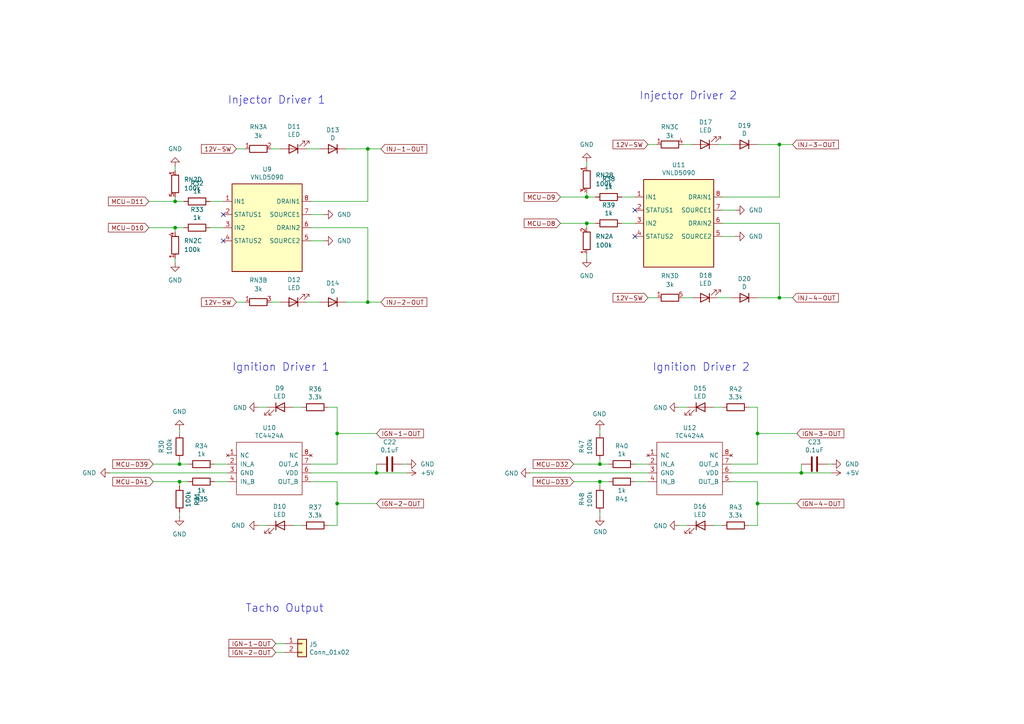
<source format=kicad_sch>
(kicad_sch
	(version 20231120)
	(generator "eeschema")
	(generator_version "8.0")
	(uuid "457a21d1-5b63-4e1f-b4dd-92ec06566634")
	(paper "A4")
	(lib_symbols
		(symbol "Connector_Generic:Conn_01x02"
			(pin_names
				(offset 1.016) hide)
			(exclude_from_sim no)
			(in_bom yes)
			(on_board yes)
			(property "Reference" "J"
				(at 0 2.54 0)
				(effects
					(font
						(size 1.27 1.27)
					)
				)
			)
			(property "Value" "Conn_01x02"
				(at 0 -5.08 0)
				(effects
					(font
						(size 1.27 1.27)
					)
				)
			)
			(property "Footprint" ""
				(at 0 0 0)
				(effects
					(font
						(size 1.27 1.27)
					)
					(hide yes)
				)
			)
			(property "Datasheet" "~"
				(at 0 0 0)
				(effects
					(font
						(size 1.27 1.27)
					)
					(hide yes)
				)
			)
			(property "Description" "Generic connector, single row, 01x02, script generated (kicad-library-utils/schlib/autogen/connector/)"
				(at 0 0 0)
				(effects
					(font
						(size 1.27 1.27)
					)
					(hide yes)
				)
			)
			(property "ki_keywords" "connector"
				(at 0 0 0)
				(effects
					(font
						(size 1.27 1.27)
					)
					(hide yes)
				)
			)
			(property "ki_fp_filters" "Connector*:*_1x??_*"
				(at 0 0 0)
				(effects
					(font
						(size 1.27 1.27)
					)
					(hide yes)
				)
			)
			(symbol "Conn_01x02_1_1"
				(rectangle
					(start -1.27 -2.413)
					(end 0 -2.667)
					(stroke
						(width 0.1524)
						(type default)
					)
					(fill
						(type none)
					)
				)
				(rectangle
					(start -1.27 0.127)
					(end 0 -0.127)
					(stroke
						(width 0.1524)
						(type default)
					)
					(fill
						(type none)
					)
				)
				(rectangle
					(start -1.27 1.27)
					(end 1.27 -3.81)
					(stroke
						(width 0.254)
						(type default)
					)
					(fill
						(type background)
					)
				)
				(pin passive line
					(at -5.08 0 0)
					(length 3.81)
					(name "Pin_1"
						(effects
							(font
								(size 1.27 1.27)
							)
						)
					)
					(number "1"
						(effects
							(font
								(size 1.27 1.27)
							)
						)
					)
				)
				(pin passive line
					(at -5.08 -2.54 0)
					(length 3.81)
					(name "Pin_2"
						(effects
							(font
								(size 1.27 1.27)
							)
						)
					)
					(number "2"
						(effects
							(font
								(size 1.27 1.27)
							)
						)
					)
				)
			)
		)
		(symbol "Device:C"
			(pin_numbers hide)
			(pin_names
				(offset 0.254)
			)
			(exclude_from_sim no)
			(in_bom yes)
			(on_board yes)
			(property "Reference" "C"
				(at 0.635 2.54 0)
				(effects
					(font
						(size 1.27 1.27)
					)
					(justify left)
				)
			)
			(property "Value" "C"
				(at 0.635 -2.54 0)
				(effects
					(font
						(size 1.27 1.27)
					)
					(justify left)
				)
			)
			(property "Footprint" ""
				(at 0.9652 -3.81 0)
				(effects
					(font
						(size 1.27 1.27)
					)
					(hide yes)
				)
			)
			(property "Datasheet" "~"
				(at 0 0 0)
				(effects
					(font
						(size 1.27 1.27)
					)
					(hide yes)
				)
			)
			(property "Description" "Unpolarized capacitor"
				(at 0 0 0)
				(effects
					(font
						(size 1.27 1.27)
					)
					(hide yes)
				)
			)
			(property "ki_keywords" "cap capacitor"
				(at 0 0 0)
				(effects
					(font
						(size 1.27 1.27)
					)
					(hide yes)
				)
			)
			(property "ki_fp_filters" "C_*"
				(at 0 0 0)
				(effects
					(font
						(size 1.27 1.27)
					)
					(hide yes)
				)
			)
			(symbol "C_0_1"
				(polyline
					(pts
						(xy -2.032 -0.762) (xy 2.032 -0.762)
					)
					(stroke
						(width 0.508)
						(type default)
					)
					(fill
						(type none)
					)
				)
				(polyline
					(pts
						(xy -2.032 0.762) (xy 2.032 0.762)
					)
					(stroke
						(width 0.508)
						(type default)
					)
					(fill
						(type none)
					)
				)
			)
			(symbol "C_1_1"
				(pin passive line
					(at 0 3.81 270)
					(length 2.794)
					(name "~"
						(effects
							(font
								(size 1.27 1.27)
							)
						)
					)
					(number "1"
						(effects
							(font
								(size 1.27 1.27)
							)
						)
					)
				)
				(pin passive line
					(at 0 -3.81 90)
					(length 2.794)
					(name "~"
						(effects
							(font
								(size 1.27 1.27)
							)
						)
					)
					(number "2"
						(effects
							(font
								(size 1.27 1.27)
							)
						)
					)
				)
			)
		)
		(symbol "Device:D"
			(pin_numbers hide)
			(pin_names
				(offset 1.016) hide)
			(exclude_from_sim no)
			(in_bom yes)
			(on_board yes)
			(property "Reference" "D"
				(at 0 2.54 0)
				(effects
					(font
						(size 1.27 1.27)
					)
				)
			)
			(property "Value" "D"
				(at 0 -2.54 0)
				(effects
					(font
						(size 1.27 1.27)
					)
				)
			)
			(property "Footprint" ""
				(at 0 0 0)
				(effects
					(font
						(size 1.27 1.27)
					)
					(hide yes)
				)
			)
			(property "Datasheet" "~"
				(at 0 0 0)
				(effects
					(font
						(size 1.27 1.27)
					)
					(hide yes)
				)
			)
			(property "Description" "Diode"
				(at 0 0 0)
				(effects
					(font
						(size 1.27 1.27)
					)
					(hide yes)
				)
			)
			(property "Sim.Device" "D"
				(at 0 0 0)
				(effects
					(font
						(size 1.27 1.27)
					)
					(hide yes)
				)
			)
			(property "Sim.Pins" "1=K 2=A"
				(at 0 0 0)
				(effects
					(font
						(size 1.27 1.27)
					)
					(hide yes)
				)
			)
			(property "ki_keywords" "diode"
				(at 0 0 0)
				(effects
					(font
						(size 1.27 1.27)
					)
					(hide yes)
				)
			)
			(property "ki_fp_filters" "TO-???* *_Diode_* *SingleDiode* D_*"
				(at 0 0 0)
				(effects
					(font
						(size 1.27 1.27)
					)
					(hide yes)
				)
			)
			(symbol "D_0_1"
				(polyline
					(pts
						(xy -1.27 1.27) (xy -1.27 -1.27)
					)
					(stroke
						(width 0.254)
						(type default)
					)
					(fill
						(type none)
					)
				)
				(polyline
					(pts
						(xy 1.27 0) (xy -1.27 0)
					)
					(stroke
						(width 0)
						(type default)
					)
					(fill
						(type none)
					)
				)
				(polyline
					(pts
						(xy 1.27 1.27) (xy 1.27 -1.27) (xy -1.27 0) (xy 1.27 1.27)
					)
					(stroke
						(width 0.254)
						(type default)
					)
					(fill
						(type none)
					)
				)
			)
			(symbol "D_1_1"
				(pin passive line
					(at -3.81 0 0)
					(length 2.54)
					(name "K"
						(effects
							(font
								(size 1.27 1.27)
							)
						)
					)
					(number "1"
						(effects
							(font
								(size 1.27 1.27)
							)
						)
					)
				)
				(pin passive line
					(at 3.81 0 180)
					(length 2.54)
					(name "A"
						(effects
							(font
								(size 1.27 1.27)
							)
						)
					)
					(number "2"
						(effects
							(font
								(size 1.27 1.27)
							)
						)
					)
				)
			)
		)
		(symbol "Device:LED"
			(pin_numbers hide)
			(pin_names
				(offset 1.016) hide)
			(exclude_from_sim no)
			(in_bom yes)
			(on_board yes)
			(property "Reference" "D"
				(at 0 2.54 0)
				(effects
					(font
						(size 1.27 1.27)
					)
				)
			)
			(property "Value" "LED"
				(at 0 -2.54 0)
				(effects
					(font
						(size 1.27 1.27)
					)
				)
			)
			(property "Footprint" ""
				(at 0 0 0)
				(effects
					(font
						(size 1.27 1.27)
					)
					(hide yes)
				)
			)
			(property "Datasheet" "~"
				(at 0 0 0)
				(effects
					(font
						(size 1.27 1.27)
					)
					(hide yes)
				)
			)
			(property "Description" "Light emitting diode"
				(at 0 0 0)
				(effects
					(font
						(size 1.27 1.27)
					)
					(hide yes)
				)
			)
			(property "ki_keywords" "LED diode"
				(at 0 0 0)
				(effects
					(font
						(size 1.27 1.27)
					)
					(hide yes)
				)
			)
			(property "ki_fp_filters" "LED* LED_SMD:* LED_THT:*"
				(at 0 0 0)
				(effects
					(font
						(size 1.27 1.27)
					)
					(hide yes)
				)
			)
			(symbol "LED_0_1"
				(polyline
					(pts
						(xy -1.27 -1.27) (xy -1.27 1.27)
					)
					(stroke
						(width 0.254)
						(type default)
					)
					(fill
						(type none)
					)
				)
				(polyline
					(pts
						(xy -1.27 0) (xy 1.27 0)
					)
					(stroke
						(width 0)
						(type default)
					)
					(fill
						(type none)
					)
				)
				(polyline
					(pts
						(xy 1.27 -1.27) (xy 1.27 1.27) (xy -1.27 0) (xy 1.27 -1.27)
					)
					(stroke
						(width 0.254)
						(type default)
					)
					(fill
						(type none)
					)
				)
				(polyline
					(pts
						(xy -3.048 -0.762) (xy -4.572 -2.286) (xy -3.81 -2.286) (xy -4.572 -2.286) (xy -4.572 -1.524)
					)
					(stroke
						(width 0)
						(type default)
					)
					(fill
						(type none)
					)
				)
				(polyline
					(pts
						(xy -1.778 -0.762) (xy -3.302 -2.286) (xy -2.54 -2.286) (xy -3.302 -2.286) (xy -3.302 -1.524)
					)
					(stroke
						(width 0)
						(type default)
					)
					(fill
						(type none)
					)
				)
			)
			(symbol "LED_1_1"
				(pin passive line
					(at -3.81 0 0)
					(length 2.54)
					(name "K"
						(effects
							(font
								(size 1.27 1.27)
							)
						)
					)
					(number "1"
						(effects
							(font
								(size 1.27 1.27)
							)
						)
					)
				)
				(pin passive line
					(at 3.81 0 180)
					(length 2.54)
					(name "A"
						(effects
							(font
								(size 1.27 1.27)
							)
						)
					)
					(number "2"
						(effects
							(font
								(size 1.27 1.27)
							)
						)
					)
				)
			)
		)
		(symbol "Device:R"
			(pin_numbers hide)
			(pin_names
				(offset 0)
			)
			(exclude_from_sim no)
			(in_bom yes)
			(on_board yes)
			(property "Reference" "R"
				(at 2.032 0 90)
				(effects
					(font
						(size 1.27 1.27)
					)
				)
			)
			(property "Value" "R"
				(at 0 0 90)
				(effects
					(font
						(size 1.27 1.27)
					)
				)
			)
			(property "Footprint" ""
				(at -1.778 0 90)
				(effects
					(font
						(size 1.27 1.27)
					)
					(hide yes)
				)
			)
			(property "Datasheet" "~"
				(at 0 0 0)
				(effects
					(font
						(size 1.27 1.27)
					)
					(hide yes)
				)
			)
			(property "Description" "Resistor"
				(at 0 0 0)
				(effects
					(font
						(size 1.27 1.27)
					)
					(hide yes)
				)
			)
			(property "ki_keywords" "R res resistor"
				(at 0 0 0)
				(effects
					(font
						(size 1.27 1.27)
					)
					(hide yes)
				)
			)
			(property "ki_fp_filters" "R_*"
				(at 0 0 0)
				(effects
					(font
						(size 1.27 1.27)
					)
					(hide yes)
				)
			)
			(symbol "R_0_1"
				(rectangle
					(start -1.016 -2.54)
					(end 1.016 2.54)
					(stroke
						(width 0.254)
						(type default)
					)
					(fill
						(type none)
					)
				)
			)
			(symbol "R_1_1"
				(pin passive line
					(at 0 3.81 270)
					(length 1.27)
					(name "~"
						(effects
							(font
								(size 1.27 1.27)
							)
						)
					)
					(number "1"
						(effects
							(font
								(size 1.27 1.27)
							)
						)
					)
				)
				(pin passive line
					(at 0 -3.81 90)
					(length 1.27)
					(name "~"
						(effects
							(font
								(size 1.27 1.27)
							)
						)
					)
					(number "2"
						(effects
							(font
								(size 1.27 1.27)
							)
						)
					)
				)
			)
		)
		(symbol "Device:R_Network04_Split"
			(pin_names
				(offset 0) hide)
			(exclude_from_sim no)
			(in_bom yes)
			(on_board yes)
			(property "Reference" "RN"
				(at 2.032 0 90)
				(effects
					(font
						(size 1.27 1.27)
					)
				)
			)
			(property "Value" "R_Network04_Split"
				(at 0 0 90)
				(effects
					(font
						(size 1.27 1.27)
					)
				)
			)
			(property "Footprint" "Resistor_THT:R_Array_SIP5"
				(at -2.032 0 90)
				(effects
					(font
						(size 1.27 1.27)
					)
					(hide yes)
				)
			)
			(property "Datasheet" "http://www.vishay.com/docs/31509/csc.pdf"
				(at 0 0 0)
				(effects
					(font
						(size 1.27 1.27)
					)
					(hide yes)
				)
			)
			(property "Description" "4 resistor network, star topology, bussed resistors, split"
				(at 0 0 0)
				(effects
					(font
						(size 1.27 1.27)
					)
					(hide yes)
				)
			)
			(property "ki_keywords" "R network star-topology"
				(at 0 0 0)
				(effects
					(font
						(size 1.27 1.27)
					)
					(hide yes)
				)
			)
			(property "ki_fp_filters" "R?Array?SIP*"
				(at 0 0 0)
				(effects
					(font
						(size 1.27 1.27)
					)
					(hide yes)
				)
			)
			(symbol "R_Network04_Split_0_1"
				(rectangle
					(start 1.016 2.54)
					(end -1.016 -2.54)
					(stroke
						(width 0.254)
						(type default)
					)
					(fill
						(type none)
					)
				)
				(pin passive line
					(at 0 3.81 270)
					(length 1.27)
					(name "R1"
						(effects
							(font
								(size 1.27 1.27)
							)
						)
					)
					(number "1"
						(effects
							(font
								(size 1.27 1.27)
							)
						)
					)
				)
			)
			(symbol "R_Network04_Split_1_1"
				(pin passive line
					(at 0 -3.81 90)
					(length 1.27)
					(name "R1.2"
						(effects
							(font
								(size 1.27 1.27)
							)
						)
					)
					(number "2"
						(effects
							(font
								(size 1.27 1.27)
							)
						)
					)
				)
			)
			(symbol "R_Network04_Split_2_1"
				(pin passive line
					(at 0 -3.81 90)
					(length 1.27)
					(name "R2.2"
						(effects
							(font
								(size 1.27 1.27)
							)
						)
					)
					(number "3"
						(effects
							(font
								(size 1.27 1.27)
							)
						)
					)
				)
			)
			(symbol "R_Network04_Split_3_1"
				(pin passive line
					(at 0 -3.81 90)
					(length 1.27)
					(name "R3.2"
						(effects
							(font
								(size 1.27 1.27)
							)
						)
					)
					(number "4"
						(effects
							(font
								(size 1.27 1.27)
							)
						)
					)
				)
			)
			(symbol "R_Network04_Split_4_1"
				(pin passive line
					(at 0 -3.81 90)
					(length 1.27)
					(name "R4.2"
						(effects
							(font
								(size 1.27 1.27)
							)
						)
					)
					(number "5"
						(effects
							(font
								(size 1.27 1.27)
							)
						)
					)
				)
			)
		)
		(symbol "power:+5V"
			(power)
			(pin_numbers hide)
			(pin_names
				(offset 0) hide)
			(exclude_from_sim no)
			(in_bom yes)
			(on_board yes)
			(property "Reference" "#PWR"
				(at 0 -3.81 0)
				(effects
					(font
						(size 1.27 1.27)
					)
					(hide yes)
				)
			)
			(property "Value" "+5V"
				(at 0 3.556 0)
				(effects
					(font
						(size 1.27 1.27)
					)
				)
			)
			(property "Footprint" ""
				(at 0 0 0)
				(effects
					(font
						(size 1.27 1.27)
					)
					(hide yes)
				)
			)
			(property "Datasheet" ""
				(at 0 0 0)
				(effects
					(font
						(size 1.27 1.27)
					)
					(hide yes)
				)
			)
			(property "Description" "Power symbol creates a global label with name \"+5V\""
				(at 0 0 0)
				(effects
					(font
						(size 1.27 1.27)
					)
					(hide yes)
				)
			)
			(property "ki_keywords" "global power"
				(at 0 0 0)
				(effects
					(font
						(size 1.27 1.27)
					)
					(hide yes)
				)
			)
			(symbol "+5V_0_1"
				(polyline
					(pts
						(xy -0.762 1.27) (xy 0 2.54)
					)
					(stroke
						(width 0)
						(type default)
					)
					(fill
						(type none)
					)
				)
				(polyline
					(pts
						(xy 0 0) (xy 0 2.54)
					)
					(stroke
						(width 0)
						(type default)
					)
					(fill
						(type none)
					)
				)
				(polyline
					(pts
						(xy 0 2.54) (xy 0.762 1.27)
					)
					(stroke
						(width 0)
						(type default)
					)
					(fill
						(type none)
					)
				)
			)
			(symbol "+5V_1_1"
				(pin power_in line
					(at 0 0 90)
					(length 0)
					(name "~"
						(effects
							(font
								(size 1.27 1.27)
							)
						)
					)
					(number "1"
						(effects
							(font
								(size 1.27 1.27)
							)
						)
					)
				)
			)
		)
		(symbol "power:GND"
			(power)
			(pin_numbers hide)
			(pin_names
				(offset 0) hide)
			(exclude_from_sim no)
			(in_bom yes)
			(on_board yes)
			(property "Reference" "#PWR"
				(at 0 -6.35 0)
				(effects
					(font
						(size 1.27 1.27)
					)
					(hide yes)
				)
			)
			(property "Value" "GND"
				(at 0 -3.81 0)
				(effects
					(font
						(size 1.27 1.27)
					)
				)
			)
			(property "Footprint" ""
				(at 0 0 0)
				(effects
					(font
						(size 1.27 1.27)
					)
					(hide yes)
				)
			)
			(property "Datasheet" ""
				(at 0 0 0)
				(effects
					(font
						(size 1.27 1.27)
					)
					(hide yes)
				)
			)
			(property "Description" "Power symbol creates a global label with name \"GND\" , ground"
				(at 0 0 0)
				(effects
					(font
						(size 1.27 1.27)
					)
					(hide yes)
				)
			)
			(property "ki_keywords" "global power"
				(at 0 0 0)
				(effects
					(font
						(size 1.27 1.27)
					)
					(hide yes)
				)
			)
			(symbol "GND_0_1"
				(polyline
					(pts
						(xy 0 0) (xy 0 -1.27) (xy 1.27 -1.27) (xy 0 -2.54) (xy -1.27 -1.27) (xy 0 -1.27)
					)
					(stroke
						(width 0)
						(type default)
					)
					(fill
						(type none)
					)
				)
			)
			(symbol "GND_1_1"
				(pin power_in line
					(at 0 0 270)
					(length 0)
					(name "~"
						(effects
							(font
								(size 1.27 1.27)
							)
						)
					)
					(number "1"
						(effects
							(font
								(size 1.27 1.27)
							)
						)
					)
				)
			)
		)
		(symbol "tc4424a-ic_automotive:TC4424A-IC_Automotive"
			(pin_names
				(offset 1.016)
			)
			(exclude_from_sim no)
			(in_bom yes)
			(on_board yes)
			(property "Reference" "U"
				(at -7.62 38.1 0)
				(effects
					(font
						(size 1.27 1.27)
					)
				)
			)
			(property "Value" "IC_Automotive_TC4424A"
				(at -15.24 38.1 0)
				(effects
					(font
						(size 1.27 1.27)
					)
				)
			)
			(property "Footprint" "Package_SO:SOIC-8_3.9x4.9mm_P1.27mm"
				(at -10.16 -11.43 0)
				(effects
					(font
						(size 1.27 1.27)
					)
					(hide yes)
				)
			)
			(property "Datasheet" ""
				(at 0 0 0)
				(effects
					(font
						(size 1.27 1.27)
					)
					(hide yes)
				)
			)
			(property "Description" ""
				(at 0 0 0)
				(effects
					(font
						(size 1.27 1.27)
					)
					(hide yes)
				)
			)
			(symbol "TC4424A-IC_Automotive_0_1"
				(rectangle
					(start -25.4 36.83)
					(end -6.35 21.59)
					(stroke
						(width 0)
						(type solid)
					)
					(fill
						(type none)
					)
				)
			)
			(symbol "TC4424A-IC_Automotive_1_1"
				(pin no_connect line
					(at -27.94 33.02 0)
					(length 2.54)
					(name "NC"
						(effects
							(font
								(size 1.27 1.27)
							)
						)
					)
					(number "1"
						(effects
							(font
								(size 1.27 1.27)
							)
						)
					)
				)
				(pin input line
					(at -27.94 30.48 0)
					(length 2.54)
					(name "IN_A"
						(effects
							(font
								(size 1.27 1.27)
							)
						)
					)
					(number "2"
						(effects
							(font
								(size 1.27 1.27)
							)
						)
					)
				)
				(pin power_in line
					(at -27.94 27.94 0)
					(length 2.54)
					(name "GND"
						(effects
							(font
								(size 1.27 1.27)
							)
						)
					)
					(number "3"
						(effects
							(font
								(size 1.27 1.27)
							)
						)
					)
				)
				(pin input line
					(at -27.94 25.4 0)
					(length 2.54)
					(name "IN_B"
						(effects
							(font
								(size 1.27 1.27)
							)
						)
					)
					(number "4"
						(effects
							(font
								(size 1.27 1.27)
							)
						)
					)
				)
				(pin input line
					(at -3.81 25.4 180)
					(length 2.54)
					(name "OUT_B"
						(effects
							(font
								(size 1.27 1.27)
							)
						)
					)
					(number "5"
						(effects
							(font
								(size 1.27 1.27)
							)
						)
					)
				)
				(pin power_in line
					(at -3.81 27.94 180)
					(length 2.54)
					(name "VDD"
						(effects
							(font
								(size 1.27 1.27)
							)
						)
					)
					(number "6"
						(effects
							(font
								(size 1.27 1.27)
							)
						)
					)
				)
				(pin output line
					(at -3.81 30.48 180)
					(length 2.54)
					(name "OUT_A"
						(effects
							(font
								(size 1.27 1.27)
							)
						)
					)
					(number "7"
						(effects
							(font
								(size 1.27 1.27)
							)
						)
					)
				)
				(pin no_connect line
					(at -3.81 33.02 180)
					(length 2.54)
					(name "NC"
						(effects
							(font
								(size 1.27 1.27)
							)
						)
					)
					(number "8"
						(effects
							(font
								(size 1.27 1.27)
							)
						)
					)
				)
			)
		)
		(symbol "vnld5090-ic_automotive:VNLD5090-IC_Automotive"
			(exclude_from_sim no)
			(in_bom yes)
			(on_board yes)
			(property "Reference" "U"
				(at -7.62 11.43 0)
				(effects
					(font
						(size 1.27 1.27)
					)
					(justify left)
				)
			)
			(property "Value" "IC_Automotive_VNLD5090"
				(at 12.7 11.43 0)
				(effects
					(font
						(size 1.27 1.27)
					)
					(justify right)
				)
			)
			(property "Footprint" "Package_SO:SO-8_3.9x4.9mm_P1.27mm"
				(at 5.08 -17.78 0)
				(effects
					(font
						(size 1.27 1.27)
					)
					(hide yes)
				)
			)
			(property "Datasheet" ""
				(at 0 0 0)
				(effects
					(font
						(size 1.27 1.27)
					)
					(hide yes)
				)
			)
			(property "Description" ""
				(at 0 0 0)
				(effects
					(font
						(size 1.27 1.27)
					)
					(hide yes)
				)
			)
			(property "ki_fp_filters" "SOIC*3.9x4.9mm*P1.27mm*"
				(at 0 0 0)
				(effects
					(font
						(size 1.27 1.27)
					)
					(hide yes)
				)
			)
			(symbol "VNLD5090-IC_Automotive_0_1"
				(rectangle
					(start -7.62 -15.24)
					(end 12.7 10.16)
					(stroke
						(width 0.254)
						(type solid)
					)
					(fill
						(type background)
					)
				)
			)
			(symbol "VNLD5090-IC_Automotive_1_1"
				(pin input line
					(at -10.16 5.08 0)
					(length 2.54)
					(name "IN1"
						(effects
							(font
								(size 1.27 1.27)
							)
						)
					)
					(number "1"
						(effects
							(font
								(size 1.27 1.27)
							)
						)
					)
				)
				(pin output line
					(at -10.16 1.27 0)
					(length 2.54)
					(name "STATUS1"
						(effects
							(font
								(size 1.27 1.27)
							)
						)
					)
					(number "2"
						(effects
							(font
								(size 1.27 1.27)
							)
						)
					)
				)
				(pin input line
					(at -10.16 -2.54 0)
					(length 2.54)
					(name "IN2"
						(effects
							(font
								(size 1.27 1.27)
							)
						)
					)
					(number "3"
						(effects
							(font
								(size 1.27 1.27)
							)
						)
					)
				)
				(pin output line
					(at -10.16 -6.35 0)
					(length 2.54)
					(name "STATUS2"
						(effects
							(font
								(size 1.27 1.27)
							)
						)
					)
					(number "4"
						(effects
							(font
								(size 1.27 1.27)
							)
						)
					)
				)
				(pin input line
					(at 15.24 -6.35 180)
					(length 2.54)
					(name "SOURCE2"
						(effects
							(font
								(size 1.27 1.27)
							)
						)
					)
					(number "5"
						(effects
							(font
								(size 1.27 1.27)
							)
						)
					)
				)
				(pin output line
					(at 15.24 -2.54 180)
					(length 2.54)
					(name "DRAIN2"
						(effects
							(font
								(size 1.27 1.27)
							)
						)
					)
					(number "6"
						(effects
							(font
								(size 1.27 1.27)
							)
						)
					)
				)
				(pin input line
					(at 15.24 1.27 180)
					(length 2.54)
					(name "SOURCE1"
						(effects
							(font
								(size 1.27 1.27)
							)
						)
					)
					(number "7"
						(effects
							(font
								(size 1.27 1.27)
							)
						)
					)
				)
				(pin output line
					(at 15.24 5.08 180)
					(length 2.54)
					(name "DRAIN1"
						(effects
							(font
								(size 1.27 1.27)
							)
						)
					)
					(number "8"
						(effects
							(font
								(size 1.27 1.27)
							)
						)
					)
				)
			)
		)
	)
	(junction
		(at 109.22 137.16)
		(diameter 0)
		(color 0 0 0 0)
		(uuid "1c7e07c3-b494-48da-845a-4d263b63356c")
	)
	(junction
		(at 170.18 64.77)
		(diameter 0)
		(color 0 0 0 0)
		(uuid "2599cce7-0dd0-49fd-89fd-e650a1852cee")
	)
	(junction
		(at 219.71 146.05)
		(diameter 0)
		(color 0 0 0 0)
		(uuid "4219b3d3-3660-4f63-b647-fb42ecc6c0a0")
	)
	(junction
		(at 52.07 139.7)
		(diameter 0)
		(color 0 0 0 0)
		(uuid "4dcddc88-f6de-44a8-b5ca-34cb5e012c96")
	)
	(junction
		(at 173.99 134.62)
		(diameter 0)
		(color 0 0 0 0)
		(uuid "5523a67b-fd61-4d29-a550-121130c77d28")
	)
	(junction
		(at 173.99 139.7)
		(diameter 0)
		(color 0 0 0 0)
		(uuid "55d07846-6f39-4f2b-8ec8-3d4fe6ce90d8")
	)
	(junction
		(at 52.07 134.62)
		(diameter 0)
		(color 0 0 0 0)
		(uuid "56b8ddbd-bef3-4041-9725-6c52e526e7f0")
	)
	(junction
		(at 170.18 57.15)
		(diameter 0)
		(color 0 0 0 0)
		(uuid "5b67d335-cc38-4b02-98c2-9943756736d4")
	)
	(junction
		(at 226.06 86.36)
		(diameter 0)
		(color 0 0 0 0)
		(uuid "6c3f7095-7892-4033-b434-6425fdf9f07d")
	)
	(junction
		(at 219.71 125.73)
		(diameter 0)
		(color 0 0 0 0)
		(uuid "713148c2-0286-4fa8-9e9a-0a3c3d3c4b50")
	)
	(junction
		(at 50.8 58.42)
		(diameter 0)
		(color 0 0 0 0)
		(uuid "98198a34-4817-42de-8a55-24384316ed10")
	)
	(junction
		(at 97.79 146.05)
		(diameter 0)
		(color 0 0 0 0)
		(uuid "ab07dc23-8438-4dc6-bd3c-94357426d26e")
	)
	(junction
		(at 50.8 66.04)
		(diameter 0)
		(color 0 0 0 0)
		(uuid "bf2648b0-bac4-4a9a-9eb1-7a5ade3ef516")
	)
	(junction
		(at 97.79 125.73)
		(diameter 0)
		(color 0 0 0 0)
		(uuid "dc78a571-545d-412a-b896-1798cf88c7b3")
	)
	(junction
		(at 226.06 41.91)
		(diameter 0)
		(color 0 0 0 0)
		(uuid "e0d81809-ce29-4414-828a-0910631d8541")
	)
	(junction
		(at 106.68 87.63)
		(diameter 0)
		(color 0 0 0 0)
		(uuid "ec6da694-6cb5-4257-8795-cf8e8ac2be59")
	)
	(junction
		(at 232.41 137.16)
		(diameter 0)
		(color 0 0 0 0)
		(uuid "fab70e44-b6d3-4c3e-b74a-b4e5f3e22a48")
	)
	(junction
		(at 106.68 43.18)
		(diameter 0)
		(color 0 0 0 0)
		(uuid "fdfec541-67ba-4cc1-94de-ac49be61e5ea")
	)
	(no_connect
		(at 64.77 69.85)
		(uuid "5b9933aa-af35-4dfa-9ce0-0853bc42f7fd")
	)
	(no_connect
		(at 184.15 60.96)
		(uuid "7ef60f43-420f-4fed-bfbf-e6262fcfb9c8")
	)
	(no_connect
		(at 184.15 68.58)
		(uuid "8ec960d4-f07c-49c2-84d6-e0a1d0935dbf")
	)
	(no_connect
		(at 64.77 62.23)
		(uuid "dc4e6fdd-5e15-4a42-bcd6-a841e424de81")
	)
	(wire
		(pts
			(xy 184.15 134.62) (xy 187.96 134.62)
		)
		(stroke
			(width 0)
			(type default)
		)
		(uuid "00de183b-0916-44c1-95aa-9a8fa00b21a5")
	)
	(wire
		(pts
			(xy 209.55 64.77) (xy 226.06 64.77)
		)
		(stroke
			(width 0)
			(type default)
		)
		(uuid "013fe806-99ba-4ded-9257-144caa12194e")
	)
	(wire
		(pts
			(xy 97.79 139.7) (xy 90.17 139.7)
		)
		(stroke
			(width 0)
			(type default)
		)
		(uuid "0256cecb-c797-4fc5-8864-7f79c434731e")
	)
	(wire
		(pts
			(xy 44.45 139.7) (xy 52.07 139.7)
		)
		(stroke
			(width 0)
			(type default)
		)
		(uuid "043f6c16-72f9-4634-9cae-aa72ff723e83")
	)
	(wire
		(pts
			(xy 50.8 49.53) (xy 50.8 48.26)
		)
		(stroke
			(width 0)
			(type default)
		)
		(uuid "0441b727-96e7-4fc1-93f7-7e9a8ef9b7c3")
	)
	(wire
		(pts
			(xy 170.18 64.77) (xy 170.18 66.04)
		)
		(stroke
			(width 0)
			(type default)
		)
		(uuid "06003040-f035-4db6-8692-eb7e6d542d99")
	)
	(wire
		(pts
			(xy 184.15 139.7) (xy 187.96 139.7)
		)
		(stroke
			(width 0)
			(type default)
		)
		(uuid "068c61b2-5b80-444b-8f56-873ef7208ba8")
	)
	(wire
		(pts
			(xy 106.68 58.42) (xy 106.68 43.18)
		)
		(stroke
			(width 0)
			(type default)
		)
		(uuid "06db2314-aff3-452c-9b0e-d777994b936e")
	)
	(wire
		(pts
			(xy 187.96 137.16) (xy 153.67 137.16)
		)
		(stroke
			(width 0)
			(type default)
		)
		(uuid "070c5515-27b7-4ec4-a19b-4c302127a574")
	)
	(wire
		(pts
			(xy 95.25 152.4) (xy 97.79 152.4)
		)
		(stroke
			(width 0)
			(type default)
		)
		(uuid "0a3d2acf-ff60-4f4d-a7cd-1bc232bffed3")
	)
	(wire
		(pts
			(xy 173.99 125.73) (xy 173.99 124.46)
		)
		(stroke
			(width 0)
			(type default)
		)
		(uuid "0c53c87e-e662-4003-a83d-bb351606245d")
	)
	(wire
		(pts
			(xy 229.87 41.91) (xy 226.06 41.91)
		)
		(stroke
			(width 0)
			(type default)
		)
		(uuid "12c5c6a0-16ac-4b65-b374-518010401b31")
	)
	(wire
		(pts
			(xy 180.34 57.15) (xy 184.15 57.15)
		)
		(stroke
			(width 0)
			(type default)
		)
		(uuid "14db35b2-4932-4924-895a-58685310e7e3")
	)
	(wire
		(pts
			(xy 229.87 86.36) (xy 226.06 86.36)
		)
		(stroke
			(width 0)
			(type default)
		)
		(uuid "16db6ee3-039d-4a63-85ad-fbbc639167c4")
	)
	(wire
		(pts
			(xy 43.18 66.04) (xy 50.8 66.04)
		)
		(stroke
			(width 0)
			(type default)
		)
		(uuid "1a233e47-e96e-46ab-bb79-a4124d5ac71d")
	)
	(wire
		(pts
			(xy 198.12 86.36) (xy 200.66 86.36)
		)
		(stroke
			(width 0)
			(type default)
		)
		(uuid "1ae46e78-e083-4aa6-b461-ac541ff9e392")
	)
	(wire
		(pts
			(xy 100.33 43.18) (xy 106.68 43.18)
		)
		(stroke
			(width 0)
			(type default)
		)
		(uuid "1e757091-d3d2-4f71-ae78-bfa51d2e8883")
	)
	(wire
		(pts
			(xy 54.61 139.7) (xy 52.07 139.7)
		)
		(stroke
			(width 0)
			(type default)
		)
		(uuid "1e8233d3-ff17-4c0e-8d77-33df45dc40d1")
	)
	(wire
		(pts
			(xy 208.28 41.91) (xy 212.09 41.91)
		)
		(stroke
			(width 0)
			(type default)
		)
		(uuid "210bd81c-a05c-44bd-b6ac-4d8e6b0d499d")
	)
	(wire
		(pts
			(xy 232.41 134.62) (xy 232.41 137.16)
		)
		(stroke
			(width 0)
			(type default)
		)
		(uuid "26cee5c4-3200-47e4-8428-2779fe43e4d6")
	)
	(wire
		(pts
			(xy 217.17 152.4) (xy 219.71 152.4)
		)
		(stroke
			(width 0)
			(type default)
		)
		(uuid "29088e0d-dc40-4584-997f-51712a41799f")
	)
	(wire
		(pts
			(xy 219.71 125.73) (xy 219.71 134.62)
		)
		(stroke
			(width 0)
			(type default)
		)
		(uuid "298b5ea9-d6ee-478b-a364-e7b4b44c4be7")
	)
	(wire
		(pts
			(xy 226.06 64.77) (xy 226.06 86.36)
		)
		(stroke
			(width 0)
			(type default)
		)
		(uuid "2c2d29e8-8d47-4c62-ae61-d9600933dcb8")
	)
	(wire
		(pts
			(xy 85.09 152.4) (xy 87.63 152.4)
		)
		(stroke
			(width 0)
			(type default)
		)
		(uuid "30304c76-7cba-4e3e-8d3f-b4e3cb76b23d")
	)
	(wire
		(pts
			(xy 95.25 118.11) (xy 97.79 118.11)
		)
		(stroke
			(width 0)
			(type default)
		)
		(uuid "313187db-0b52-4a0e-bf86-ffd8013a87f5")
	)
	(wire
		(pts
			(xy 97.79 134.62) (xy 90.17 134.62)
		)
		(stroke
			(width 0)
			(type default)
		)
		(uuid "3678b09d-40a0-4ba2-9dc0-db4947b65462")
	)
	(wire
		(pts
			(xy 219.71 139.7) (xy 212.09 139.7)
		)
		(stroke
			(width 0)
			(type default)
		)
		(uuid "3804805f-e4e4-4208-a54e-791b066de9ab")
	)
	(wire
		(pts
			(xy 97.79 118.11) (xy 97.79 125.73)
		)
		(stroke
			(width 0)
			(type default)
		)
		(uuid "3cb5e8b0-2b48-4412-b3bb-94cae19d1d98")
	)
	(wire
		(pts
			(xy 166.37 134.62) (xy 173.99 134.62)
		)
		(stroke
			(width 0)
			(type default)
		)
		(uuid "3f4baab7-00dd-46b3-ae49-8b2619536f06")
	)
	(wire
		(pts
			(xy 170.18 74.93) (xy 170.18 73.66)
		)
		(stroke
			(width 0)
			(type default)
		)
		(uuid "3f50df24-3457-4057-865d-25098e838d49")
	)
	(wire
		(pts
			(xy 196.85 118.11) (xy 199.39 118.11)
		)
		(stroke
			(width 0)
			(type default)
		)
		(uuid "4536fcb4-40d2-4a14-8ffc-7d1b7bdba6b4")
	)
	(wire
		(pts
			(xy 226.06 57.15) (xy 226.06 41.91)
		)
		(stroke
			(width 0)
			(type default)
		)
		(uuid "473e8200-a12a-49e1-a8e8-c2f0c82f1679")
	)
	(wire
		(pts
			(xy 219.71 134.62) (xy 212.09 134.62)
		)
		(stroke
			(width 0)
			(type default)
		)
		(uuid "4aa39728-6d5f-4ff3-9a50-3dc13e3fa2f7")
	)
	(wire
		(pts
			(xy 97.79 125.73) (xy 97.79 134.62)
		)
		(stroke
			(width 0)
			(type default)
		)
		(uuid "4ef31779-b95c-4ad2-9052-e2cc4e691a03")
	)
	(wire
		(pts
			(xy 219.71 86.36) (xy 226.06 86.36)
		)
		(stroke
			(width 0)
			(type default)
		)
		(uuid "4ef8182e-c60d-4f3c-95d9-b0b54755de00")
	)
	(wire
		(pts
			(xy 50.8 57.15) (xy 50.8 58.42)
		)
		(stroke
			(width 0)
			(type default)
		)
		(uuid "4efc4a00-fb9a-4bcd-adb5-945263ab0c2f")
	)
	(wire
		(pts
			(xy 170.18 48.26) (xy 170.18 46.99)
		)
		(stroke
			(width 0)
			(type default)
		)
		(uuid "51ff6576-dd43-4bbf-914c-0182e55109c5")
	)
	(wire
		(pts
			(xy 219.71 146.05) (xy 219.71 139.7)
		)
		(stroke
			(width 0)
			(type default)
		)
		(uuid "528d518b-e1fd-4e3d-b1b3-2a122d67ee3d")
	)
	(wire
		(pts
			(xy 166.37 139.7) (xy 173.99 139.7)
		)
		(stroke
			(width 0)
			(type default)
		)
		(uuid "52956dc9-2526-42d1-84b1-c12c55ef6ca3")
	)
	(wire
		(pts
			(xy 187.96 86.36) (xy 190.5 86.36)
		)
		(stroke
			(width 0)
			(type default)
		)
		(uuid "53598972-0c4e-422e-8987-5d6624d14198")
	)
	(wire
		(pts
			(xy 44.45 134.62) (xy 52.07 134.62)
		)
		(stroke
			(width 0)
			(type default)
		)
		(uuid "54424355-9cf4-4174-9560-73923bb3a66f")
	)
	(wire
		(pts
			(xy 88.9 43.18) (xy 92.71 43.18)
		)
		(stroke
			(width 0)
			(type default)
		)
		(uuid "57e2bd22-4f79-49b8-98cf-25a417ea1c09")
	)
	(wire
		(pts
			(xy 52.07 149.86) (xy 52.07 148.59)
		)
		(stroke
			(width 0)
			(type default)
		)
		(uuid "58f8efb0-9d41-4085-93bb-5ab7fb1c0297")
	)
	(wire
		(pts
			(xy 118.11 137.16) (xy 109.22 137.16)
		)
		(stroke
			(width 0)
			(type default)
		)
		(uuid "5904ac5c-65c4-4665-9b35-e86a4a86312c")
	)
	(wire
		(pts
			(xy 90.17 62.23) (xy 93.98 62.23)
		)
		(stroke
			(width 0)
			(type default)
		)
		(uuid "5c2bb052-406d-42ba-a3a3-a09d46aa33df")
	)
	(wire
		(pts
			(xy 62.23 134.62) (xy 66.04 134.62)
		)
		(stroke
			(width 0)
			(type default)
		)
		(uuid "5cdd62c9-b89c-451d-997a-d1afc5f5534e")
	)
	(wire
		(pts
			(xy 74.93 118.11) (xy 77.47 118.11)
		)
		(stroke
			(width 0)
			(type default)
		)
		(uuid "5e916ba2-bdcd-4c66-b98a-b8d890da0716")
	)
	(wire
		(pts
			(xy 170.18 57.15) (xy 172.72 57.15)
		)
		(stroke
			(width 0)
			(type default)
		)
		(uuid "6588b8b7-768a-4606-be3c-7348e9a0bdaf")
	)
	(wire
		(pts
			(xy 52.07 133.35) (xy 52.07 134.62)
		)
		(stroke
			(width 0)
			(type default)
		)
		(uuid "68fd0254-61dc-47cd-9736-f3a0bc3d74c2")
	)
	(wire
		(pts
			(xy 52.07 125.73) (xy 52.07 124.46)
		)
		(stroke
			(width 0)
			(type default)
		)
		(uuid "6921fc41-4b52-46e3-a630-33e735465671")
	)
	(wire
		(pts
			(xy 68.58 43.18) (xy 71.12 43.18)
		)
		(stroke
			(width 0)
			(type default)
		)
		(uuid "6927e42c-05f0-4e70-801e-5dc87f4dcf3c")
	)
	(wire
		(pts
			(xy 241.3 137.16) (xy 232.41 137.16)
		)
		(stroke
			(width 0)
			(type default)
		)
		(uuid "6961ebb0-448f-423d-a452-93820b09db91")
	)
	(wire
		(pts
			(xy 62.23 139.7) (xy 66.04 139.7)
		)
		(stroke
			(width 0)
			(type default)
		)
		(uuid "6ca2fab1-b589-4f8a-8109-5cb323591d62")
	)
	(wire
		(pts
			(xy 162.56 64.77) (xy 170.18 64.77)
		)
		(stroke
			(width 0)
			(type default)
		)
		(uuid "6ccfe25e-6dba-41a8-8b86-c2123a58c691")
	)
	(wire
		(pts
			(xy 97.79 152.4) (xy 97.79 146.05)
		)
		(stroke
			(width 0)
			(type default)
		)
		(uuid "6dcfe17b-79ec-4c67-aa7f-48a4b10368dd")
	)
	(wire
		(pts
			(xy 219.71 41.91) (xy 226.06 41.91)
		)
		(stroke
			(width 0)
			(type default)
		)
		(uuid "6e50286e-415f-426a-b1e3-ce43b94ff916")
	)
	(wire
		(pts
			(xy 173.99 139.7) (xy 173.99 140.97)
		)
		(stroke
			(width 0)
			(type default)
		)
		(uuid "741f9b93-121b-4ac4-bb3a-f8b3517fa031")
	)
	(wire
		(pts
			(xy 50.8 76.2) (xy 50.8 74.93)
		)
		(stroke
			(width 0)
			(type default)
		)
		(uuid "76a69d2a-544c-41c3-8512-d877773946d5")
	)
	(wire
		(pts
			(xy 78.74 87.63) (xy 81.28 87.63)
		)
		(stroke
			(width 0)
			(type default)
		)
		(uuid "778a923d-0e81-433f-834c-c38ee39c9911")
	)
	(wire
		(pts
			(xy 100.33 87.63) (xy 106.68 87.63)
		)
		(stroke
			(width 0)
			(type default)
		)
		(uuid "78c96418-73bf-4ba7-8e68-84fb6f3d5260")
	)
	(wire
		(pts
			(xy 53.34 66.04) (xy 50.8 66.04)
		)
		(stroke
			(width 0)
			(type default)
		)
		(uuid "7a25b442-0ddb-4085-8c7f-6d99e10f1acc")
	)
	(wire
		(pts
			(xy 173.99 133.35) (xy 173.99 134.62)
		)
		(stroke
			(width 0)
			(type default)
		)
		(uuid "7ab75442-d696-40ea-81ad-ef77e0de8199")
	)
	(wire
		(pts
			(xy 170.18 55.88) (xy 170.18 57.15)
		)
		(stroke
			(width 0)
			(type default)
		)
		(uuid "7d4d659b-d670-4805-b477-d0cf3107125d")
	)
	(wire
		(pts
			(xy 90.17 58.42) (xy 106.68 58.42)
		)
		(stroke
			(width 0)
			(type default)
		)
		(uuid "7ec1cacc-a3d2-4c78-9fc8-ec2a2497815a")
	)
	(wire
		(pts
			(xy 219.71 118.11) (xy 219.71 125.73)
		)
		(stroke
			(width 0)
			(type default)
		)
		(uuid "80e5cb53-9371-47a7-bdc5-cee6c3a35c59")
	)
	(wire
		(pts
			(xy 50.8 58.42) (xy 53.34 58.42)
		)
		(stroke
			(width 0)
			(type default)
		)
		(uuid "8213b5a4-3364-45df-8650-8d2399845678")
	)
	(wire
		(pts
			(xy 43.18 58.42) (xy 50.8 58.42)
		)
		(stroke
			(width 0)
			(type default)
		)
		(uuid "84a89152-7edc-4bd5-b0b4-1a9e0a5a2f7e")
	)
	(wire
		(pts
			(xy 187.96 41.91) (xy 190.5 41.91)
		)
		(stroke
			(width 0)
			(type default)
		)
		(uuid "84ef600f-7b89-485d-9ec7-cbbfc2ac8eae")
	)
	(wire
		(pts
			(xy 109.22 137.16) (xy 90.17 137.16)
		)
		(stroke
			(width 0)
			(type default)
		)
		(uuid "86f32ff1-57b6-4bf9-947e-7c66c5b9bd34")
	)
	(wire
		(pts
			(xy 209.55 60.96) (xy 213.36 60.96)
		)
		(stroke
			(width 0)
			(type default)
		)
		(uuid "898d2175-d11f-4f12-9588-8b92410c13f9")
	)
	(wire
		(pts
			(xy 110.49 43.18) (xy 106.68 43.18)
		)
		(stroke
			(width 0)
			(type default)
		)
		(uuid "8ae936e4-38b0-4d80-a223-8f3c9bd4bfba")
	)
	(wire
		(pts
			(xy 217.17 118.11) (xy 219.71 118.11)
		)
		(stroke
			(width 0)
			(type default)
		)
		(uuid "8af414f6-9b82-4908-a124-922abb964a01")
	)
	(wire
		(pts
			(xy 90.17 66.04) (xy 106.68 66.04)
		)
		(stroke
			(width 0)
			(type default)
		)
		(uuid "8ca30ed0-b1ef-4152-83f1-79a284a44055")
	)
	(wire
		(pts
			(xy 207.01 118.11) (xy 209.55 118.11)
		)
		(stroke
			(width 0)
			(type default)
		)
		(uuid "91e43dc1-9b61-4890-9fe4-c78148238ddf")
	)
	(wire
		(pts
			(xy 173.99 134.62) (xy 176.53 134.62)
		)
		(stroke
			(width 0)
			(type default)
		)
		(uuid "933ca861-bae9-4673-9b0d-4aaac97c64a4")
	)
	(wire
		(pts
			(xy 118.11 134.62) (xy 116.84 134.62)
		)
		(stroke
			(width 0)
			(type default)
		)
		(uuid "96cea4fd-c399-4688-bdbb-81882d51741b")
	)
	(wire
		(pts
			(xy 80.01 189.23) (xy 82.55 189.23)
		)
		(stroke
			(width 0)
			(type default)
		)
		(uuid "99556d36-5bf3-4e09-bbe1-4fb8f3177b4b")
	)
	(wire
		(pts
			(xy 50.8 66.04) (xy 50.8 67.31)
		)
		(stroke
			(width 0)
			(type default)
		)
		(uuid "9b3d21c6-cfc2-404f-a6ee-858e30a91791")
	)
	(wire
		(pts
			(xy 173.99 149.86) (xy 173.99 148.59)
		)
		(stroke
			(width 0)
			(type default)
		)
		(uuid "9ce944ec-2537-4843-ac12-7526788a82c2")
	)
	(wire
		(pts
			(xy 74.93 152.4) (xy 77.47 152.4)
		)
		(stroke
			(width 0)
			(type default)
		)
		(uuid "a132fe69-b800-4c0a-8f72-992532d352fc")
	)
	(wire
		(pts
			(xy 213.36 68.58) (xy 209.55 68.58)
		)
		(stroke
			(width 0)
			(type default)
		)
		(uuid "a2ef4103-6a60-4915-af34-20ddd2f9602d")
	)
	(wire
		(pts
			(xy 109.22 134.62) (xy 109.22 137.16)
		)
		(stroke
			(width 0)
			(type default)
		)
		(uuid "aaa6e816-ecdf-43b8-ae74-ccba28c43967")
	)
	(wire
		(pts
			(xy 68.58 87.63) (xy 71.12 87.63)
		)
		(stroke
			(width 0)
			(type default)
		)
		(uuid "b0ab7888-297c-4bae-991c-2df7f924a7a8")
	)
	(wire
		(pts
			(xy 93.98 69.85) (xy 90.17 69.85)
		)
		(stroke
			(width 0)
			(type default)
		)
		(uuid "b1f63b2a-c8a8-4af1-9881-41f4f0e61d8e")
	)
	(wire
		(pts
			(xy 180.34 64.77) (xy 184.15 64.77)
		)
		(stroke
			(width 0)
			(type default)
		)
		(uuid "b263bb7d-4719-4ad7-a9e4-01e9c837ce9d")
	)
	(wire
		(pts
			(xy 80.01 186.69) (xy 82.55 186.69)
		)
		(stroke
			(width 0)
			(type default)
		)
		(uuid "b3465515-078f-4f64-86a7-858dd533fd63")
	)
	(wire
		(pts
			(xy 106.68 66.04) (xy 106.68 87.63)
		)
		(stroke
			(width 0)
			(type default)
		)
		(uuid "b389f4ef-e3be-4b61-9f46-d0239abeadf6")
	)
	(wire
		(pts
			(xy 97.79 146.05) (xy 109.22 146.05)
		)
		(stroke
			(width 0)
			(type default)
		)
		(uuid "b814e16f-ac5c-41fd-86ba-5820fb4d7453")
	)
	(wire
		(pts
			(xy 88.9 87.63) (xy 92.71 87.63)
		)
		(stroke
			(width 0)
			(type default)
		)
		(uuid "bcdb0769-d468-412e-924c-4355ae67c289")
	)
	(wire
		(pts
			(xy 52.07 134.62) (xy 54.61 134.62)
		)
		(stroke
			(width 0)
			(type default)
		)
		(uuid "bf830d66-85b7-4c5e-9553-08166472f206")
	)
	(wire
		(pts
			(xy 66.04 137.16) (xy 31.75 137.16)
		)
		(stroke
			(width 0)
			(type default)
		)
		(uuid "c2650ef5-70ac-47f6-9a2e-eee95e08bdde")
	)
	(wire
		(pts
			(xy 97.79 146.05) (xy 97.79 139.7)
		)
		(stroke
			(width 0)
			(type default)
		)
		(uuid "c2760434-7ad1-4156-825f-bbf8e33befb0")
	)
	(wire
		(pts
			(xy 78.74 43.18) (xy 81.28 43.18)
		)
		(stroke
			(width 0)
			(type default)
		)
		(uuid "c2d63fb1-c156-439a-8683-519f1b90adf7")
	)
	(wire
		(pts
			(xy 209.55 57.15) (xy 226.06 57.15)
		)
		(stroke
			(width 0)
			(type default)
		)
		(uuid "c3eec29f-8bd3-4ce6-82ae-26d8938ed0bd")
	)
	(wire
		(pts
			(xy 219.71 152.4) (xy 219.71 146.05)
		)
		(stroke
			(width 0)
			(type default)
		)
		(uuid "c4e295c6-1f0d-4d3a-82b6-595004c50a18")
	)
	(wire
		(pts
			(xy 97.79 125.73) (xy 109.22 125.73)
		)
		(stroke
			(width 0)
			(type default)
		)
		(uuid "c9063e8e-10c5-4ddf-9800-ae91e8169b4a")
	)
	(wire
		(pts
			(xy 162.56 57.15) (xy 170.18 57.15)
		)
		(stroke
			(width 0)
			(type default)
		)
		(uuid "cdcc0592-817b-4afc-9e8c-66e27ab95079")
	)
	(wire
		(pts
			(xy 172.72 64.77) (xy 170.18 64.77)
		)
		(stroke
			(width 0)
			(type default)
		)
		(uuid "cecfe224-f475-46b1-a56a-bb399643b455")
	)
	(wire
		(pts
			(xy 232.41 137.16) (xy 212.09 137.16)
		)
		(stroke
			(width 0)
			(type default)
		)
		(uuid "d6222ce9-b5fd-421a-bc93-77636679c698")
	)
	(wire
		(pts
			(xy 85.09 118.11) (xy 87.63 118.11)
		)
		(stroke
			(width 0)
			(type default)
		)
		(uuid "daa14858-4f10-431c-9e7f-45e41c10919a")
	)
	(wire
		(pts
			(xy 198.12 41.91) (xy 200.66 41.91)
		)
		(stroke
			(width 0)
			(type default)
		)
		(uuid "db2643b0-7dcd-4dbf-b857-f883c917b306")
	)
	(wire
		(pts
			(xy 207.01 152.4) (xy 209.55 152.4)
		)
		(stroke
			(width 0)
			(type default)
		)
		(uuid "de2f1eb1-6391-40a0-9c5c-758bc111c80b")
	)
	(wire
		(pts
			(xy 176.53 139.7) (xy 173.99 139.7)
		)
		(stroke
			(width 0)
			(type default)
		)
		(uuid "e34adef4-db19-41ab-b18b-767bb619ded3")
	)
	(wire
		(pts
			(xy 208.28 86.36) (xy 212.09 86.36)
		)
		(stroke
			(width 0)
			(type default)
		)
		(uuid "e630a948-3434-4a80-88a0-08490292836d")
	)
	(wire
		(pts
			(xy 60.96 58.42) (xy 64.77 58.42)
		)
		(stroke
			(width 0)
			(type default)
		)
		(uuid "e7c97678-86e8-4d17-a0dd-4e2a8f0ba665")
	)
	(wire
		(pts
			(xy 52.07 139.7) (xy 52.07 140.97)
		)
		(stroke
			(width 0)
			(type default)
		)
		(uuid "ebdd21dd-340c-4150-9447-6e9543ee4ff7")
	)
	(wire
		(pts
			(xy 241.3 134.62) (xy 240.03 134.62)
		)
		(stroke
			(width 0)
			(type default)
		)
		(uuid "edc7f820-79f5-4431-b537-f7d8f033edc2")
	)
	(wire
		(pts
			(xy 60.96 66.04) (xy 64.77 66.04)
		)
		(stroke
			(width 0)
			(type default)
		)
		(uuid "edf2b74b-1c83-45e3-ba6a-29d05efffd05")
	)
	(wire
		(pts
			(xy 110.49 87.63) (xy 106.68 87.63)
		)
		(stroke
			(width 0)
			(type default)
		)
		(uuid "ef812550-e5a3-4d03-9cca-fb85a313a6e2")
	)
	(wire
		(pts
			(xy 219.71 125.73) (xy 231.14 125.73)
		)
		(stroke
			(width 0)
			(type default)
		)
		(uuid "f45c9922-8a70-4493-bcb6-1bf892d5fe19")
	)
	(wire
		(pts
			(xy 219.71 146.05) (xy 231.14 146.05)
		)
		(stroke
			(width 0)
			(type default)
		)
		(uuid "fa5216f4-82cd-4f07-9a40-e5cfc034106f")
	)
	(wire
		(pts
			(xy 196.85 152.4) (xy 199.39 152.4)
		)
		(stroke
			(width 0)
			(type default)
		)
		(uuid "ff4b5906-13fa-443b-8763-788b523fa923")
	)
	(text "Tacho Output"
		(exclude_from_sim no)
		(at 82.55 176.53 0)
		(effects
			(font
				(size 2.2606 2.2606)
			)
		)
		(uuid "245d7fff-cbe2-4dae-89d5-b26ce6bc5b43")
	)
	(text "Injector Driver 2"
		(exclude_from_sim no)
		(at 185.42 29.21 0)
		(effects
			(font
				(size 2.2606 2.2606)
			)
			(justify left bottom)
		)
		(uuid "2e3ca183-8b4f-4fe1-994e-cd777b8c563f")
	)
	(text "Ignition Driver 1"
		(exclude_from_sim no)
		(at 67.31 107.95 0)
		(effects
			(font
				(size 2.2606 2.2606)
			)
			(justify left bottom)
		)
		(uuid "2fd33733-503e-4f9c-9404-f49e03000045")
	)
	(text "Injector Driver 1"
		(exclude_from_sim no)
		(at 66.04 30.48 0)
		(effects
			(font
				(size 2.2606 2.2606)
			)
			(justify left bottom)
		)
		(uuid "601ab597-5b77-4a29-beae-a5283b550b0d")
	)
	(text "Ignition Driver 2"
		(exclude_from_sim no)
		(at 189.23 107.95 0)
		(effects
			(font
				(size 2.2606 2.2606)
			)
			(justify left bottom)
		)
		(uuid "e4de67a8-6f74-45a4-b6ab-dbd5175a3176")
	)
	(global_label "MCU-D33"
		(shape input)
		(at 166.37 139.7 180)
		(effects
			(font
				(size 1.27 1.27)
			)
			(justify right)
		)
		(uuid "003c846f-9856-4759-a1a3-cf6ebc48699a")
		(property "Intersheetrefs" "${INTERSHEET_REFS}"
			(at 166.37 139.7 0)
			(effects
				(font
					(size 1.27 1.27)
				)
				(hide yes)
			)
		)
	)
	(global_label "12V-SW"
		(shape input)
		(at 68.58 43.18 180)
		(effects
			(font
				(size 1.27 1.27)
			)
			(justify right)
		)
		(uuid "092a3b5c-4ed8-48e9-9e0f-550a92b780e5")
		(property "Intersheetrefs" "${INTERSHEET_REFS}"
			(at 68.58 43.18 0)
			(effects
				(font
					(size 1.27 1.27)
				)
				(hide yes)
			)
		)
	)
	(global_label "INJ-1-OUT"
		(shape input)
		(at 110.49 43.18 0)
		(effects
			(font
				(size 1.27 1.27)
			)
			(justify left)
		)
		(uuid "09dee489-aa5d-42cb-bfd7-4bdd67d6f072")
		(property "Intersheetrefs" "${INTERSHEET_REFS}"
			(at 110.49 43.18 0)
			(effects
				(font
					(size 1.27 1.27)
				)
				(hide yes)
			)
		)
	)
	(global_label "IGN-1-OUT"
		(shape input)
		(at 109.22 125.73 0)
		(effects
			(font
				(size 1.27 1.27)
			)
			(justify left)
		)
		(uuid "177938c0-e011-4644-8ea3-afe839060595")
		(property "Intersheetrefs" "${INTERSHEET_REFS}"
			(at 109.22 125.73 0)
			(effects
				(font
					(size 1.27 1.27)
				)
				(hide yes)
			)
		)
	)
	(global_label "MCU-D41"
		(shape input)
		(at 44.45 139.7 180)
		(effects
			(font
				(size 1.27 1.27)
			)
			(justify right)
		)
		(uuid "19e8edc8-9bfa-49bc-88f6-bbadd08d44c5")
		(property "Intersheetrefs" "${INTERSHEET_REFS}"
			(at 44.45 139.7 0)
			(effects
				(font
					(size 1.27 1.27)
				)
				(hide yes)
			)
		)
	)
	(global_label "IGN-2-OUT"
		(shape input)
		(at 109.22 146.05 0)
		(effects
			(font
				(size 1.27 1.27)
			)
			(justify left)
		)
		(uuid "1bd05e4f-aed9-4b93-9424-17080e166c1f")
		(property "Intersheetrefs" "${INTERSHEET_REFS}"
			(at 109.22 146.05 0)
			(effects
				(font
					(size 1.27 1.27)
				)
				(hide yes)
			)
		)
	)
	(global_label "IGN-1-OUT"
		(shape input)
		(at 80.01 186.69 180)
		(effects
			(font
				(size 1.27 1.27)
			)
			(justify right)
		)
		(uuid "24a22637-ed74-4224-a3db-482912faf959")
		(property "Intersheetrefs" "${INTERSHEET_REFS}"
			(at 80.01 186.69 0)
			(effects
				(font
					(size 1.27 1.27)
				)
				(hide yes)
			)
		)
	)
	(global_label "IGN-3-OUT"
		(shape input)
		(at 231.14 125.73 0)
		(effects
			(font
				(size 1.27 1.27)
			)
			(justify left)
		)
		(uuid "506e30ab-e5dc-4ebb-9177-495f4f1acc81")
		(property "Intersheetrefs" "${INTERSHEET_REFS}"
			(at 231.14 125.73 0)
			(effects
				(font
					(size 1.27 1.27)
				)
				(hide yes)
			)
		)
	)
	(global_label "MCU-D32"
		(shape input)
		(at 166.37 134.62 180)
		(effects
			(font
				(size 1.27 1.27)
			)
			(justify right)
		)
		(uuid "53f372af-8a21-4ba5-9bb3-0ccf607361bf")
		(property "Intersheetrefs" "${INTERSHEET_REFS}"
			(at 166.37 134.62 0)
			(effects
				(font
					(size 1.27 1.27)
				)
				(hide yes)
			)
		)
	)
	(global_label "INJ-2-OUT"
		(shape input)
		(at 110.49 87.63 0)
		(effects
			(font
				(size 1.27 1.27)
			)
			(justify left)
		)
		(uuid "5a100689-9dfa-47dc-963f-b281b3b8bc9d")
		(property "Intersheetrefs" "${INTERSHEET_REFS}"
			(at 110.49 87.63 0)
			(effects
				(font
					(size 1.27 1.27)
				)
				(hide yes)
			)
		)
	)
	(global_label "IGN-4-OUT"
		(shape input)
		(at 231.14 146.05 0)
		(effects
			(font
				(size 1.27 1.27)
			)
			(justify left)
		)
		(uuid "5d6ac80d-eaf1-4979-b18e-40ddaab48c0e")
		(property "Intersheetrefs" "${INTERSHEET_REFS}"
			(at 231.14 146.05 0)
			(effects
				(font
					(size 1.27 1.27)
				)
				(hide yes)
			)
		)
	)
	(global_label "12V-SW"
		(shape input)
		(at 68.58 87.63 180)
		(effects
			(font
				(size 1.27 1.27)
			)
			(justify right)
		)
		(uuid "658aeca3-a868-4e6d-9e18-34620776cafd")
		(property "Intersheetrefs" "${INTERSHEET_REFS}"
			(at 68.58 87.63 0)
			(effects
				(font
					(size 1.27 1.27)
				)
				(hide yes)
			)
		)
	)
	(global_label "MCU-D9"
		(shape input)
		(at 162.56 57.15 180)
		(effects
			(font
				(size 1.27 1.27)
			)
			(justify right)
		)
		(uuid "67d76b98-a739-49aa-b0ba-9f2085e1ea25")
		(property "Intersheetrefs" "${INTERSHEET_REFS}"
			(at 162.56 57.15 0)
			(effects
				(font
					(size 1.27 1.27)
				)
				(hide yes)
			)
		)
	)
	(global_label "12V-SW"
		(shape input)
		(at 187.96 86.36 180)
		(effects
			(font
				(size 1.27 1.27)
			)
			(justify right)
		)
		(uuid "755f702b-e943-48c7-b540-d250f093865c")
		(property "Intersheetrefs" "${INTERSHEET_REFS}"
			(at 187.96 86.36 0)
			(effects
				(font
					(size 1.27 1.27)
				)
				(hide yes)
			)
		)
	)
	(global_label "MCU-D39"
		(shape input)
		(at 44.45 134.62 180)
		(effects
			(font
				(size 1.27 1.27)
			)
			(justify right)
		)
		(uuid "8bcde9b9-444d-4636-9e7c-bde2abe86585")
		(property "Intersheetrefs" "${INTERSHEET_REFS}"
			(at 44.45 134.62 0)
			(effects
				(font
					(size 1.27 1.27)
				)
				(hide yes)
			)
		)
	)
	(global_label "MCU-D8"
		(shape input)
		(at 162.56 64.77 180)
		(effects
			(font
				(size 1.27 1.27)
			)
			(justify right)
		)
		(uuid "9a3f87c3-fed2-4c70-b34b-07012fa55355")
		(property "Intersheetrefs" "${INTERSHEET_REFS}"
			(at 162.56 64.77 0)
			(effects
				(font
					(size 1.27 1.27)
				)
				(hide yes)
			)
		)
	)
	(global_label "12V-SW"
		(shape input)
		(at 187.96 41.91 180)
		(effects
			(font
				(size 1.27 1.27)
			)
			(justify right)
		)
		(uuid "9ae09030-3b09-40e7-8eaa-ad690faf7bdf")
		(property "Intersheetrefs" "${INTERSHEET_REFS}"
			(at 187.96 41.91 0)
			(effects
				(font
					(size 1.27 1.27)
				)
				(hide yes)
			)
		)
	)
	(global_label "INJ-4-OUT"
		(shape input)
		(at 229.87 86.36 0)
		(effects
			(font
				(size 1.27 1.27)
			)
			(justify left)
		)
		(uuid "a3f35415-8605-4c46-b40f-3d4ae842bed3")
		(property "Intersheetrefs" "${INTERSHEET_REFS}"
			(at 229.87 86.36 0)
			(effects
				(font
					(size 1.27 1.27)
				)
				(hide yes)
			)
		)
	)
	(global_label "IGN-2-OUT"
		(shape input)
		(at 80.01 189.23 180)
		(effects
			(font
				(size 1.27 1.27)
			)
			(justify right)
		)
		(uuid "bd6faca0-cda3-45c7-a562-4b0dc495e814")
		(property "Intersheetrefs" "${INTERSHEET_REFS}"
			(at 80.01 189.23 0)
			(effects
				(font
					(size 1.27 1.27)
				)
				(hide yes)
			)
		)
	)
	(global_label "MCU-D11"
		(shape input)
		(at 43.18 58.42 180)
		(effects
			(font
				(size 1.27 1.27)
			)
			(justify right)
		)
		(uuid "c609f905-db8f-48ca-a953-3ffa91c9c6a5")
		(property "Intersheetrefs" "${INTERSHEET_REFS}"
			(at 43.18 58.42 0)
			(effects
				(font
					(size 1.27 1.27)
				)
				(hide yes)
			)
		)
	)
	(global_label "INJ-3-OUT"
		(shape input)
		(at 229.87 41.91 0)
		(effects
			(font
				(size 1.27 1.27)
			)
			(justify left)
		)
		(uuid "dfbb0640-0040-47c5-9203-4b316d085241")
		(property "Intersheetrefs" "${INTERSHEET_REFS}"
			(at 229.87 41.91 0)
			(effects
				(font
					(size 1.27 1.27)
				)
				(hide yes)
			)
		)
	)
	(global_label "MCU-D10"
		(shape input)
		(at 43.18 66.04 180)
		(effects
			(font
				(size 1.27 1.27)
			)
			(justify right)
		)
		(uuid "e69357e6-8f78-4003-9e3c-e1238fa0e5f0")
		(property "Intersheetrefs" "${INTERSHEET_REFS}"
			(at 43.18 66.04 0)
			(effects
				(font
					(size 1.27 1.27)
				)
				(hide yes)
			)
		)
	)
	(symbol
		(lib_id "Device:R")
		(at 58.42 134.62 270)
		(unit 1)
		(exclude_from_sim no)
		(in_bom yes)
		(on_board yes)
		(dnp no)
		(uuid "0c4d3bf4-370f-4fc9-9b1a-ce2c60923ce9")
		(property "Reference" "R34"
			(at 58.42 129.3622 90)
			(effects
				(font
					(size 1.27 1.27)
				)
			)
		)
		(property "Value" "1k"
			(at 58.42 131.6736 90)
			(effects
				(font
					(size 1.27 1.27)
				)
			)
		)
		(property "Footprint" "Resistor_THT:R_Axial_DIN0207_L6.3mm_D2.5mm_P7.62mm_Horizontal"
			(at 58.42 132.842 90)
			(effects
				(font
					(size 1.27 1.27)
				)
				(hide yes)
			)
		)
		(property "Datasheet" "~"
			(at 58.42 134.62 0)
			(effects
				(font
					(size 1.27 1.27)
				)
				(hide yes)
			)
		)
		(property "Description" ""
			(at 58.42 134.62 0)
			(effects
				(font
					(size 1.27 1.27)
				)
				(hide yes)
			)
		)
		(property "Manufacturer_Name" "Yageo"
			(at -77.47 64.77 0)
			(effects
				(font
					(size 1.27 1.27)
				)
				(hide yes)
			)
		)
		(property "Manufacturer_Part_Number" "RC0805FR-071KL"
			(at -77.47 64.77 0)
			(effects
				(font
					(size 1.27 1.27)
				)
				(hide yes)
			)
		)
		(property "URL" "https://www.digikey.com/product-detail/en/yageo/RC0805FR-071KL/311-1.00KCRCT-ND/730391"
			(at -77.47 64.77 0)
			(effects
				(font
					(size 1.27 1.27)
				)
				(hide yes)
			)
		)
		(property "Digikey Part Number" "311-1.00KCRCT-ND"
			(at -77.47 64.77 0)
			(effects
				(font
					(size 1.27 1.27)
				)
				(hide yes)
			)
		)
		(pin "2"
			(uuid "30bd637a-d58f-4274-8a4b-73032aa69bf0")
		)
		(pin "1"
			(uuid "8c7093f4-9f64-4114-9bc5-81e8ed920da7")
		)
		(instances
			(project "miatuino"
				(path "/329447bb-9635-4655-82bd-882420dc65dc/ffd01ffe-38fc-4c3c-a852-139f8c9afdb5"
					(reference "R34")
					(unit 1)
				)
			)
		)
	)
	(symbol
		(lib_id "Connector_Generic:Conn_01x02")
		(at 87.63 186.69 0)
		(unit 1)
		(exclude_from_sim no)
		(in_bom yes)
		(on_board yes)
		(dnp no)
		(uuid "0d404a72-bd66-43d5-ab86-d197f551e78e")
		(property "Reference" "J5"
			(at 89.662 186.8932 0)
			(effects
				(font
					(size 1.27 1.27)
				)
				(justify left)
			)
		)
		(property "Value" "Conn_01x02"
			(at 89.662 189.2046 0)
			(effects
				(font
					(size 1.27 1.27)
				)
				(justify left)
			)
		)
		(property "Footprint" "Connector_PinHeader_2.54mm:PinHeader_1x02_P2.54mm_Vertical"
			(at 87.63 186.69 0)
			(effects
				(font
					(size 1.27 1.27)
				)
				(hide yes)
			)
		)
		(property "Datasheet" "~"
			(at 87.63 186.69 0)
			(effects
				(font
					(size 1.27 1.27)
				)
				(hide yes)
			)
		)
		(property "Description" ""
			(at 87.63 186.69 0)
			(effects
				(font
					(size 1.27 1.27)
				)
				(hide yes)
			)
		)
		(pin "1"
			(uuid "2a6b8280-37a8-4cd4-b502-e9bad73050a6")
		)
		(pin "2"
			(uuid "0d39100a-c767-4f74-95ef-1290f5f2e276")
		)
		(instances
			(project "miatuino"
				(path "/329447bb-9635-4655-82bd-882420dc65dc/ffd01ffe-38fc-4c3c-a852-139f8c9afdb5"
					(reference "J5")
					(unit 1)
				)
			)
		)
	)
	(symbol
		(lib_id "vnld5090-ic_automotive:VNLD5090-IC_Automotive")
		(at 74.93 63.5 0)
		(unit 1)
		(exclude_from_sim no)
		(in_bom yes)
		(on_board yes)
		(dnp no)
		(uuid "0e81aeb5-6e7a-403a-87c1-bd43a8f679e7")
		(property "Reference" "U9"
			(at 77.47 49.0982 0)
			(effects
				(font
					(size 1.27 1.27)
				)
			)
		)
		(property "Value" "VNLD5090"
			(at 77.47 51.4096 0)
			(effects
				(font
					(size 1.27 1.27)
				)
			)
		)
		(property "Footprint" "Package_SO:SO-8_3.9x4.9mm_P1.27mm"
			(at 80.01 81.28 0)
			(effects
				(font
					(size 1.27 1.27)
				)
				(hide yes)
			)
		)
		(property "Datasheet" "https://www.st.com/resource/en/datasheet/vnld5090-e.pdf"
			(at 74.93 63.5 0)
			(effects
				(font
					(size 1.27 1.27)
				)
				(hide yes)
			)
		)
		(property "Description" ""
			(at 74.93 63.5 0)
			(effects
				(font
					(size 1.27 1.27)
				)
				(hide yes)
			)
		)
		(property "Manufacturer_Name" "STMicro"
			(at -11.43 128.27 0)
			(effects
				(font
					(size 1.27 1.27)
				)
				(hide yes)
			)
		)
		(property "Manufacturer_Part_Number" "VNLD5090-E"
			(at -11.43 128.27 0)
			(effects
				(font
					(size 1.27 1.27)
				)
				(hide yes)
			)
		)
		(property "URL" "https://mouser.com/search/ProductDetail.aspx?R=0virtualkey0virtualkeyVNLD5090-E"
			(at -11.43 128.27 0)
			(effects
				(font
					(size 1.27 1.27)
				)
				(hide yes)
			)
		)
		(property "Digikey Part Number" "497-18682-ND"
			(at 74.93 63.5 0)
			(effects
				(font
					(size 1.27 1.27)
				)
				(hide yes)
			)
		)
		(pin "1"
			(uuid "60e1319c-38ea-4d92-b235-5325e22ec6e6")
		)
		(pin "2"
			(uuid "abaeed47-1b04-4231-9ad9-8c86ffa125d1")
		)
		(pin "3"
			(uuid "3b69413b-2072-475e-bdd3-08aa70062cdd")
		)
		(pin "4"
			(uuid "f26b37e9-d924-43a9-ac8e-646fbf537a81")
		)
		(pin "5"
			(uuid "ca2b1612-9893-406f-b261-4b646e4287c2")
		)
		(pin "6"
			(uuid "0a1d2e60-2650-4982-a544-6f7b147324cd")
		)
		(pin "8"
			(uuid "cce6044c-539a-4331-91d0-8d3dd3fc825c")
		)
		(pin "7"
			(uuid "d5c1200b-1c71-42a6-8c01-de38c7f2ffc7")
		)
		(instances
			(project "miatuino"
				(path "/329447bb-9635-4655-82bd-882420dc65dc/ffd01ffe-38fc-4c3c-a852-139f8c9afdb5"
					(reference "U9")
					(unit 1)
				)
			)
		)
	)
	(symbol
		(lib_id "power:GND")
		(at 74.93 152.4 270)
		(unit 1)
		(exclude_from_sim no)
		(in_bom yes)
		(on_board yes)
		(dnp no)
		(fields_autoplaced yes)
		(uuid "0ee4ec8f-f037-4dd4-ac94-219172054246")
		(property "Reference" "#PWR058"
			(at 68.58 152.4 0)
			(effects
				(font
					(size 1.27 1.27)
				)
				(hide yes)
			)
		)
		(property "Value" "GND"
			(at 71.12 152.3999 90)
			(effects
				(font
					(size 1.27 1.27)
				)
				(justify right)
			)
		)
		(property "Footprint" ""
			(at 74.93 152.4 0)
			(effects
				(font
					(size 1.27 1.27)
				)
				(hide yes)
			)
		)
		(property "Datasheet" ""
			(at 74.93 152.4 0)
			(effects
				(font
					(size 1.27 1.27)
				)
				(hide yes)
			)
		)
		(property "Description" "Power symbol creates a global label with name \"GND\" , ground"
			(at 74.93 152.4 0)
			(effects
				(font
					(size 1.27 1.27)
				)
				(hide yes)
			)
		)
		(pin "1"
			(uuid "bd7fa490-f472-40c8-bece-f0840722efa4")
		)
		(instances
			(project "miatuino"
				(path "/329447bb-9635-4655-82bd-882420dc65dc/ffd01ffe-38fc-4c3c-a852-139f8c9afdb5"
					(reference "#PWR058")
					(unit 1)
				)
			)
		)
	)
	(symbol
		(lib_id "Device:R_Network04_Split")
		(at 194.31 86.36 90)
		(unit 4)
		(exclude_from_sim no)
		(in_bom yes)
		(on_board yes)
		(dnp no)
		(fields_autoplaced yes)
		(uuid "10429c6c-c774-468c-ae69-2dc60f7b3aef")
		(property "Reference" "RN3"
			(at 194.31 80.01 90)
			(effects
				(font
					(size 1.27 1.27)
				)
			)
		)
		(property "Value" "3k"
			(at 194.31 82.55 90)
			(effects
				(font
					(size 1.27 1.27)
				)
			)
		)
		(property "Footprint" "Resistor_THT:R_Array_SIP5"
			(at 194.31 88.392 90)
			(effects
				(font
					(size 1.27 1.27)
				)
				(hide yes)
			)
		)
		(property "Datasheet" "http://www.vishay.com/docs/31509/csc.pdf"
			(at 194.31 86.36 0)
			(effects
				(font
					(size 1.27 1.27)
				)
				(hide yes)
			)
		)
		(property "Description" "4 resistor network, star topology, bussed resistors, split"
			(at 194.31 86.36 0)
			(effects
				(font
					(size 1.27 1.27)
				)
				(hide yes)
			)
		)
		(pin "4"
			(uuid "1f914e11-ced7-4b0c-b226-b8051eb2498c")
		)
		(pin "2"
			(uuid "a6e05b44-0c6c-4e60-bfa5-c5e05c4ceab1")
		)
		(pin "1"
			(uuid "dc3dbf2d-4b69-4904-89fc-5a0f4eeaa18d")
		)
		(pin "3"
			(uuid "54598397-01b1-4468-88c6-cf8b601bbbb6")
		)
		(pin "5"
			(uuid "ed4d55b9-6877-4edd-9cc4-847a3482f8f4")
		)
		(instances
			(project "miatuino"
				(path "/329447bb-9635-4655-82bd-882420dc65dc/ffd01ffe-38fc-4c3c-a852-139f8c9afdb5"
					(reference "RN3")
					(unit 4)
				)
			)
		)
	)
	(symbol
		(lib_id "Device:R_Network04_Split")
		(at 74.93 43.18 90)
		(unit 1)
		(exclude_from_sim no)
		(in_bom yes)
		(on_board yes)
		(dnp no)
		(fields_autoplaced yes)
		(uuid "123b99ac-f7e5-4656-8003-7bf97240d7f6")
		(property "Reference" "RN3"
			(at 74.93 36.83 90)
			(effects
				(font
					(size 1.27 1.27)
				)
			)
		)
		(property "Value" "3k"
			(at 74.93 39.37 90)
			(effects
				(font
					(size 1.27 1.27)
				)
			)
		)
		(property "Footprint" "Resistor_THT:R_Array_SIP5"
			(at 74.93 45.212 90)
			(effects
				(font
					(size 1.27 1.27)
				)
				(hide yes)
			)
		)
		(property "Datasheet" "http://www.vishay.com/docs/31509/csc.pdf"
			(at 74.93 43.18 0)
			(effects
				(font
					(size 1.27 1.27)
				)
				(hide yes)
			)
		)
		(property "Description" "4 resistor network, star topology, bussed resistors, split"
			(at 74.93 43.18 0)
			(effects
				(font
					(size 1.27 1.27)
				)
				(hide yes)
			)
		)
		(pin "4"
			(uuid "1f914e11-ced7-4b0c-b226-b8051eb2498d")
		)
		(pin "2"
			(uuid "a6e05b44-0c6c-4e60-bfa5-c5e05c4ceab2")
		)
		(pin "1"
			(uuid "dc3dbf2d-4b69-4904-89fc-5a0f4eeaa18e")
		)
		(pin "3"
			(uuid "54598397-01b1-4468-88c6-cf8b601bbbb7")
		)
		(pin "5"
			(uuid "ed4d55b9-6877-4edd-9cc4-847a3482f8f5")
		)
		(instances
			(project "miatuino"
				(path "/329447bb-9635-4655-82bd-882420dc65dc/ffd01ffe-38fc-4c3c-a852-139f8c9afdb5"
					(reference "RN3")
					(unit 1)
				)
			)
		)
	)
	(symbol
		(lib_id "vnld5090-ic_automotive:VNLD5090-IC_Automotive")
		(at 194.31 62.23 0)
		(unit 1)
		(exclude_from_sim no)
		(in_bom yes)
		(on_board yes)
		(dnp no)
		(uuid "12ec25e9-69fa-40e5-8628-5e553771a23f")
		(property "Reference" "U11"
			(at 196.85 47.8282 0)
			(effects
				(font
					(size 1.27 1.27)
				)
			)
		)
		(property "Value" "VNLD5090"
			(at 196.85 50.1396 0)
			(effects
				(font
					(size 1.27 1.27)
				)
			)
		)
		(property "Footprint" "Package_SO:SO-8_3.9x4.9mm_P1.27mm"
			(at 199.39 80.01 0)
			(effects
				(font
					(size 1.27 1.27)
				)
				(hide yes)
			)
		)
		(property "Datasheet" "https://www.st.com/resource/en/datasheet/vnld5090-e.pdf"
			(at 194.31 62.23 0)
			(effects
				(font
					(size 1.27 1.27)
				)
				(hide yes)
			)
		)
		(property "Description" ""
			(at 194.31 62.23 0)
			(effects
				(font
					(size 1.27 1.27)
				)
				(hide yes)
			)
		)
		(property "Manufacturer_Name" "STMicro"
			(at -11.43 125.73 0)
			(effects
				(font
					(size 1.27 1.27)
				)
				(hide yes)
			)
		)
		(property "Manufacturer_Part_Number" "VNLD5090-E"
			(at -11.43 125.73 0)
			(effects
				(font
					(size 1.27 1.27)
				)
				(hide yes)
			)
		)
		(property "URL" "https://mouser.com/search/ProductDetail.aspx?R=0virtualkey0virtualkeyVNLD5090-E"
			(at -11.43 125.73 0)
			(effects
				(font
					(size 1.27 1.27)
				)
				(hide yes)
			)
		)
		(property "Digikey Part Number" "497-18682-ND"
			(at 194.31 62.23 0)
			(effects
				(font
					(size 1.27 1.27)
				)
				(hide yes)
			)
		)
		(pin "5"
			(uuid "699ff0bd-60a5-42e2-8403-5c9425c405c6")
		)
		(pin "2"
			(uuid "bbf992ed-e9ff-4683-80fc-8646a4753706")
		)
		(pin "1"
			(uuid "b5ce3f64-5305-46ca-b424-b2179083e884")
		)
		(pin "3"
			(uuid "3003b5cc-57f5-452d-8d47-659afe86040b")
		)
		(pin "4"
			(uuid "a714f811-57b2-4d1e-bab4-4f6cd635a573")
		)
		(pin "6"
			(uuid "b28cfe83-e2c2-405c-9f34-7657a720841a")
		)
		(pin "7"
			(uuid "bfd7f7b7-1e09-4a5a-b69e-0b3cf601cb5a")
		)
		(pin "8"
			(uuid "667c22d8-32da-42fe-bb06-6dca49586273")
		)
		(instances
			(project "miatuino"
				(path "/329447bb-9635-4655-82bd-882420dc65dc/ffd01ffe-38fc-4c3c-a852-139f8c9afdb5"
					(reference "U11")
					(unit 1)
				)
			)
		)
	)
	(symbol
		(lib_id "power:GND")
		(at 31.75 137.16 270)
		(unit 1)
		(exclude_from_sim no)
		(in_bom yes)
		(on_board yes)
		(dnp no)
		(fields_autoplaced yes)
		(uuid "1342a98a-fa29-47ae-91b6-47accf6461bd")
		(property "Reference" "#PWR052"
			(at 25.4 137.16 0)
			(effects
				(font
					(size 1.27 1.27)
				)
				(hide yes)
			)
		)
		(property "Value" "GND"
			(at 27.94 137.1599 90)
			(effects
				(font
					(size 1.27 1.27)
				)
				(justify right)
			)
		)
		(property "Footprint" ""
			(at 31.75 137.16 0)
			(effects
				(font
					(size 1.27 1.27)
				)
				(hide yes)
			)
		)
		(property "Datasheet" ""
			(at 31.75 137.16 0)
			(effects
				(font
					(size 1.27 1.27)
				)
				(hide yes)
			)
		)
		(property "Description" "Power symbol creates a global label with name \"GND\" , ground"
			(at 31.75 137.16 0)
			(effects
				(font
					(size 1.27 1.27)
				)
				(hide yes)
			)
		)
		(pin "1"
			(uuid "fcd1acab-6dc2-464a-9158-7b698dc95474")
		)
		(instances
			(project "miatuino"
				(path "/329447bb-9635-4655-82bd-882420dc65dc/ffd01ffe-38fc-4c3c-a852-139f8c9afdb5"
					(reference "#PWR052")
					(unit 1)
				)
			)
		)
	)
	(symbol
		(lib_id "Device:R")
		(at 57.15 58.42 270)
		(unit 1)
		(exclude_from_sim no)
		(in_bom yes)
		(on_board yes)
		(dnp no)
		(uuid "1a004036-f693-458f-ad3a-578c2fb0defa")
		(property "Reference" "R32"
			(at 57.15 53.1622 90)
			(effects
				(font
					(size 1.27 1.27)
				)
			)
		)
		(property "Value" "1k"
			(at 57.15 55.4736 90)
			(effects
				(font
					(size 1.27 1.27)
				)
			)
		)
		(property "Footprint" "Resistor_THT:R_Axial_DIN0207_L6.3mm_D2.5mm_P7.62mm_Horizontal"
			(at 57.15 56.642 90)
			(effects
				(font
					(size 1.27 1.27)
				)
				(hide yes)
			)
		)
		(property "Datasheet" "~"
			(at 57.15 58.42 0)
			(effects
				(font
					(size 1.27 1.27)
				)
				(hide yes)
			)
		)
		(property "Description" ""
			(at 57.15 58.42 0)
			(effects
				(font
					(size 1.27 1.27)
				)
				(hide yes)
			)
		)
		(property "Manufacturer_Name" "Yageo"
			(at -2.54 -10.16 0)
			(effects
				(font
					(size 1.27 1.27)
				)
				(hide yes)
			)
		)
		(property "Manufacturer_Part_Number" "RC0805FR-071KL"
			(at -2.54 -10.16 0)
			(effects
				(font
					(size 1.27 1.27)
				)
				(hide yes)
			)
		)
		(property "URL" "https://www.digikey.com/product-detail/en/yageo/RC0805FR-071KL/311-1.00KCRCT-ND/730391"
			(at -2.54 -10.16 0)
			(effects
				(font
					(size 1.27 1.27)
				)
				(hide yes)
			)
		)
		(property "Digikey Part Number" "311-1.00KCRCT-ND"
			(at -2.54 -10.16 0)
			(effects
				(font
					(size 1.27 1.27)
				)
				(hide yes)
			)
		)
		(pin "1"
			(uuid "64c802c1-13b7-4cc1-a1a0-df0a13a84c74")
		)
		(pin "2"
			(uuid "ca3e6cf7-4714-41c7-801c-008633e46ddd")
		)
		(instances
			(project "miatuino"
				(path "/329447bb-9635-4655-82bd-882420dc65dc/ffd01ffe-38fc-4c3c-a852-139f8c9afdb5"
					(reference "R32")
					(unit 1)
				)
			)
		)
	)
	(symbol
		(lib_id "Device:R")
		(at 173.99 144.78 0)
		(unit 1)
		(exclude_from_sim no)
		(in_bom yes)
		(on_board yes)
		(dnp no)
		(uuid "1afe89f4-fd3a-44ff-b4a0-50f5a3a7f087")
		(property "Reference" "R48"
			(at 168.7322 144.78 90)
			(effects
				(font
					(size 1.27 1.27)
				)
			)
		)
		(property "Value" "100k"
			(at 171.0436 144.78 90)
			(effects
				(font
					(size 1.27 1.27)
				)
			)
		)
		(property "Footprint" "Resistor_THT:R_Axial_DIN0207_L6.3mm_D2.5mm_P7.62mm_Horizontal"
			(at 172.212 144.78 90)
			(effects
				(font
					(size 1.27 1.27)
				)
				(hide yes)
			)
		)
		(property "Datasheet" "~"
			(at 173.99 144.78 0)
			(effects
				(font
					(size 1.27 1.27)
				)
				(hide yes)
			)
		)
		(property "Description" ""
			(at 173.99 144.78 0)
			(effects
				(font
					(size 1.27 1.27)
				)
				(hide yes)
			)
		)
		(property "Manufacturer_Name" "Yageo"
			(at 104.14 280.67 0)
			(effects
				(font
					(size 1.27 1.27)
				)
				(hide yes)
			)
		)
		(property "Manufacturer_Part_Number" "RC0805FR-071KL"
			(at 104.14 280.67 0)
			(effects
				(font
					(size 1.27 1.27)
				)
				(hide yes)
			)
		)
		(property "URL" "https://www.digikey.com/product-detail/en/yageo/RC0805FR-071KL/311-1.00KCRCT-ND/730391"
			(at 104.14 280.67 0)
			(effects
				(font
					(size 1.27 1.27)
				)
				(hide yes)
			)
		)
		(property "Digikey Part Number" "311-1.00KCRCT-ND"
			(at 104.14 280.67 0)
			(effects
				(font
					(size 1.27 1.27)
				)
				(hide yes)
			)
		)
		(pin "2"
			(uuid "ac4fd795-976e-4893-8e50-d23544dc09b7")
		)
		(pin "1"
			(uuid "cd36b494-be35-432b-a5fb-79b316253195")
		)
		(instances
			(project "miatuino"
				(path "/329447bb-9635-4655-82bd-882420dc65dc/ffd01ffe-38fc-4c3c-a852-139f8c9afdb5"
					(reference "R48")
					(unit 1)
				)
			)
		)
	)
	(symbol
		(lib_id "Device:LED")
		(at 204.47 86.36 180)
		(unit 1)
		(exclude_from_sim no)
		(in_bom yes)
		(on_board yes)
		(dnp no)
		(uuid "1f41da2b-0986-423c-bb9b-68b0c0b78d86")
		(property "Reference" "D18"
			(at 204.6478 79.883 0)
			(effects
				(font
					(size 1.27 1.27)
				)
			)
		)
		(property "Value" "LED"
			(at 204.6478 82.1944 0)
			(effects
				(font
					(size 1.27 1.27)
				)
			)
		)
		(property "Footprint" "LED_THT:LED_D3.0mm"
			(at 204.47 86.36 0)
			(effects
				(font
					(size 1.27 1.27)
				)
				(hide yes)
			)
		)
		(property "Datasheet" "~"
			(at 204.47 86.36 0)
			(effects
				(font
					(size 1.27 1.27)
				)
				(hide yes)
			)
		)
		(property "Description" ""
			(at 204.47 86.36 0)
			(effects
				(font
					(size 1.27 1.27)
				)
				(hide yes)
			)
		)
		(property "Manufacturer_Name" "Osram"
			(at 420.37 -1.27 0)
			(effects
				(font
					(size 1.27 1.27)
				)
				(hide yes)
			)
		)
		(property "Manufacturer_Part_Number" "LH R974-LP-1"
			(at 420.37 -1.27 0)
			(effects
				(font
					(size 1.27 1.27)
				)
				(hide yes)
			)
		)
		(property "URL" "https://www.digikey.com/product-detail/en/osram-opto-semiconductors-inc/LH-R974-LP-1/475-1415-1-ND/1802604"
			(at 420.37 -1.27 0)
			(effects
				(font
					(size 1.27 1.27)
				)
				(hide yes)
			)
		)
		(property "Digikey Part Number" "475-1415-1-ND"
			(at 420.37 -1.27 0)
			(effects
				(font
					(size 1.27 1.27)
				)
				(hide yes)
			)
		)
		(pin "1"
			(uuid "5b55afc8-5b75-4c5c-8370-356a2bd5883c")
		)
		(pin "2"
			(uuid "7e7b1b68-7127-42ed-a724-37317a8a6f8c")
		)
		(instances
			(project "miatuino"
				(path "/329447bb-9635-4655-82bd-882420dc65dc/ffd01ffe-38fc-4c3c-a852-139f8c9afdb5"
					(reference "D18")
					(unit 1)
				)
			)
		)
	)
	(symbol
		(lib_id "power:GND")
		(at 170.18 74.93 0)
		(unit 1)
		(exclude_from_sim no)
		(in_bom yes)
		(on_board yes)
		(dnp no)
		(fields_autoplaced yes)
		(uuid "20f16dac-7ef6-4a14-a3a4-c30a99b8ed76")
		(property "Reference" "#PWR065"
			(at 170.18 81.28 0)
			(effects
				(font
					(size 1.27 1.27)
				)
				(hide yes)
			)
		)
		(property "Value" "GND"
			(at 170.18 80.01 0)
			(effects
				(font
					(size 1.27 1.27)
				)
			)
		)
		(property "Footprint" ""
			(at 170.18 74.93 0)
			(effects
				(font
					(size 1.27 1.27)
				)
				(hide yes)
			)
		)
		(property "Datasheet" ""
			(at 170.18 74.93 0)
			(effects
				(font
					(size 1.27 1.27)
				)
				(hide yes)
			)
		)
		(property "Description" "Power symbol creates a global label with name \"GND\" , ground"
			(at 170.18 74.93 0)
			(effects
				(font
					(size 1.27 1.27)
				)
				(hide yes)
			)
		)
		(pin "1"
			(uuid "7f800c56-aa9d-4d53-9cb5-dc095a4b0ec0")
		)
		(instances
			(project "miatuino"
				(path "/329447bb-9635-4655-82bd-882420dc65dc/ffd01ffe-38fc-4c3c-a852-139f8c9afdb5"
					(reference "#PWR065")
					(unit 1)
				)
			)
		)
	)
	(symbol
		(lib_id "Device:D")
		(at 215.9 86.36 180)
		(unit 1)
		(exclude_from_sim no)
		(in_bom yes)
		(on_board yes)
		(dnp no)
		(uuid "214831b0-ee9c-4c10-9e32-6ce5b656e73a")
		(property "Reference" "D20"
			(at 215.9 80.8736 0)
			(effects
				(font
					(size 1.27 1.27)
				)
			)
		)
		(property "Value" "D"
			(at 215.9 83.185 0)
			(effects
				(font
					(size 1.27 1.27)
				)
			)
		)
		(property "Footprint" "Diode_THT:D_T-1_P5.08mm_Horizontal"
			(at 215.9 86.36 0)
			(effects
				(font
					(size 1.27 1.27)
				)
				(hide yes)
			)
		)
		(property "Datasheet" "~"
			(at 215.9 86.36 0)
			(effects
				(font
					(size 1.27 1.27)
				)
				(hide yes)
			)
		)
		(property "Description" ""
			(at 215.9 86.36 0)
			(effects
				(font
					(size 1.27 1.27)
				)
				(hide yes)
			)
		)
		(property "Manufacturer_Name" "Micro Commercial Co"
			(at 443.23 -1.27 0)
			(effects
				(font
					(size 1.27 1.27)
				)
				(hide yes)
			)
		)
		(property "Manufacturer_Part_Number" "1N4448WX-TP"
			(at 443.23 -1.27 0)
			(effects
				(font
					(size 1.27 1.27)
				)
				(hide yes)
			)
		)
		(property "URL" "https://www.digikey.com/product-detail/en/micro-commercial-co/1N4448WX-TP/1N4448WXTPMSCT-ND/789338"
			(at 443.23 -1.27 0)
			(effects
				(font
					(size 1.27 1.27)
				)
				(hide yes)
			)
		)
		(property "Digikey Part Number" "1N4448WXTPMSCT-ND"
			(at 443.23 -1.27 0)
			(effects
				(font
					(size 1.27 1.27)
				)
				(hide yes)
			)
		)
		(pin "1"
			(uuid "171fe71e-7e95-4c56-b708-966873989193")
		)
		(pin "2"
			(uuid "54ad5f04-21a2-47b9-b30a-beeab8961077")
		)
		(instances
			(project "miatuino"
				(path "/329447bb-9635-4655-82bd-882420dc65dc/ffd01ffe-38fc-4c3c-a852-139f8c9afdb5"
					(reference "D20")
					(unit 1)
				)
			)
		)
	)
	(symbol
		(lib_id "Device:R_Network04_Split")
		(at 50.8 53.34 0)
		(unit 4)
		(exclude_from_sim no)
		(in_bom yes)
		(on_board yes)
		(dnp no)
		(fields_autoplaced yes)
		(uuid "23c864c2-9f95-4678-b51b-38ffd3514812")
		(property "Reference" "RN2"
			(at 53.34 52.0699 0)
			(effects
				(font
					(size 1.27 1.27)
				)
				(justify left)
			)
		)
		(property "Value" "100k"
			(at 53.34 54.6099 0)
			(effects
				(font
					(size 1.27 1.27)
				)
				(justify left)
			)
		)
		(property "Footprint" "Resistor_THT:R_Array_SIP5"
			(at 48.768 53.34 90)
			(effects
				(font
					(size 1.27 1.27)
				)
				(hide yes)
			)
		)
		(property "Datasheet" "http://www.vishay.com/docs/31509/csc.pdf"
			(at 50.8 53.34 0)
			(effects
				(font
					(size 1.27 1.27)
				)
				(hide yes)
			)
		)
		(property "Description" "4 resistor network, star topology, bussed resistors, split"
			(at 50.8 53.34 0)
			(effects
				(font
					(size 1.27 1.27)
				)
				(hide yes)
			)
		)
		(pin "1"
			(uuid "8d909f35-0532-4213-8c35-cd8d73825366")
		)
		(pin "3"
			(uuid "4c17530d-f1ba-4fb2-b521-ba4593086e9f")
		)
		(pin "4"
			(uuid "0ffb4437-6fbb-44e4-9c4d-4b6724ba6599")
		)
		(pin "5"
			(uuid "bc28221c-8393-4fb6-b6b2-b3beefe54ef3")
		)
		(pin "2"
			(uuid "da9fa68a-2064-4b81-b5f1-4e670b995344")
		)
		(instances
			(project "miatuino"
				(path "/329447bb-9635-4655-82bd-882420dc65dc/ffd01ffe-38fc-4c3c-a852-139f8c9afdb5"
					(reference "RN2")
					(unit 4)
				)
			)
		)
	)
	(symbol
		(lib_id "Device:C")
		(at 236.22 134.62 270)
		(unit 1)
		(exclude_from_sim no)
		(in_bom yes)
		(on_board yes)
		(dnp no)
		(uuid "303cc919-45ad-4bb6-913a-5f630ab0fe24")
		(property "Reference" "C23"
			(at 236.22 128.2192 90)
			(effects
				(font
					(size 1.27 1.27)
				)
			)
		)
		(property "Value" "0.1uF"
			(at 236.22 130.5306 90)
			(effects
				(font
					(size 1.27 1.27)
				)
			)
		)
		(property "Footprint" "Capacitor_THT:C_Disc_D4.7mm_W2.5mm_P5.00mm"
			(at 232.41 135.5852 0)
			(effects
				(font
					(size 1.27 1.27)
				)
				(hide yes)
			)
		)
		(property "Datasheet" "~"
			(at 236.22 134.62 0)
			(effects
				(font
					(size 1.27 1.27)
				)
				(hide yes)
			)
		)
		(property "Description" ""
			(at 236.22 134.62 0)
			(effects
				(font
					(size 1.27 1.27)
				)
				(hide yes)
			)
		)
		(property "Digikey Part Number" "311-1140-1-ND"
			(at 236.22 134.62 0)
			(effects
				(font
					(size 1.27 1.27)
				)
				(hide yes)
			)
		)
		(property "Manufacturer_Name" "Yageo"
			(at 236.22 134.62 0)
			(effects
				(font
					(size 1.27 1.27)
				)
				(hide yes)
			)
		)
		(property "Manufacturer_Part_Number" "CC0805KRX7R9BB104"
			(at 236.22 134.62 0)
			(effects
				(font
					(size 1.27 1.27)
				)
				(hide yes)
			)
		)
		(property "URL" "https://www.digikey.com.au/product-detail/en/yageo/CC0805KRX7R9BB104/311-1140-1-ND/303050"
			(at 236.22 134.62 0)
			(effects
				(font
					(size 1.27 1.27)
				)
				(hide yes)
			)
		)
		(property "Part #" "CC0805KRX7R9BB104"
			(at 236.22 134.62 0)
			(effects
				(font
					(size 1.27 1.27)
				)
				(hide yes)
			)
		)
		(pin "1"
			(uuid "94037d52-00ee-4328-ab48-c380cc581476")
		)
		(pin "2"
			(uuid "eee8c6b0-3b8d-49c9-9960-0e093802bd2f")
		)
		(instances
			(project "miatuino"
				(path "/329447bb-9635-4655-82bd-882420dc65dc/ffd01ffe-38fc-4c3c-a852-139f8c9afdb5"
					(reference "C23")
					(unit 1)
				)
			)
		)
	)
	(symbol
		(lib_id "Device:R")
		(at 213.36 152.4 270)
		(unit 1)
		(exclude_from_sim no)
		(in_bom yes)
		(on_board yes)
		(dnp no)
		(uuid "31fc7f3c-eb50-48b5-9a68-c7a18f85ca3f")
		(property "Reference" "R43"
			(at 213.36 147.1422 90)
			(effects
				(font
					(size 1.27 1.27)
				)
			)
		)
		(property "Value" "3.3k"
			(at 213.36 149.4536 90)
			(effects
				(font
					(size 1.27 1.27)
				)
			)
		)
		(property "Footprint" "Resistor_THT:R_Axial_DIN0207_L6.3mm_D2.5mm_P7.62mm_Horizontal"
			(at 213.36 150.622 90)
			(effects
				(font
					(size 1.27 1.27)
				)
				(hide yes)
			)
		)
		(property "Datasheet" "~"
			(at 213.36 152.4 0)
			(effects
				(font
					(size 1.27 1.27)
				)
				(hide yes)
			)
		)
		(property "Description" ""
			(at 213.36 152.4 0)
			(effects
				(font
					(size 1.27 1.27)
				)
				(hide yes)
			)
		)
		(property "Manufacturer_Name" "Yageo"
			(at 59.69 49.53 0)
			(effects
				(font
					(size 1.27 1.27)
				)
				(hide yes)
			)
		)
		(property "Manufacturer_Part_Number" "RC0805FR-072K4L"
			(at 59.69 49.53 0)
			(effects
				(font
					(size 1.27 1.27)
				)
				(hide yes)
			)
		)
		(property "URL" "https://www.digikey.com/product-detail/en/yageo/RC0805FR-072K4L/311-2.40KCRCT-ND/730637"
			(at 59.69 49.53 0)
			(effects
				(font
					(size 1.27 1.27)
				)
				(hide yes)
			)
		)
		(property "Digikey Part Number" "311-2.40KCRCT-ND"
			(at 59.69 49.53 0)
			(effects
				(font
					(size 1.27 1.27)
				)
				(hide yes)
			)
		)
		(pin "1"
			(uuid "371d152d-a62c-4a6a-8c2e-4067c38a19db")
		)
		(pin "2"
			(uuid "c0151f8a-86f0-4db0-a576-b484535e02e5")
		)
		(instances
			(project "miatuino"
				(path "/329447bb-9635-4655-82bd-882420dc65dc/ffd01ffe-38fc-4c3c-a852-139f8c9afdb5"
					(reference "R43")
					(unit 1)
				)
			)
		)
	)
	(symbol
		(lib_id "Device:D")
		(at 96.52 87.63 180)
		(unit 1)
		(exclude_from_sim no)
		(in_bom yes)
		(on_board yes)
		(dnp no)
		(uuid "32397e81-62f7-4ccb-a1eb-89643ef8ee56")
		(property "Reference" "D14"
			(at 96.52 82.1436 0)
			(effects
				(font
					(size 1.27 1.27)
				)
			)
		)
		(property "Value" "D"
			(at 96.52 84.455 0)
			(effects
				(font
					(size 1.27 1.27)
				)
			)
		)
		(property "Footprint" "Diode_THT:D_T-1_P5.08mm_Horizontal"
			(at 96.52 87.63 0)
			(effects
				(font
					(size 1.27 1.27)
				)
				(hide yes)
			)
		)
		(property "Datasheet" "~"
			(at 96.52 87.63 0)
			(effects
				(font
					(size 1.27 1.27)
				)
				(hide yes)
			)
		)
		(property "Description" ""
			(at 96.52 87.63 0)
			(effects
				(font
					(size 1.27 1.27)
				)
				(hide yes)
			)
		)
		(property "Manufacturer_Name" "Micro Commercial Co"
			(at 204.47 -1.27 0)
			(effects
				(font
					(size 1.27 1.27)
				)
				(hide yes)
			)
		)
		(property "Manufacturer_Part_Number" "1N4448WX-TP"
			(at 204.47 -1.27 0)
			(effects
				(font
					(size 1.27 1.27)
				)
				(hide yes)
			)
		)
		(property "URL" "https://www.digikey.com/product-detail/en/micro-commercial-co/1N4448WX-TP/1N4448WXTPMSCT-ND/789338"
			(at 204.47 -1.27 0)
			(effects
				(font
					(size 1.27 1.27)
				)
				(hide yes)
			)
		)
		(property "Digikey Part Number" "1N4448WXTPMSCT-ND"
			(at 204.47 -1.27 0)
			(effects
				(font
					(size 1.27 1.27)
				)
				(hide yes)
			)
		)
		(pin "2"
			(uuid "09e9fd49-b32a-404d-8844-edf804a31658")
		)
		(pin "1"
			(uuid "cbb470cb-9862-4123-8c2a-0c320fea2682")
		)
		(instances
			(project "miatuino"
				(path "/329447bb-9635-4655-82bd-882420dc65dc/ffd01ffe-38fc-4c3c-a852-139f8c9afdb5"
					(reference "D14")
					(unit 1)
				)
			)
		)
	)
	(symbol
		(lib_id "Device:R")
		(at 52.07 144.78 0)
		(unit 1)
		(exclude_from_sim no)
		(in_bom yes)
		(on_board yes)
		(dnp no)
		(uuid "34232a9c-c830-48f1-968f-b5f276a2ba7c")
		(property "Reference" "R31"
			(at 57.15 144.78 90)
			(effects
				(font
					(size 1.27 1.27)
				)
			)
		)
		(property "Value" "100k"
			(at 54.61 144.78 90)
			(effects
				(font
					(size 1.27 1.27)
				)
			)
		)
		(property "Footprint" "Resistor_THT:R_Axial_DIN0207_L6.3mm_D2.5mm_P7.62mm_Horizontal"
			(at 50.292 144.78 90)
			(effects
				(font
					(size 1.27 1.27)
				)
				(hide yes)
			)
		)
		(property "Datasheet" "~"
			(at 52.07 144.78 0)
			(effects
				(font
					(size 1.27 1.27)
				)
				(hide yes)
			)
		)
		(property "Description" ""
			(at 52.07 144.78 0)
			(effects
				(font
					(size 1.27 1.27)
				)
				(hide yes)
			)
		)
		(property "Manufacturer_Name" "Yageo"
			(at -17.78 285.75 0)
			(effects
				(font
					(size 1.27 1.27)
				)
				(hide yes)
			)
		)
		(property "Manufacturer_Part_Number" "RC0805FR-071KL"
			(at -17.78 285.75 0)
			(effects
				(font
					(size 1.27 1.27)
				)
				(hide yes)
			)
		)
		(property "URL" "https://www.digikey.com/product-detail/en/yageo/RC0805FR-071KL/311-1.00KCRCT-ND/730391"
			(at -17.78 285.75 0)
			(effects
				(font
					(size 1.27 1.27)
				)
				(hide yes)
			)
		)
		(property "Digikey Part Number" "311-1.00KCRCT-ND"
			(at -17.78 285.75 0)
			(effects
				(font
					(size 1.27 1.27)
				)
				(hide yes)
			)
		)
		(pin "1"
			(uuid "7969eb98-d55b-408a-a7fd-ba1701b96acc")
		)
		(pin "2"
			(uuid "2b456736-401d-47ed-937c-1f96150853e1")
		)
		(instances
			(project "miatuino"
				(path "/329447bb-9635-4655-82bd-882420dc65dc/ffd01ffe-38fc-4c3c-a852-139f8c9afdb5"
					(reference "R31")
					(unit 1)
				)
			)
		)
	)
	(symbol
		(lib_id "Device:R")
		(at 180.34 134.62 270)
		(unit 1)
		(exclude_from_sim no)
		(in_bom yes)
		(on_board yes)
		(dnp no)
		(uuid "369ccf0e-12d6-4c4e-b033-95d63b90e57c")
		(property "Reference" "R40"
			(at 180.34 129.3622 90)
			(effects
				(font
					(size 1.27 1.27)
				)
			)
		)
		(property "Value" "1k"
			(at 180.34 131.6736 90)
			(effects
				(font
					(size 1.27 1.27)
				)
			)
		)
		(property "Footprint" "Resistor_THT:R_Axial_DIN0207_L6.3mm_D2.5mm_P7.62mm_Horizontal"
			(at 180.34 132.842 90)
			(effects
				(font
					(size 1.27 1.27)
				)
				(hide yes)
			)
		)
		(property "Datasheet" "~"
			(at 180.34 134.62 0)
			(effects
				(font
					(size 1.27 1.27)
				)
				(hide yes)
			)
		)
		(property "Description" ""
			(at 180.34 134.62 0)
			(effects
				(font
					(size 1.27 1.27)
				)
				(hide yes)
			)
		)
		(property "Manufacturer_Name" "Yageo"
			(at 44.45 64.77 0)
			(effects
				(font
					(size 1.27 1.27)
				)
				(hide yes)
			)
		)
		(property "Manufacturer_Part_Number" "RC0805FR-071KL"
			(at 44.45 64.77 0)
			(effects
				(font
					(size 1.27 1.27)
				)
				(hide yes)
			)
		)
		(property "URL" "https://www.digikey.com/product-detail/en/yageo/RC0805FR-071KL/311-1.00KCRCT-ND/730391"
			(at 44.45 64.77 0)
			(effects
				(font
					(size 1.27 1.27)
				)
				(hide yes)
			)
		)
		(property "Digikey Part Number" "311-1.00KCRCT-ND"
			(at 44.45 64.77 0)
			(effects
				(font
					(size 1.27 1.27)
				)
				(hide yes)
			)
		)
		(pin "2"
			(uuid "ef9422ed-60d2-41a7-b876-2071e87c9560")
		)
		(pin "1"
			(uuid "1bfcf893-cb83-4443-8c3d-38100b759e58")
		)
		(instances
			(project "miatuino"
				(path "/329447bb-9635-4655-82bd-882420dc65dc/ffd01ffe-38fc-4c3c-a852-139f8c9afdb5"
					(reference "R40")
					(unit 1)
				)
			)
		)
	)
	(symbol
		(lib_id "Device:LED")
		(at 203.2 152.4 0)
		(unit 1)
		(exclude_from_sim no)
		(in_bom yes)
		(on_board yes)
		(dnp no)
		(uuid "37805b41-9dcc-4dbd-a504-637e23f63077")
		(property "Reference" "D16"
			(at 203.0222 146.9136 0)
			(effects
				(font
					(size 1.27 1.27)
				)
			)
		)
		(property "Value" "LED"
			(at 203.0222 149.225 0)
			(effects
				(font
					(size 1.27 1.27)
				)
			)
		)
		(property "Footprint" "LED_THT:LED_D3.0mm"
			(at 203.2 152.4 0)
			(effects
				(font
					(size 1.27 1.27)
				)
				(hide yes)
			)
		)
		(property "Datasheet" "~"
			(at 203.2 152.4 0)
			(effects
				(font
					(size 1.27 1.27)
				)
				(hide yes)
			)
		)
		(property "Description" ""
			(at 203.2 152.4 0)
			(effects
				(font
					(size 1.27 1.27)
				)
				(hide yes)
			)
		)
		(property "Manufacturer_Name" "Osram"
			(at 110.49 306.07 0)
			(effects
				(font
					(size 1.27 1.27)
				)
				(hide yes)
			)
		)
		(property "Manufacturer_Part_Number" "LH R974-LP-1"
			(at 110.49 306.07 0)
			(effects
				(font
					(size 1.27 1.27)
				)
				(hide yes)
			)
		)
		(property "URL" "https://www.digikey.com/product-detail/en/osram-opto-semiconductors-inc/LH-R974-LP-1/475-1415-1-ND/1802604"
			(at 110.49 306.07 0)
			(effects
				(font
					(size 1.27 1.27)
				)
				(hide yes)
			)
		)
		(property "Digikey Part Number" "475-1415-1-ND"
			(at 110.49 306.07 0)
			(effects
				(font
					(size 1.27 1.27)
				)
				(hide yes)
			)
		)
		(pin "2"
			(uuid "3b0615f6-3ae1-4aa6-a0e5-0b8441acccb1")
		)
		(pin "1"
			(uuid "c51953b2-8095-457f-99ed-c49940748600")
		)
		(instances
			(project "miatuino"
				(path "/329447bb-9635-4655-82bd-882420dc65dc/ffd01ffe-38fc-4c3c-a852-139f8c9afdb5"
					(reference "D16")
					(unit 1)
				)
			)
		)
	)
	(symbol
		(lib_id "power:GND")
		(at 52.07 149.86 0)
		(unit 1)
		(exclude_from_sim no)
		(in_bom yes)
		(on_board yes)
		(dnp no)
		(fields_autoplaced yes)
		(uuid "38a0ab50-c99e-4deb-ab58-ad871f98a0c5")
		(property "Reference" "#PWR056"
			(at 52.07 156.21 0)
			(effects
				(font
					(size 1.27 1.27)
				)
				(hide yes)
			)
		)
		(property "Value" "GND"
			(at 52.07 154.94 0)
			(effects
				(font
					(size 1.27 1.27)
				)
			)
		)
		(property "Footprint" ""
			(at 52.07 149.86 0)
			(effects
				(font
					(size 1.27 1.27)
				)
				(hide yes)
			)
		)
		(property "Datasheet" ""
			(at 52.07 149.86 0)
			(effects
				(font
					(size 1.27 1.27)
				)
				(hide yes)
			)
		)
		(property "Description" "Power symbol creates a global label with name \"GND\" , ground"
			(at 52.07 149.86 0)
			(effects
				(font
					(size 1.27 1.27)
				)
				(hide yes)
			)
		)
		(pin "1"
			(uuid "6dccf325-44e4-4b4f-9fb0-efd315a268fb")
		)
		(instances
			(project "miatuino"
				(path "/329447bb-9635-4655-82bd-882420dc65dc/ffd01ffe-38fc-4c3c-a852-139f8c9afdb5"
					(reference "#PWR056")
					(unit 1)
				)
			)
		)
	)
	(symbol
		(lib_id "Device:R_Network04_Split")
		(at 194.31 41.91 90)
		(unit 3)
		(exclude_from_sim no)
		(in_bom yes)
		(on_board yes)
		(dnp no)
		(fields_autoplaced yes)
		(uuid "39caa605-4532-4d21-9c08-05e8c9b8c0f6")
		(property "Reference" "RN3"
			(at 194.31 36.83 90)
			(effects
				(font
					(size 1.27 1.27)
				)
			)
		)
		(property "Value" "3k"
			(at 194.31 39.37 90)
			(effects
				(font
					(size 1.27 1.27)
				)
			)
		)
		(property "Footprint" "Resistor_THT:R_Array_SIP5"
			(at 194.31 43.942 90)
			(effects
				(font
					(size 1.27 1.27)
				)
				(hide yes)
			)
		)
		(property "Datasheet" "http://www.vishay.com/docs/31509/csc.pdf"
			(at 194.31 41.91 0)
			(effects
				(font
					(size 1.27 1.27)
				)
				(hide yes)
			)
		)
		(property "Description" "4 resistor network, star topology, bussed resistors, split"
			(at 194.31 41.91 0)
			(effects
				(font
					(size 1.27 1.27)
				)
				(hide yes)
			)
		)
		(pin "4"
			(uuid "1f914e11-ced7-4b0c-b226-b8051eb2498e")
		)
		(pin "2"
			(uuid "a6e05b44-0c6c-4e60-bfa5-c5e05c4ceab3")
		)
		(pin "1"
			(uuid "dc3dbf2d-4b69-4904-89fc-5a0f4eeaa18f")
		)
		(pin "3"
			(uuid "54598397-01b1-4468-88c6-cf8b601bbbb8")
		)
		(pin "5"
			(uuid "ed4d55b9-6877-4edd-9cc4-847a3482f8f6")
		)
		(instances
			(project "miatuino"
				(path "/329447bb-9635-4655-82bd-882420dc65dc/ffd01ffe-38fc-4c3c-a852-139f8c9afdb5"
					(reference "RN3")
					(unit 3)
				)
			)
		)
	)
	(symbol
		(lib_id "Device:LED")
		(at 81.28 118.11 0)
		(unit 1)
		(exclude_from_sim no)
		(in_bom yes)
		(on_board yes)
		(dnp no)
		(uuid "3e30a4f7-c8f8-4155-b06f-adf167ea86ba")
		(property "Reference" "D9"
			(at 81.1022 112.6236 0)
			(effects
				(font
					(size 1.27 1.27)
				)
			)
		)
		(property "Value" "LED"
			(at 81.1022 114.935 0)
			(effects
				(font
					(size 1.27 1.27)
				)
			)
		)
		(property "Footprint" "LED_THT:LED_D3.0mm"
			(at 81.28 118.11 0)
			(effects
				(font
					(size 1.27 1.27)
				)
				(hide yes)
			)
		)
		(property "Datasheet" "~"
			(at 81.28 118.11 0)
			(effects
				(font
					(size 1.27 1.27)
				)
				(hide yes)
			)
		)
		(property "Description" ""
			(at 81.28 118.11 0)
			(effects
				(font
					(size 1.27 1.27)
				)
				(hide yes)
			)
		)
		(property "Manufacturer_Name" "Osram"
			(at -11.43 237.49 0)
			(effects
				(font
					(size 1.27 1.27)
				)
				(hide yes)
			)
		)
		(property "Manufacturer_Part_Number" "LH R974-LP-1"
			(at -11.43 237.49 0)
			(effects
				(font
					(size 1.27 1.27)
				)
				(hide yes)
			)
		)
		(property "URL" "https://www.digikey.com/product-detail/en/osram-opto-semiconductors-inc/LH-R974-LP-1/475-1415-1-ND/1802604"
			(at -11.43 237.49 0)
			(effects
				(font
					(size 1.27 1.27)
				)
				(hide yes)
			)
		)
		(property "Digikey Part Number" "475-1415-1-ND"
			(at -11.43 237.49 0)
			(effects
				(font
					(size 1.27 1.27)
				)
				(hide yes)
			)
		)
		(pin "1"
			(uuid "ca14d5f9-52ed-4674-abac-035615f6b589")
		)
		(pin "2"
			(uuid "bafd6408-6541-4c3d-8d32-88b2545ec9de")
		)
		(instances
			(project "miatuino"
				(path "/329447bb-9635-4655-82bd-882420dc65dc/ffd01ffe-38fc-4c3c-a852-139f8c9afdb5"
					(reference "D9")
					(unit 1)
				)
			)
		)
	)
	(symbol
		(lib_id "power:GND")
		(at 50.8 48.26 180)
		(unit 1)
		(exclude_from_sim no)
		(in_bom yes)
		(on_board yes)
		(dnp no)
		(fields_autoplaced yes)
		(uuid "45cef336-5cdc-4353-977d-1f54a6df9b81")
		(property "Reference" "#PWR053"
			(at 50.8 41.91 0)
			(effects
				(font
					(size 1.27 1.27)
				)
				(hide yes)
			)
		)
		(property "Value" "GND"
			(at 50.8 43.18 0)
			(effects
				(font
					(size 1.27 1.27)
				)
			)
		)
		(property "Footprint" ""
			(at 50.8 48.26 0)
			(effects
				(font
					(size 1.27 1.27)
				)
				(hide yes)
			)
		)
		(property "Datasheet" ""
			(at 50.8 48.26 0)
			(effects
				(font
					(size 1.27 1.27)
				)
				(hide yes)
			)
		)
		(property "Description" "Power symbol creates a global label with name \"GND\" , ground"
			(at 50.8 48.26 0)
			(effects
				(font
					(size 1.27 1.27)
				)
				(hide yes)
			)
		)
		(pin "1"
			(uuid "79e280ea-404b-4436-9822-2f9fbd7f6a45")
		)
		(instances
			(project "miatuino"
				(path "/329447bb-9635-4655-82bd-882420dc65dc/ffd01ffe-38fc-4c3c-a852-139f8c9afdb5"
					(reference "#PWR053")
					(unit 1)
				)
			)
		)
	)
	(symbol
		(lib_id "Device:D")
		(at 215.9 41.91 180)
		(unit 1)
		(exclude_from_sim no)
		(in_bom yes)
		(on_board yes)
		(dnp no)
		(uuid "47240c95-b3d6-4ec7-89d9-80877549f449")
		(property "Reference" "D19"
			(at 215.9 36.4236 0)
			(effects
				(font
					(size 1.27 1.27)
				)
			)
		)
		(property "Value" "D"
			(at 215.9 38.735 0)
			(effects
				(font
					(size 1.27 1.27)
				)
			)
		)
		(property "Footprint" "Diode_THT:D_T-1_P5.08mm_Horizontal"
			(at 215.9 41.91 0)
			(effects
				(font
					(size 1.27 1.27)
				)
				(hide yes)
			)
		)
		(property "Datasheet" "~"
			(at 215.9 41.91 0)
			(effects
				(font
					(size 1.27 1.27)
				)
				(hide yes)
			)
		)
		(property "Description" ""
			(at 215.9 41.91 0)
			(effects
				(font
					(size 1.27 1.27)
				)
				(hide yes)
			)
		)
		(property "Manufacturer_Name" "Micro Commercial Co"
			(at 443.23 -1.27 0)
			(effects
				(font
					(size 1.27 1.27)
				)
				(hide yes)
			)
		)
		(property "Manufacturer_Part_Number" "1N4448WX-TP"
			(at 443.23 -1.27 0)
			(effects
				(font
					(size 1.27 1.27)
				)
				(hide yes)
			)
		)
		(property "URL" "https://www.digikey.com/product-detail/en/micro-commercial-co/1N4448WX-TP/1N4448WXTPMSCT-ND/789338"
			(at 443.23 -1.27 0)
			(effects
				(font
					(size 1.27 1.27)
				)
				(hide yes)
			)
		)
		(property "Digikey Part Number" "1N4448WXTPMSCT-ND"
			(at 443.23 -1.27 0)
			(effects
				(font
					(size 1.27 1.27)
				)
				(hide yes)
			)
		)
		(pin "1"
			(uuid "d7821ca2-0f5d-427b-92bf-a3c8c49a7ab6")
		)
		(pin "2"
			(uuid "1f5ec37e-49cc-4139-984f-ce3eb2d057fb")
		)
		(instances
			(project "miatuino"
				(path "/329447bb-9635-4655-82bd-882420dc65dc/ffd01ffe-38fc-4c3c-a852-139f8c9afdb5"
					(reference "D19")
					(unit 1)
				)
			)
		)
	)
	(symbol
		(lib_id "Device:C")
		(at 113.03 134.62 270)
		(unit 1)
		(exclude_from_sim no)
		(in_bom yes)
		(on_board yes)
		(dnp no)
		(uuid "4e866c29-7e08-4958-94e9-c8d9579573c2")
		(property "Reference" "C22"
			(at 113.03 128.2192 90)
			(effects
				(font
					(size 1.27 1.27)
				)
			)
		)
		(property "Value" "0.1uF"
			(at 113.03 130.5306 90)
			(effects
				(font
					(size 1.27 1.27)
				)
			)
		)
		(property "Footprint" "Capacitor_THT:C_Disc_D4.7mm_W2.5mm_P5.00mm"
			(at 109.22 135.5852 0)
			(effects
				(font
					(size 1.27 1.27)
				)
				(hide yes)
			)
		)
		(property "Datasheet" "~"
			(at 113.03 134.62 0)
			(effects
				(font
					(size 1.27 1.27)
				)
				(hide yes)
			)
		)
		(property "Description" ""
			(at 113.03 134.62 0)
			(effects
				(font
					(size 1.27 1.27)
				)
				(hide yes)
			)
		)
		(property "Digikey Part Number" "311-1140-1-ND"
			(at 113.03 134.62 0)
			(effects
				(font
					(size 1.27 1.27)
				)
				(hide yes)
			)
		)
		(property "Manufacturer_Name" "Yageo"
			(at 113.03 134.62 0)
			(effects
				(font
					(size 1.27 1.27)
				)
				(hide yes)
			)
		)
		(property "Manufacturer_Part_Number" "CC0805KRX7R9BB104"
			(at 113.03 134.62 0)
			(effects
				(font
					(size 1.27 1.27)
				)
				(hide yes)
			)
		)
		(property "URL" "https://www.digikey.com.au/product-detail/en/yageo/CC0805KRX7R9BB104/311-1140-1-ND/303050"
			(at 113.03 134.62 0)
			(effects
				(font
					(size 1.27 1.27)
				)
				(hide yes)
			)
		)
		(property "Part #" "CC0805KRX7R9BB104"
			(at 113.03 134.62 0)
			(effects
				(font
					(size 1.27 1.27)
				)
				(hide yes)
			)
		)
		(pin "1"
			(uuid "55b058ae-89be-464a-b9af-0cb65890ddbb")
		)
		(pin "2"
			(uuid "5e182a6a-fad6-44fc-a52a-d2ba051ab7f7")
		)
		(instances
			(project "miatuino"
				(path "/329447bb-9635-4655-82bd-882420dc65dc/ffd01ffe-38fc-4c3c-a852-139f8c9afdb5"
					(reference "C22")
					(unit 1)
				)
			)
		)
	)
	(symbol
		(lib_id "power:GND")
		(at 118.11 134.62 90)
		(unit 1)
		(exclude_from_sim no)
		(in_bom yes)
		(on_board yes)
		(dnp no)
		(fields_autoplaced yes)
		(uuid "4fe1d56e-dfe5-4cb6-b713-75d60b5ae7a7")
		(property "Reference" "#PWR061"
			(at 124.46 134.62 0)
			(effects
				(font
					(size 1.27 1.27)
				)
				(hide yes)
			)
		)
		(property "Value" "GND"
			(at 121.92 134.6199 90)
			(effects
				(font
					(size 1.27 1.27)
				)
				(justify right)
			)
		)
		(property "Footprint" ""
			(at 118.11 134.62 0)
			(effects
				(font
					(size 1.27 1.27)
				)
				(hide yes)
			)
		)
		(property "Datasheet" ""
			(at 118.11 134.62 0)
			(effects
				(font
					(size 1.27 1.27)
				)
				(hide yes)
			)
		)
		(property "Description" "Power symbol creates a global label with name \"GND\" , ground"
			(at 118.11 134.62 0)
			(effects
				(font
					(size 1.27 1.27)
				)
				(hide yes)
			)
		)
		(pin "1"
			(uuid "df256e28-70a2-4eb8-b8ff-8928a27bf32b")
		)
		(instances
			(project "miatuino"
				(path "/329447bb-9635-4655-82bd-882420dc65dc/ffd01ffe-38fc-4c3c-a852-139f8c9afdb5"
					(reference "#PWR061")
					(unit 1)
				)
			)
		)
	)
	(symbol
		(lib_id "power:GND")
		(at 196.85 152.4 270)
		(unit 1)
		(exclude_from_sim no)
		(in_bom yes)
		(on_board yes)
		(dnp no)
		(uuid "5234e5a0-e67c-46c6-8362-78e0b0aed105")
		(property "Reference" "#PWR069"
			(at 190.5 152.4 0)
			(effects
				(font
					(size 1.27 1.27)
				)
				(hide yes)
			)
		)
		(property "Value" "GND"
			(at 193.5988 152.527 90)
			(effects
				(font
					(size 1.27 1.27)
				)
				(justify right)
			)
		)
		(property "Footprint" ""
			(at 196.85 152.4 0)
			(effects
				(font
					(size 1.27 1.27)
				)
				(hide yes)
			)
		)
		(property "Datasheet" ""
			(at 196.85 152.4 0)
			(effects
				(font
					(size 1.27 1.27)
				)
				(hide yes)
			)
		)
		(property "Description" "Power symbol creates a global label with name \"GND\" , ground"
			(at 196.85 152.4 0)
			(effects
				(font
					(size 1.27 1.27)
				)
				(hide yes)
			)
		)
		(pin "1"
			(uuid "9312fbdc-3fdb-420b-8cf2-9a809a026317")
		)
		(instances
			(project "miatuino"
				(path "/329447bb-9635-4655-82bd-882420dc65dc/ffd01ffe-38fc-4c3c-a852-139f8c9afdb5"
					(reference "#PWR069")
					(unit 1)
				)
			)
		)
	)
	(symbol
		(lib_id "Device:R")
		(at 58.42 139.7 270)
		(unit 1)
		(exclude_from_sim no)
		(in_bom yes)
		(on_board yes)
		(dnp no)
		(uuid "531ff462-0b69-450e-9d25-10f44bd5b5a8")
		(property "Reference" "R35"
			(at 58.42 144.78 90)
			(effects
				(font
					(size 1.27 1.27)
				)
			)
		)
		(property "Value" "1k"
			(at 58.42 142.24 90)
			(effects
				(font
					(size 1.27 1.27)
				)
			)
		)
		(property "Footprint" "Resistor_THT:R_Axial_DIN0207_L6.3mm_D2.5mm_P7.62mm_Horizontal"
			(at 58.42 137.922 90)
			(effects
				(font
					(size 1.27 1.27)
				)
				(hide yes)
			)
		)
		(property "Datasheet" "~"
			(at 58.42 139.7 0)
			(effects
				(font
					(size 1.27 1.27)
				)
				(hide yes)
			)
		)
		(property "Description" ""
			(at 58.42 139.7 0)
			(effects
				(font
					(size 1.27 1.27)
				)
				(hide yes)
			)
		)
		(property "Manufacturer_Name" "Yageo"
			(at -82.55 69.85 0)
			(effects
				(font
					(size 1.27 1.27)
				)
				(hide yes)
			)
		)
		(property "Manufacturer_Part_Number" "RC0805FR-071KL"
			(at -82.55 69.85 0)
			(effects
				(font
					(size 1.27 1.27)
				)
				(hide yes)
			)
		)
		(property "URL" "https://www.digikey.com/product-detail/en/yageo/RC0805FR-071KL/311-1.00KCRCT-ND/730391"
			(at -82.55 69.85 0)
			(effects
				(font
					(size 1.27 1.27)
				)
				(hide yes)
			)
		)
		(property "Digikey Part Number" "311-1.00KCRCT-ND"
			(at -82.55 69.85 0)
			(effects
				(font
					(size 1.27 1.27)
				)
				(hide yes)
			)
		)
		(pin "1"
			(uuid "7aa7e4f2-71e0-45a0-8d21-fb323ccb6ef7")
		)
		(pin "2"
			(uuid "e9b1e9cf-d628-4dfb-8466-019e33dbd072")
		)
		(instances
			(project "miatuino"
				(path "/329447bb-9635-4655-82bd-882420dc65dc/ffd01ffe-38fc-4c3c-a852-139f8c9afdb5"
					(reference "R35")
					(unit 1)
				)
			)
		)
	)
	(symbol
		(lib_id "Device:LED")
		(at 203.2 118.11 0)
		(unit 1)
		(exclude_from_sim no)
		(in_bom yes)
		(on_board yes)
		(dnp no)
		(uuid "592581d8-e366-4dfd-931a-1dbfcb151b47")
		(property "Reference" "D15"
			(at 203.0222 112.6236 0)
			(effects
				(font
					(size 1.27 1.27)
				)
			)
		)
		(property "Value" "LED"
			(at 203.0222 114.935 0)
			(effects
				(font
					(size 1.27 1.27)
				)
			)
		)
		(property "Footprint" "LED_THT:LED_D3.0mm"
			(at 203.2 118.11 0)
			(effects
				(font
					(size 1.27 1.27)
				)
				(hide yes)
			)
		)
		(property "Datasheet" "~"
			(at 203.2 118.11 0)
			(effects
				(font
					(size 1.27 1.27)
				)
				(hide yes)
			)
		)
		(property "Description" ""
			(at 203.2 118.11 0)
			(effects
				(font
					(size 1.27 1.27)
				)
				(hide yes)
			)
		)
		(property "Manufacturer_Name" "Osram"
			(at 110.49 237.49 0)
			(effects
				(font
					(size 1.27 1.27)
				)
				(hide yes)
			)
		)
		(property "Manufacturer_Part_Number" "LH R974-LP-1"
			(at 110.49 237.49 0)
			(effects
				(font
					(size 1.27 1.27)
				)
				(hide yes)
			)
		)
		(property "URL" "https://www.digikey.com/product-detail/en/osram-opto-semiconductors-inc/LH-R974-LP-1/475-1415-1-ND/1802604"
			(at 110.49 237.49 0)
			(effects
				(font
					(size 1.27 1.27)
				)
				(hide yes)
			)
		)
		(property "Digikey Part Number" "475-1415-1-ND"
			(at 110.49 237.49 0)
			(effects
				(font
					(size 1.27 1.27)
				)
				(hide yes)
			)
		)
		(pin "1"
			(uuid "c0056c4b-7e0f-404a-9d6b-0a0d22ef550f")
		)
		(pin "2"
			(uuid "e1c4a565-0bb2-4284-a53d-bd8f0181bad1")
		)
		(instances
			(project "miatuino"
				(path "/329447bb-9635-4655-82bd-882420dc65dc/ffd01ffe-38fc-4c3c-a852-139f8c9afdb5"
					(reference "D15")
					(unit 1)
				)
			)
		)
	)
	(symbol
		(lib_id "power:GND")
		(at 196.85 118.11 270)
		(unit 1)
		(exclude_from_sim no)
		(in_bom yes)
		(on_board yes)
		(dnp no)
		(uuid "5bbedcc2-9a18-4cd4-aec0-a34fdb41363a")
		(property "Reference" "#PWR068"
			(at 190.5 118.11 0)
			(effects
				(font
					(size 1.27 1.27)
				)
				(hide yes)
			)
		)
		(property "Value" "GND"
			(at 193.5988 118.237 90)
			(effects
				(font
					(size 1.27 1.27)
				)
				(justify right)
			)
		)
		(property "Footprint" ""
			(at 196.85 118.11 0)
			(effects
				(font
					(size 1.27 1.27)
				)
				(hide yes)
			)
		)
		(property "Datasheet" ""
			(at 196.85 118.11 0)
			(effects
				(font
					(size 1.27 1.27)
				)
				(hide yes)
			)
		)
		(property "Description" "Power symbol creates a global label with name \"GND\" , ground"
			(at 196.85 118.11 0)
			(effects
				(font
					(size 1.27 1.27)
				)
				(hide yes)
			)
		)
		(pin "1"
			(uuid "4be6270e-b1cf-4cfc-b984-93290f5c3250")
		)
		(instances
			(project "miatuino"
				(path "/329447bb-9635-4655-82bd-882420dc65dc/ffd01ffe-38fc-4c3c-a852-139f8c9afdb5"
					(reference "#PWR068")
					(unit 1)
				)
			)
		)
	)
	(symbol
		(lib_id "power:GND")
		(at 170.18 46.99 180)
		(unit 1)
		(exclude_from_sim no)
		(in_bom yes)
		(on_board yes)
		(dnp no)
		(fields_autoplaced yes)
		(uuid "63c67305-c98b-4ce8-af80-892a8ac4192b")
		(property "Reference" "#PWR064"
			(at 170.18 40.64 0)
			(effects
				(font
					(size 1.27 1.27)
				)
				(hide yes)
			)
		)
		(property "Value" "GND"
			(at 170.18 41.91 0)
			(effects
				(font
					(size 1.27 1.27)
				)
			)
		)
		(property "Footprint" ""
			(at 170.18 46.99 0)
			(effects
				(font
					(size 1.27 1.27)
				)
				(hide yes)
			)
		)
		(property "Datasheet" ""
			(at 170.18 46.99 0)
			(effects
				(font
					(size 1.27 1.27)
				)
				(hide yes)
			)
		)
		(property "Description" "Power symbol creates a global label with name \"GND\" , ground"
			(at 170.18 46.99 0)
			(effects
				(font
					(size 1.27 1.27)
				)
				(hide yes)
			)
		)
		(pin "1"
			(uuid "5c4ab00d-a7e6-4425-b9b7-59811eaa62b0")
		)
		(instances
			(project "miatuino"
				(path "/329447bb-9635-4655-82bd-882420dc65dc/ffd01ffe-38fc-4c3c-a852-139f8c9afdb5"
					(reference "#PWR064")
					(unit 1)
				)
			)
		)
	)
	(symbol
		(lib_id "Device:R")
		(at 91.44 118.11 270)
		(unit 1)
		(exclude_from_sim no)
		(in_bom yes)
		(on_board yes)
		(dnp no)
		(uuid "685d429e-530b-4f4e-b38d-6ce19a095ecb")
		(property "Reference" "R36"
			(at 91.44 112.8522 90)
			(effects
				(font
					(size 1.27 1.27)
				)
			)
		)
		(property "Value" "3.3k"
			(at 91.44 115.1636 90)
			(effects
				(font
					(size 1.27 1.27)
				)
			)
		)
		(property "Footprint" "Resistor_THT:R_Axial_DIN0207_L6.3mm_D2.5mm_P7.62mm_Horizontal"
			(at 91.44 116.332 90)
			(effects
				(font
					(size 1.27 1.27)
				)
				(hide yes)
			)
		)
		(property "Datasheet" "~"
			(at 91.44 118.11 0)
			(effects
				(font
					(size 1.27 1.27)
				)
				(hide yes)
			)
		)
		(property "Description" ""
			(at 91.44 118.11 0)
			(effects
				(font
					(size 1.27 1.27)
				)
				(hide yes)
			)
		)
		(property "Manufacturer_Name" "Yageo"
			(at -27.94 15.24 0)
			(effects
				(font
					(size 1.27 1.27)
				)
				(hide yes)
			)
		)
		(property "Manufacturer_Part_Number" "RC0805FR-072K4L"
			(at -27.94 15.24 0)
			(effects
				(font
					(size 1.27 1.27)
				)
				(hide yes)
			)
		)
		(property "URL" "https://www.digikey.com/product-detail/en/yageo/RC0805FR-072K4L/311-2.40KCRCT-ND/730637"
			(at -27.94 15.24 0)
			(effects
				(font
					(size 1.27 1.27)
				)
				(hide yes)
			)
		)
		(property "Digikey Part Number" "311-2.40KCRCT-ND"
			(at -27.94 15.24 0)
			(effects
				(font
					(size 1.27 1.27)
				)
				(hide yes)
			)
		)
		(pin "1"
			(uuid "c23abd00-9af1-4c03-99ec-146ec1f1db00")
		)
		(pin "2"
			(uuid "817bd343-e3c5-4143-9e6a-6e794c956c63")
		)
		(instances
			(project "miatuino"
				(path "/329447bb-9635-4655-82bd-882420dc65dc/ffd01ffe-38fc-4c3c-a852-139f8c9afdb5"
					(reference "R36")
					(unit 1)
				)
			)
		)
	)
	(symbol
		(lib_id "Device:R")
		(at 213.36 118.11 270)
		(unit 1)
		(exclude_from_sim no)
		(in_bom yes)
		(on_board yes)
		(dnp no)
		(uuid "6a8c7769-8f39-46ab-890a-17ffb0ed5508")
		(property "Reference" "R42"
			(at 213.36 112.8522 90)
			(effects
				(font
					(size 1.27 1.27)
				)
			)
		)
		(property "Value" "3.3k"
			(at 213.36 115.1636 90)
			(effects
				(font
					(size 1.27 1.27)
				)
			)
		)
		(property "Footprint" "Resistor_THT:R_Axial_DIN0207_L6.3mm_D2.5mm_P7.62mm_Horizontal"
			(at 213.36 116.332 90)
			(effects
				(font
					(size 1.27 1.27)
				)
				(hide yes)
			)
		)
		(property "Datasheet" "~"
			(at 213.36 118.11 0)
			(effects
				(font
					(size 1.27 1.27)
				)
				(hide yes)
			)
		)
		(property "Description" ""
			(at 213.36 118.11 0)
			(effects
				(font
					(size 1.27 1.27)
				)
				(hide yes)
			)
		)
		(property "Manufacturer_Name" "Yageo"
			(at 93.98 15.24 0)
			(effects
				(font
					(size 1.27 1.27)
				)
				(hide yes)
			)
		)
		(property "Manufacturer_Part_Number" "RC0805FR-072K4L"
			(at 93.98 15.24 0)
			(effects
				(font
					(size 1.27 1.27)
				)
				(hide yes)
			)
		)
		(property "URL" "https://www.digikey.com/product-detail/en/yageo/RC0805FR-072K4L/311-2.40KCRCT-ND/730637"
			(at 93.98 15.24 0)
			(effects
				(font
					(size 1.27 1.27)
				)
				(hide yes)
			)
		)
		(property "Digikey Part Number" "311-2.40KCRCT-ND"
			(at 93.98 15.24 0)
			(effects
				(font
					(size 1.27 1.27)
				)
				(hide yes)
			)
		)
		(pin "1"
			(uuid "47777516-11d2-43b1-a114-ab76b0de5cab")
		)
		(pin "2"
			(uuid "d8db3ca4-0ab9-406a-869d-f7aa158189a9")
		)
		(instances
			(project "miatuino"
				(path "/329447bb-9635-4655-82bd-882420dc65dc/ffd01ffe-38fc-4c3c-a852-139f8c9afdb5"
					(reference "R42")
					(unit 1)
				)
			)
		)
	)
	(symbol
		(lib_id "tc4424a-ic_automotive:TC4424A-IC_Automotive")
		(at 215.9 165.1 0)
		(unit 1)
		(exclude_from_sim no)
		(in_bom yes)
		(on_board yes)
		(dnp no)
		(uuid "6df3a2a8-bfa5-4b30-92a6-d4d80ea57ebc")
		(property "Reference" "U12"
			(at 200.025 124.079 0)
			(effects
				(font
					(size 1.27 1.27)
				)
			)
		)
		(property "Value" "TC4424A"
			(at 200.025 126.3904 0)
			(effects
				(font
					(size 1.27 1.27)
				)
			)
		)
		(property "Footprint" "Package_SO:SOIC-8_3.9x4.9mm_P1.27mm"
			(at 205.74 176.53 0)
			(effects
				(font
					(size 1.27 1.27)
				)
				(hide yes)
			)
		)
		(property "Datasheet" ""
			(at 215.9 165.1 0)
			(effects
				(font
					(size 1.27 1.27)
				)
				(hide yes)
			)
		)
		(property "Description" ""
			(at 215.9 165.1 0)
			(effects
				(font
					(size 1.27 1.27)
				)
				(hide yes)
			)
		)
		(property "Manufacturer_Name" "Microchip"
			(at 110.49 331.47 0)
			(effects
				(font
					(size 1.27 1.27)
				)
				(hide yes)
			)
		)
		(property "Manufacturer_Part_Number" "TC4424AVOA"
			(at 110.49 331.47 0)
			(effects
				(font
					(size 1.27 1.27)
				)
				(hide yes)
			)
		)
		(property "URL" "https://www.digikey.com/product-detail/en/microchip-technology/TC4424AVOA/TC4424AVOA-ND/1098908"
			(at 110.49 331.47 0)
			(effects
				(font
					(size 1.27 1.27)
				)
				(hide yes)
			)
		)
		(property "Digikey Part Number" "TC4424AVOA-ND"
			(at 110.49 331.47 0)
			(effects
				(font
					(size 1.27 1.27)
				)
				(hide yes)
			)
		)
		(pin "1"
			(uuid "69220a6a-1dc1-4ca1-9a24-c4200ab5073b")
		)
		(pin "4"
			(uuid "52d2ce23-46ee-48cf-9c3a-63958a2cdc71")
		)
		(pin "7"
			(uuid "f9360403-6811-4981-aaa6-a6da6ae3cc73")
		)
		(pin "6"
			(uuid "af60be1d-a537-49d2-936e-fef79978953f")
		)
		(pin "2"
			(uuid "16dc18f2-d379-475e-a3f1-4f43fdb1df67")
		)
		(pin "3"
			(uuid "003a2127-c82d-4c49-a374-e3e80ae1c5fa")
		)
		(pin "5"
			(uuid "dc1bef40-d7c5-4676-8b01-aab61377c085")
		)
		(pin "8"
			(uuid "dc237cec-dbc0-4169-a92f-d6184557882f")
		)
		(instances
			(project "miatuino"
				(path "/329447bb-9635-4655-82bd-882420dc65dc/ffd01ffe-38fc-4c3c-a852-139f8c9afdb5"
					(reference "U12")
					(unit 1)
				)
			)
		)
	)
	(symbol
		(lib_id "power:GND")
		(at 50.8 76.2 0)
		(unit 1)
		(exclude_from_sim no)
		(in_bom yes)
		(on_board yes)
		(dnp no)
		(fields_autoplaced yes)
		(uuid "844e70ef-3976-4fba-8aa0-b131f9bc8d7c")
		(property "Reference" "#PWR054"
			(at 50.8 82.55 0)
			(effects
				(font
					(size 1.27 1.27)
				)
				(hide yes)
			)
		)
		(property "Value" "GND"
			(at 50.8 81.28 0)
			(effects
				(font
					(size 1.27 1.27)
				)
			)
		)
		(property "Footprint" ""
			(at 50.8 76.2 0)
			(effects
				(font
					(size 1.27 1.27)
				)
				(hide yes)
			)
		)
		(property "Datasheet" ""
			(at 50.8 76.2 0)
			(effects
				(font
					(size 1.27 1.27)
				)
				(hide yes)
			)
		)
		(property "Description" "Power symbol creates a global label with name \"GND\" , ground"
			(at 50.8 76.2 0)
			(effects
				(font
					(size 1.27 1.27)
				)
				(hide yes)
			)
		)
		(pin "1"
			(uuid "f8f982e9-8a8d-4850-90c3-c620a86ae198")
		)
		(instances
			(project "miatuino"
				(path "/329447bb-9635-4655-82bd-882420dc65dc/ffd01ffe-38fc-4c3c-a852-139f8c9afdb5"
					(reference "#PWR054")
					(unit 1)
				)
			)
		)
	)
	(symbol
		(lib_id "Device:LED")
		(at 81.28 152.4 0)
		(unit 1)
		(exclude_from_sim no)
		(in_bom yes)
		(on_board yes)
		(dnp no)
		(uuid "88b4291d-f8cd-4aed-863d-f5648472b633")
		(property "Reference" "D10"
			(at 81.1022 146.9136 0)
			(effects
				(font
					(size 1.27 1.27)
				)
			)
		)
		(property "Value" "LED"
			(at 81.1022 149.225 0)
			(effects
				(font
					(size 1.27 1.27)
				)
			)
		)
		(property "Footprint" "LED_THT:LED_D3.0mm"
			(at 81.28 152.4 0)
			(effects
				(font
					(size 1.27 1.27)
				)
				(hide yes)
			)
		)
		(property "Datasheet" "~"
			(at 81.28 152.4 0)
			(effects
				(font
					(size 1.27 1.27)
				)
				(hide yes)
			)
		)
		(property "Description" ""
			(at 81.28 152.4 0)
			(effects
				(font
					(size 1.27 1.27)
				)
				(hide yes)
			)
		)
		(property "Manufacturer_Name" "Osram"
			(at -11.43 306.07 0)
			(effects
				(font
					(size 1.27 1.27)
				)
				(hide yes)
			)
		)
		(property "Manufacturer_Part_Number" "LH R974-LP-1"
			(at -11.43 306.07 0)
			(effects
				(font
					(size 1.27 1.27)
				)
				(hide yes)
			)
		)
		(property "URL" "https://www.digikey.com/product-detail/en/osram-opto-semiconductors-inc/LH-R974-LP-1/475-1415-1-ND/1802604"
			(at -11.43 306.07 0)
			(effects
				(font
					(size 1.27 1.27)
				)
				(hide yes)
			)
		)
		(property "Digikey Part Number" "475-1415-1-ND"
			(at -11.43 306.07 0)
			(effects
				(font
					(size 1.27 1.27)
				)
				(hide yes)
			)
		)
		(pin "2"
			(uuid "793701d1-8347-460f-8394-8194082600ba")
		)
		(pin "1"
			(uuid "2f5c92ab-6fe7-43c0-ab38-f27d0c643171")
		)
		(instances
			(project "miatuino"
				(path "/329447bb-9635-4655-82bd-882420dc65dc/ffd01ffe-38fc-4c3c-a852-139f8c9afdb5"
					(reference "D10")
					(unit 1)
				)
			)
		)
	)
	(symbol
		(lib_id "Device:R")
		(at 52.07 129.54 0)
		(unit 1)
		(exclude_from_sim no)
		(in_bom yes)
		(on_board yes)
		(dnp no)
		(uuid "8a3b967f-3f43-4e28-86f1-9cce4504e258")
		(property "Reference" "R30"
			(at 46.8122 129.54 90)
			(effects
				(font
					(size 1.27 1.27)
				)
			)
		)
		(property "Value" "100k"
			(at 49.1236 129.54 90)
			(effects
				(font
					(size 1.27 1.27)
				)
			)
		)
		(property "Footprint" "Resistor_THT:R_Axial_DIN0207_L6.3mm_D2.5mm_P7.62mm_Horizontal"
			(at 50.292 129.54 90)
			(effects
				(font
					(size 1.27 1.27)
				)
				(hide yes)
			)
		)
		(property "Datasheet" "~"
			(at 52.07 129.54 0)
			(effects
				(font
					(size 1.27 1.27)
				)
				(hide yes)
			)
		)
		(property "Description" ""
			(at 52.07 129.54 0)
			(effects
				(font
					(size 1.27 1.27)
				)
				(hide yes)
			)
		)
		(property "Manufacturer_Name" "Yageo"
			(at -17.78 265.43 0)
			(effects
				(font
					(size 1.27 1.27)
				)
				(hide yes)
			)
		)
		(property "Manufacturer_Part_Number" "RC0805FR-071KL"
			(at -17.78 265.43 0)
			(effects
				(font
					(size 1.27 1.27)
				)
				(hide yes)
			)
		)
		(property "URL" "https://www.digikey.com/product-detail/en/yageo/RC0805FR-071KL/311-1.00KCRCT-ND/730391"
			(at -17.78 265.43 0)
			(effects
				(font
					(size 1.27 1.27)
				)
				(hide yes)
			)
		)
		(property "Digikey Part Number" "311-1.00KCRCT-ND"
			(at -17.78 265.43 0)
			(effects
				(font
					(size 1.27 1.27)
				)
				(hide yes)
			)
		)
		(pin "2"
			(uuid "78f4b0b3-19d0-426d-a482-7a8f8fd5c82f")
		)
		(pin "1"
			(uuid "eb380f53-4918-4c00-a861-bcb86e1d2788")
		)
		(instances
			(project "miatuino"
				(path "/329447bb-9635-4655-82bd-882420dc65dc/ffd01ffe-38fc-4c3c-a852-139f8c9afdb5"
					(reference "R30")
					(unit 1)
				)
			)
		)
	)
	(symbol
		(lib_id "Device:D")
		(at 96.52 43.18 180)
		(unit 1)
		(exclude_from_sim no)
		(in_bom yes)
		(on_board yes)
		(dnp no)
		(uuid "8b084a48-172e-4138-a178-a6988a51503d")
		(property "Reference" "D13"
			(at 96.52 37.6936 0)
			(effects
				(font
					(size 1.27 1.27)
				)
			)
		)
		(property "Value" "D"
			(at 96.52 40.005 0)
			(effects
				(font
					(size 1.27 1.27)
				)
			)
		)
		(property "Footprint" "Diode_THT:D_T-1_P5.08mm_Horizontal"
			(at 96.52 43.18 0)
			(effects
				(font
					(size 1.27 1.27)
				)
				(hide yes)
			)
		)
		(property "Datasheet" "~"
			(at 96.52 43.18 0)
			(effects
				(font
					(size 1.27 1.27)
				)
				(hide yes)
			)
		)
		(property "Description" ""
			(at 96.52 43.18 0)
			(effects
				(font
					(size 1.27 1.27)
				)
				(hide yes)
			)
		)
		(property "Manufacturer_Name" "Micro Commercial Co"
			(at 204.47 -1.27 0)
			(effects
				(font
					(size 1.27 1.27)
				)
				(hide yes)
			)
		)
		(property "Manufacturer_Part_Number" "1N4448WX-TP"
			(at 204.47 -1.27 0)
			(effects
				(font
					(size 1.27 1.27)
				)
				(hide yes)
			)
		)
		(property "URL" "https://www.digikey.com/product-detail/en/micro-commercial-co/1N4448WX-TP/1N4448WXTPMSCT-ND/789338"
			(at 204.47 -1.27 0)
			(effects
				(font
					(size 1.27 1.27)
				)
				(hide yes)
			)
		)
		(property "Digikey Part Number" "1N4448WXTPMSCT-ND"
			(at 204.47 -1.27 0)
			(effects
				(font
					(size 1.27 1.27)
				)
				(hide yes)
			)
		)
		(pin "1"
			(uuid "5038c959-7336-4b32-b43e-6457c0b46f13")
		)
		(pin "2"
			(uuid "b7f311d8-2133-4ea2-8aee-a3ad05527348")
		)
		(instances
			(project "miatuino"
				(path "/329447bb-9635-4655-82bd-882420dc65dc/ffd01ffe-38fc-4c3c-a852-139f8c9afdb5"
					(reference "D13")
					(unit 1)
				)
			)
		)
	)
	(symbol
		(lib_id "power:GND")
		(at 173.99 124.46 180)
		(unit 1)
		(exclude_from_sim no)
		(in_bom yes)
		(on_board yes)
		(dnp no)
		(uuid "8c8d10a7-42c4-4e2d-9402-a2d85f8cf8a0")
		(property "Reference" "#PWR066"
			(at 173.99 118.11 0)
			(effects
				(font
					(size 1.27 1.27)
				)
				(hide yes)
			)
		)
		(property "Value" "GND"
			(at 173.863 120.0658 0)
			(effects
				(font
					(size 1.27 1.27)
				)
			)
		)
		(property "Footprint" ""
			(at 173.99 124.46 0)
			(effects
				(font
					(size 1.27 1.27)
				)
				(hide yes)
			)
		)
		(property "Datasheet" ""
			(at 173.99 124.46 0)
			(effects
				(font
					(size 1.27 1.27)
				)
				(hide yes)
			)
		)
		(property "Description" "Power symbol creates a global label with name \"GND\" , ground"
			(at 173.99 124.46 0)
			(effects
				(font
					(size 1.27 1.27)
				)
				(hide yes)
			)
		)
		(pin "1"
			(uuid "3a2d46a5-c2e0-43b2-b96e-72f557f39d5a")
		)
		(instances
			(project "miatuino"
				(path "/329447bb-9635-4655-82bd-882420dc65dc/ffd01ffe-38fc-4c3c-a852-139f8c9afdb5"
					(reference "#PWR066")
					(unit 1)
				)
			)
		)
	)
	(symbol
		(lib_id "Device:R")
		(at 173.99 129.54 0)
		(unit 1)
		(exclude_from_sim no)
		(in_bom yes)
		(on_board yes)
		(dnp no)
		(uuid "8dbfa928-6aea-4479-8c22-53994cf0a65d")
		(property "Reference" "R47"
			(at 168.7322 129.54 90)
			(effects
				(font
					(size 1.27 1.27)
				)
			)
		)
		(property "Value" "100k"
			(at 171.0436 129.54 90)
			(effects
				(font
					(size 1.27 1.27)
				)
			)
		)
		(property "Footprint" "Resistor_THT:R_Axial_DIN0207_L6.3mm_D2.5mm_P7.62mm_Horizontal"
			(at 172.212 129.54 90)
			(effects
				(font
					(size 1.27 1.27)
				)
				(hide yes)
			)
		)
		(property "Datasheet" "~"
			(at 173.99 129.54 0)
			(effects
				(font
					(size 1.27 1.27)
				)
				(hide yes)
			)
		)
		(property "Description" ""
			(at 173.99 129.54 0)
			(effects
				(font
					(size 1.27 1.27)
				)
				(hide yes)
			)
		)
		(property "Manufacturer_Name" "Yageo"
			(at 104.14 265.43 0)
			(effects
				(font
					(size 1.27 1.27)
				)
				(hide yes)
			)
		)
		(property "Manufacturer_Part_Number" "RC0805FR-071KL"
			(at 104.14 265.43 0)
			(effects
				(font
					(size 1.27 1.27)
				)
				(hide yes)
			)
		)
		(property "URL" "https://www.digikey.com/product-detail/en/yageo/RC0805FR-071KL/311-1.00KCRCT-ND/730391"
			(at 104.14 265.43 0)
			(effects
				(font
					(size 1.27 1.27)
				)
				(hide yes)
			)
		)
		(property "Digikey Part Number" "311-1.00KCRCT-ND"
			(at 104.14 265.43 0)
			(effects
				(font
					(size 1.27 1.27)
				)
				(hide yes)
			)
		)
		(pin "2"
			(uuid "03a5f185-ba5b-4e4f-af06-4e3df20c8828")
		)
		(pin "1"
			(uuid "b44652ba-4e18-4311-8717-74f0715ff11e")
		)
		(instances
			(project "miatuino"
				(path "/329447bb-9635-4655-82bd-882420dc65dc/ffd01ffe-38fc-4c3c-a852-139f8c9afdb5"
					(reference "R47")
					(unit 1)
				)
			)
		)
	)
	(symbol
		(lib_id "Device:R_Network04_Split")
		(at 170.18 52.07 0)
		(unit 2)
		(exclude_from_sim no)
		(in_bom yes)
		(on_board yes)
		(dnp no)
		(fields_autoplaced yes)
		(uuid "96804c30-56b4-43a6-8737-91f9c65fde05")
		(property "Reference" "RN2"
			(at 172.72 50.7999 0)
			(effects
				(font
					(size 1.27 1.27)
				)
				(justify left)
			)
		)
		(property "Value" "100k"
			(at 172.72 53.3399 0)
			(effects
				(font
					(size 1.27 1.27)
				)
				(justify left)
			)
		)
		(property "Footprint" "Resistor_THT:R_Array_SIP5"
			(at 168.148 52.07 90)
			(effects
				(font
					(size 1.27 1.27)
				)
				(hide yes)
			)
		)
		(property "Datasheet" "http://www.vishay.com/docs/31509/csc.pdf"
			(at 170.18 52.07 0)
			(effects
				(font
					(size 1.27 1.27)
				)
				(hide yes)
			)
		)
		(property "Description" "4 resistor network, star topology, bussed resistors, split"
			(at 170.18 52.07 0)
			(effects
				(font
					(size 1.27 1.27)
				)
				(hide yes)
			)
		)
		(pin "1"
			(uuid "83e25c50-75ee-40a9-9212-c7d20c4cf665")
		)
		(pin "3"
			(uuid "4f54780a-8697-4a15-afe2-5db6c64a802d")
		)
		(pin "4"
			(uuid "0ffb4437-6fbb-44e4-9c4d-4b6724ba659a")
		)
		(pin "5"
			(uuid "35716dc6-833b-4652-a99c-1f53f0af0a4b")
		)
		(pin "2"
			(uuid "da9fa68a-2064-4b81-b5f1-4e670b995345")
		)
		(instances
			(project "miatuino"
				(path "/329447bb-9635-4655-82bd-882420dc65dc/ffd01ffe-38fc-4c3c-a852-139f8c9afdb5"
					(reference "RN2")
					(unit 2)
				)
			)
		)
	)
	(symbol
		(lib_id "power:GND")
		(at 74.93 118.11 270)
		(unit 1)
		(exclude_from_sim no)
		(in_bom yes)
		(on_board yes)
		(dnp no)
		(uuid "9bfb0444-569e-4d8a-b195-714e8a7509bf")
		(property "Reference" "#PWR057"
			(at 68.58 118.11 0)
			(effects
				(font
					(size 1.27 1.27)
				)
				(hide yes)
			)
		)
		(property "Value" "GND"
			(at 71.6788 118.237 90)
			(effects
				(font
					(size 1.27 1.27)
				)
				(justify right)
			)
		)
		(property "Footprint" ""
			(at 74.93 118.11 0)
			(effects
				(font
					(size 1.27 1.27)
				)
				(hide yes)
			)
		)
		(property "Datasheet" ""
			(at 74.93 118.11 0)
			(effects
				(font
					(size 1.27 1.27)
				)
				(hide yes)
			)
		)
		(property "Description" "Power symbol creates a global label with name \"GND\" , ground"
			(at 74.93 118.11 0)
			(effects
				(font
					(size 1.27 1.27)
				)
				(hide yes)
			)
		)
		(pin "1"
			(uuid "6590a10f-9eeb-40eb-8bfe-02cb001716ea")
		)
		(instances
			(project "miatuino"
				(path "/329447bb-9635-4655-82bd-882420dc65dc/ffd01ffe-38fc-4c3c-a852-139f8c9afdb5"
					(reference "#PWR057")
					(unit 1)
				)
			)
		)
	)
	(symbol
		(lib_id "power:GND")
		(at 153.67 137.16 270)
		(unit 1)
		(exclude_from_sim no)
		(in_bom yes)
		(on_board yes)
		(dnp no)
		(uuid "a4541599-8c10-4ba5-839e-93ede6b0fd5e")
		(property "Reference" "#PWR063"
			(at 147.32 137.16 0)
			(effects
				(font
					(size 1.27 1.27)
				)
				(hide yes)
			)
		)
		(property "Value" "GND"
			(at 150.4188 137.287 90)
			(effects
				(font
					(size 1.27 1.27)
				)
				(justify right)
			)
		)
		(property "Footprint" ""
			(at 153.67 137.16 0)
			(effects
				(font
					(size 1.27 1.27)
				)
				(hide yes)
			)
		)
		(property "Datasheet" ""
			(at 153.67 137.16 0)
			(effects
				(font
					(size 1.27 1.27)
				)
				(hide yes)
			)
		)
		(property "Description" "Power symbol creates a global label with name \"GND\" , ground"
			(at 153.67 137.16 0)
			(effects
				(font
					(size 1.27 1.27)
				)
				(hide yes)
			)
		)
		(pin "1"
			(uuid "fe4d5f4e-3e92-416a-9e93-66a1f2c50ed0")
		)
		(instances
			(project "miatuino"
				(path "/329447bb-9635-4655-82bd-882420dc65dc/ffd01ffe-38fc-4c3c-a852-139f8c9afdb5"
					(reference "#PWR063")
					(unit 1)
				)
			)
		)
	)
	(symbol
		(lib_id "power:GND")
		(at 241.3 134.62 90)
		(unit 1)
		(exclude_from_sim no)
		(in_bom yes)
		(on_board yes)
		(dnp no)
		(fields_autoplaced yes)
		(uuid "a59c7f3a-13e9-40ca-bc2b-cb4ad928bb65")
		(property "Reference" "#PWR072"
			(at 247.65 134.62 0)
			(effects
				(font
					(size 1.27 1.27)
				)
				(hide yes)
			)
		)
		(property "Value" "GND"
			(at 245.11 134.6199 90)
			(effects
				(font
					(size 1.27 1.27)
				)
				(justify right)
			)
		)
		(property "Footprint" ""
			(at 241.3 134.62 0)
			(effects
				(font
					(size 1.27 1.27)
				)
				(hide yes)
			)
		)
		(property "Datasheet" ""
			(at 241.3 134.62 0)
			(effects
				(font
					(size 1.27 1.27)
				)
				(hide yes)
			)
		)
		(property "Description" "Power symbol creates a global label with name \"GND\" , ground"
			(at 241.3 134.62 0)
			(effects
				(font
					(size 1.27 1.27)
				)
				(hide yes)
			)
		)
		(pin "1"
			(uuid "529ac9fb-92f7-4261-926e-42f2aa430f18")
		)
		(instances
			(project "miatuino"
				(path "/329447bb-9635-4655-82bd-882420dc65dc/ffd01ffe-38fc-4c3c-a852-139f8c9afdb5"
					(reference "#PWR072")
					(unit 1)
				)
			)
		)
	)
	(symbol
		(lib_id "power:GND")
		(at 213.36 60.96 90)
		(unit 1)
		(exclude_from_sim no)
		(in_bom yes)
		(on_board yes)
		(dnp no)
		(fields_autoplaced yes)
		(uuid "af4eb6ae-97d7-4d1a-afd1-2c35a8ccbe23")
		(property "Reference" "#PWR070"
			(at 219.71 60.96 0)
			(effects
				(font
					(size 1.27 1.27)
				)
				(hide yes)
			)
		)
		(property "Value" "GND"
			(at 217.17 60.9599 90)
			(effects
				(font
					(size 1.27 1.27)
				)
				(justify right)
			)
		)
		(property "Footprint" ""
			(at 213.36 60.96 0)
			(effects
				(font
					(size 1.27 1.27)
				)
				(hide yes)
			)
		)
		(property "Datasheet" ""
			(at 213.36 60.96 0)
			(effects
				(font
					(size 1.27 1.27)
				)
				(hide yes)
			)
		)
		(property "Description" "Power symbol creates a global label with name \"GND\" , ground"
			(at 213.36 60.96 0)
			(effects
				(font
					(size 1.27 1.27)
				)
				(hide yes)
			)
		)
		(pin "1"
			(uuid "a10c961c-5357-4dca-b260-1ef383e300c5")
		)
		(instances
			(project "miatuino"
				(path "/329447bb-9635-4655-82bd-882420dc65dc/ffd01ffe-38fc-4c3c-a852-139f8c9afdb5"
					(reference "#PWR070")
					(unit 1)
				)
			)
		)
	)
	(symbol
		(lib_id "Device:LED")
		(at 85.09 43.18 180)
		(unit 1)
		(exclude_from_sim no)
		(in_bom yes)
		(on_board yes)
		(dnp no)
		(uuid "b1babc87-ce69-41d4-96b6-b5d2271c93b3")
		(property "Reference" "D11"
			(at 85.2678 36.703 0)
			(effects
				(font
					(size 1.27 1.27)
				)
			)
		)
		(property "Value" "LED"
			(at 85.2678 39.0144 0)
			(effects
				(font
					(size 1.27 1.27)
				)
			)
		)
		(property "Footprint" "LED_THT:LED_D3.0mm"
			(at 85.09 43.18 0)
			(effects
				(font
					(size 1.27 1.27)
				)
				(hide yes)
			)
		)
		(property "Datasheet" "~"
			(at 85.09 43.18 0)
			(effects
				(font
					(size 1.27 1.27)
				)
				(hide yes)
			)
		)
		(property "Description" ""
			(at 85.09 43.18 0)
			(effects
				(font
					(size 1.27 1.27)
				)
				(hide yes)
			)
		)
		(property "Manufacturer_Name" "Osram"
			(at 181.61 -1.27 0)
			(effects
				(font
					(size 1.27 1.27)
				)
				(hide yes)
			)
		)
		(property "Manufacturer_Part_Number" "LH R974-LP-1"
			(at 181.61 -1.27 0)
			(effects
				(font
					(size 1.27 1.27)
				)
				(hide yes)
			)
		)
		(property "URL" "https://www.digikey.com/product-detail/en/osram-opto-semiconductors-inc/LH-R974-LP-1/475-1415-1-ND/1802604"
			(at 181.61 -1.27 0)
			(effects
				(font
					(size 1.27 1.27)
				)
				(hide yes)
			)
		)
		(property "Digikey Part Number" "475-1415-1-ND"
			(at 181.61 -1.27 0)
			(effects
				(font
					(size 1.27 1.27)
				)
				(hide yes)
			)
		)
		(pin "2"
			(uuid "c90b2396-da80-44a5-b9a3-309eb09109be")
		)
		(pin "1"
			(uuid "6c4d7e21-be76-4099-8543-8e1dc25225d3")
		)
		(instances
			(project "miatuino"
				(path "/329447bb-9635-4655-82bd-882420dc65dc/ffd01ffe-38fc-4c3c-a852-139f8c9afdb5"
					(reference "D11")
					(unit 1)
				)
			)
		)
	)
	(symbol
		(lib_id "power:+5V")
		(at 118.11 137.16 270)
		(unit 1)
		(exclude_from_sim no)
		(in_bom yes)
		(on_board yes)
		(dnp no)
		(fields_autoplaced yes)
		(uuid "b6c87966-cf28-4349-91ac-82fdfe68bfd4")
		(property "Reference" "#PWR062"
			(at 114.3 137.16 0)
			(effects
				(font
					(size 1.27 1.27)
				)
				(hide yes)
			)
		)
		(property "Value" "+5V"
			(at 121.92 137.1599 90)
			(effects
				(font
					(size 1.27 1.27)
				)
				(justify left)
			)
		)
		(property "Footprint" ""
			(at 118.11 137.16 0)
			(effects
				(font
					(size 1.27 1.27)
				)
				(hide yes)
			)
		)
		(property "Datasheet" ""
			(at 118.11 137.16 0)
			(effects
				(font
					(size 1.27 1.27)
				)
				(hide yes)
			)
		)
		(property "Description" "Power symbol creates a global label with name \"+5V\""
			(at 118.11 137.16 0)
			(effects
				(font
					(size 1.27 1.27)
				)
				(hide yes)
			)
		)
		(pin "1"
			(uuid "97625a35-9fa2-419d-92d5-6197e87ae87d")
		)
		(instances
			(project "miatuino"
				(path "/329447bb-9635-4655-82bd-882420dc65dc/ffd01ffe-38fc-4c3c-a852-139f8c9afdb5"
					(reference "#PWR062")
					(unit 1)
				)
			)
		)
	)
	(symbol
		(lib_id "tc4424a-ic_automotive:TC4424A-IC_Automotive")
		(at 93.98 165.1 0)
		(unit 1)
		(exclude_from_sim no)
		(in_bom yes)
		(on_board yes)
		(dnp no)
		(uuid "b8886878-e92e-4731-aabd-02f2a7ce74d0")
		(property "Reference" "U10"
			(at 78.105 124.079 0)
			(effects
				(font
					(size 1.27 1.27)
				)
			)
		)
		(property "Value" "TC4424A"
			(at 78.105 126.3904 0)
			(effects
				(font
					(size 1.27 1.27)
				)
			)
		)
		(property "Footprint" "Package_SO:SOIC-8_3.9x4.9mm_P1.27mm"
			(at 83.82 176.53 0)
			(effects
				(font
					(size 1.27 1.27)
				)
				(hide yes)
			)
		)
		(property "Datasheet" ""
			(at 93.98 165.1 0)
			(effects
				(font
					(size 1.27 1.27)
				)
				(hide yes)
			)
		)
		(property "Description" ""
			(at 93.98 165.1 0)
			(effects
				(font
					(size 1.27 1.27)
				)
				(hide yes)
			)
		)
		(property "Manufacturer_Name" "Microchip"
			(at -11.43 331.47 0)
			(effects
				(font
					(size 1.27 1.27)
				)
				(hide yes)
			)
		)
		(property "Manufacturer_Part_Number" "TC4424AVOA"
			(at -11.43 331.47 0)
			(effects
				(font
					(size 1.27 1.27)
				)
				(hide yes)
			)
		)
		(property "URL" "https://www.digikey.com/product-detail/en/microchip-technology/TC4424AVOA/TC4424AVOA-ND/1098908"
			(at -11.43 331.47 0)
			(effects
				(font
					(size 1.27 1.27)
				)
				(hide yes)
			)
		)
		(property "Digikey Part Number" "TC4424AVOA-ND"
			(at -11.43 331.47 0)
			(effects
				(font
					(size 1.27 1.27)
				)
				(hide yes)
			)
		)
		(pin "8"
			(uuid "4b2904bb-eea3-4252-829e-68868145de4b")
		)
		(pin "2"
			(uuid "4295bbc8-76fc-4fb5-930e-58c9119bfc32")
		)
		(pin "1"
			(uuid "1540df22-e7ce-4e45-ae2e-bedc3f37257d")
		)
		(pin "5"
			(uuid "75937801-69c0-4780-86e5-b3d411c70363")
		)
		(pin "7"
			(uuid "67218cae-4e2b-4339-b94d-9e041b0a26d4")
		)
		(pin "6"
			(uuid "37b945f9-dc8b-4477-b8fd-35bc3d1bb2c0")
		)
		(pin "3"
			(uuid "d31f0674-f281-4d49-a80a-6edb0593d70e")
		)
		(pin "4"
			(uuid "cb3fca83-af1f-4427-8643-7046bd997bcb")
		)
		(instances
			(project "miatuino"
				(path "/329447bb-9635-4655-82bd-882420dc65dc/ffd01ffe-38fc-4c3c-a852-139f8c9afdb5"
					(reference "U10")
					(unit 1)
				)
			)
		)
	)
	(symbol
		(lib_id "Device:R_Network04_Split")
		(at 50.8 71.12 180)
		(unit 3)
		(exclude_from_sim no)
		(in_bom yes)
		(on_board yes)
		(dnp no)
		(fields_autoplaced yes)
		(uuid "c3ff236e-8a45-4412-b83e-537a3ae5de8d")
		(property "Reference" "RN2"
			(at 53.34 69.8499 0)
			(effects
				(font
					(size 1.27 1.27)
				)
				(justify right)
			)
		)
		(property "Value" "100k"
			(at 53.34 72.3899 0)
			(effects
				(font
					(size 1.27 1.27)
				)
				(justify right)
			)
		)
		(property "Footprint" "Resistor_THT:R_Array_SIP5"
			(at 52.832 71.12 90)
			(effects
				(font
					(size 1.27 1.27)
				)
				(hide yes)
			)
		)
		(property "Datasheet" "http://www.vishay.com/docs/31509/csc.pdf"
			(at 50.8 71.12 0)
			(effects
				(font
					(size 1.27 1.27)
				)
				(hide yes)
			)
		)
		(property "Description" "4 resistor network, star topology, bussed resistors, split"
			(at 50.8 71.12 0)
			(effects
				(font
					(size 1.27 1.27)
				)
				(hide yes)
			)
		)
		(pin "1"
			(uuid "66e28977-bc42-45e1-bade-02859f80f70f")
		)
		(pin "3"
			(uuid "4c17530d-f1ba-4fb2-b521-ba4593086ea0")
		)
		(pin "4"
			(uuid "0ffb4437-6fbb-44e4-9c4d-4b6724ba659b")
		)
		(pin "5"
			(uuid "35716dc6-833b-4652-a99c-1f53f0af0a4c")
		)
		(pin "2"
			(uuid "da9fa68a-2064-4b81-b5f1-4e670b995346")
		)
		(instances
			(project "miatuino"
				(path "/329447bb-9635-4655-82bd-882420dc65dc/ffd01ffe-38fc-4c3c-a852-139f8c9afdb5"
					(reference "RN2")
					(unit 3)
				)
			)
		)
	)
	(symbol
		(lib_id "power:GND")
		(at 93.98 62.23 90)
		(unit 1)
		(exclude_from_sim no)
		(in_bom yes)
		(on_board yes)
		(dnp no)
		(fields_autoplaced yes)
		(uuid "c6df52f4-64cf-455e-96b9-94873bbbeea6")
		(property "Reference" "#PWR059"
			(at 100.33 62.23 0)
			(effects
				(font
					(size 1.27 1.27)
				)
				(hide yes)
			)
		)
		(property "Value" "GND"
			(at 97.79 62.2299 90)
			(effects
				(font
					(size 1.27 1.27)
				)
				(justify right)
			)
		)
		(property "Footprint" ""
			(at 93.98 62.23 0)
			(effects
				(font
					(size 1.27 1.27)
				)
				(hide yes)
			)
		)
		(property "Datasheet" ""
			(at 93.98 62.23 0)
			(effects
				(font
					(size 1.27 1.27)
				)
				(hide yes)
			)
		)
		(property "Description" "Power symbol creates a global label with name \"GND\" , ground"
			(at 93.98 62.23 0)
			(effects
				(font
					(size 1.27 1.27)
				)
				(hide yes)
			)
		)
		(pin "1"
			(uuid "82f44e43-693d-4d4f-8a0d-0bd9a3c357f8")
		)
		(instances
			(project "miatuino"
				(path "/329447bb-9635-4655-82bd-882420dc65dc/ffd01ffe-38fc-4c3c-a852-139f8c9afdb5"
					(reference "#PWR059")
					(unit 1)
				)
			)
		)
	)
	(symbol
		(lib_id "Device:R")
		(at 91.44 152.4 270)
		(unit 1)
		(exclude_from_sim no)
		(in_bom yes)
		(on_board yes)
		(dnp no)
		(uuid "cc7051be-8882-4300-850f-669c63593db4")
		(property "Reference" "R37"
			(at 91.44 147.1422 90)
			(effects
				(font
					(size 1.27 1.27)
				)
			)
		)
		(property "Value" "3.3k"
			(at 91.44 149.4536 90)
			(effects
				(font
					(size 1.27 1.27)
				)
			)
		)
		(property "Footprint" "Resistor_THT:R_Axial_DIN0207_L6.3mm_D2.5mm_P7.62mm_Horizontal"
			(at 91.44 150.622 90)
			(effects
				(font
					(size 1.27 1.27)
				)
				(hide yes)
			)
		)
		(property "Datasheet" "~"
			(at 91.44 152.4 0)
			(effects
				(font
					(size 1.27 1.27)
				)
				(hide yes)
			)
		)
		(property "Description" ""
			(at 91.44 152.4 0)
			(effects
				(font
					(size 1.27 1.27)
				)
				(hide yes)
			)
		)
		(property "Manufacturer_Name" "Yageo"
			(at -62.23 49.53 0)
			(effects
				(font
					(size 1.27 1.27)
				)
				(hide yes)
			)
		)
		(property "Manufacturer_Part_Number" "RC0805FR-072K4L"
			(at -62.23 49.53 0)
			(effects
				(font
					(size 1.27 1.27)
				)
				(hide yes)
			)
		)
		(property "URL" "https://www.digikey.com/product-detail/en/yageo/RC0805FR-072K4L/311-2.40KCRCT-ND/730637"
			(at -62.23 49.53 0)
			(effects
				(font
					(size 1.27 1.27)
				)
				(hide yes)
			)
		)
		(property "Digikey Part Number" "311-2.40KCRCT-ND"
			(at -62.23 49.53 0)
			(effects
				(font
					(size 1.27 1.27)
				)
				(hide yes)
			)
		)
		(pin "1"
			(uuid "be47e5b0-6ea8-47de-bc1a-b93ea7e5bc25")
		)
		(pin "2"
			(uuid "505a65a1-5168-4fd7-a6fe-ee03e650fc01")
		)
		(instances
			(project "miatuino"
				(path "/329447bb-9635-4655-82bd-882420dc65dc/ffd01ffe-38fc-4c3c-a852-139f8c9afdb5"
					(reference "R37")
					(unit 1)
				)
			)
		)
	)
	(symbol
		(lib_id "power:GND")
		(at 213.36 68.58 90)
		(unit 1)
		(exclude_from_sim no)
		(in_bom yes)
		(on_board yes)
		(dnp no)
		(fields_autoplaced yes)
		(uuid "cf146825-b549-46da-8c8c-e8a5518b999f")
		(property "Reference" "#PWR071"
			(at 219.71 68.58 0)
			(effects
				(font
					(size 1.27 1.27)
				)
				(hide yes)
			)
		)
		(property "Value" "GND"
			(at 217.17 68.5799 90)
			(effects
				(font
					(size 1.27 1.27)
				)
				(justify right)
			)
		)
		(property "Footprint" ""
			(at 213.36 68.58 0)
			(effects
				(font
					(size 1.27 1.27)
				)
				(hide yes)
			)
		)
		(property "Datasheet" ""
			(at 213.36 68.58 0)
			(effects
				(font
					(size 1.27 1.27)
				)
				(hide yes)
			)
		)
		(property "Description" "Power symbol creates a global label with name \"GND\" , ground"
			(at 213.36 68.58 0)
			(effects
				(font
					(size 1.27 1.27)
				)
				(hide yes)
			)
		)
		(pin "1"
			(uuid "947e27bf-d1e7-40f9-8d3f-bf434a55bb28")
		)
		(instances
			(project "miatuino"
				(path "/329447bb-9635-4655-82bd-882420dc65dc/ffd01ffe-38fc-4c3c-a852-139f8c9afdb5"
					(reference "#PWR071")
					(unit 1)
				)
			)
		)
	)
	(symbol
		(lib_id "Device:R_Network04_Split")
		(at 170.18 69.85 180)
		(unit 1)
		(exclude_from_sim no)
		(in_bom yes)
		(on_board yes)
		(dnp no)
		(fields_autoplaced yes)
		(uuid "cf28d6d6-6654-40a2-bf8a-ad0886358119")
		(property "Reference" "RN2"
			(at 172.72 68.5799 0)
			(effects
				(font
					(size 1.27 1.27)
				)
				(justify right)
			)
		)
		(property "Value" "100k"
			(at 172.72 71.1199 0)
			(effects
				(font
					(size 1.27 1.27)
				)
				(justify right)
			)
		)
		(property "Footprint" "Resistor_THT:R_Array_SIP5"
			(at 172.212 69.85 90)
			(effects
				(font
					(size 1.27 1.27)
				)
				(hide yes)
			)
		)
		(property "Datasheet" "http://www.vishay.com/docs/31509/csc.pdf"
			(at 170.18 69.85 0)
			(effects
				(font
					(size 1.27 1.27)
				)
				(hide yes)
			)
		)
		(property "Description" "4 resistor network, star topology, bussed resistors, split"
			(at 170.18 69.85 0)
			(effects
				(font
					(size 1.27 1.27)
				)
				(hide yes)
			)
		)
		(pin "1"
			(uuid "66e28977-bc42-45e1-bade-02859f80f710")
		)
		(pin "3"
			(uuid "4c17530d-f1ba-4fb2-b521-ba4593086ea1")
		)
		(pin "4"
			(uuid "0ffb4437-6fbb-44e4-9c4d-4b6724ba659c")
		)
		(pin "5"
			(uuid "35716dc6-833b-4652-a99c-1f53f0af0a4d")
		)
		(pin "2"
			(uuid "da9fa68a-2064-4b81-b5f1-4e670b995347")
		)
		(instances
			(project "miatuino"
				(path "/329447bb-9635-4655-82bd-882420dc65dc/ffd01ffe-38fc-4c3c-a852-139f8c9afdb5"
					(reference "RN2")
					(unit 1)
				)
			)
		)
	)
	(symbol
		(lib_id "Device:R_Network04_Split")
		(at 74.93 87.63 90)
		(unit 2)
		(exclude_from_sim no)
		(in_bom yes)
		(on_board yes)
		(dnp no)
		(fields_autoplaced yes)
		(uuid "d1e6c190-4f96-469c-9486-26778d7c666b")
		(property "Reference" "RN3"
			(at 74.93 81.28 90)
			(effects
				(font
					(size 1.27 1.27)
				)
			)
		)
		(property "Value" "3k"
			(at 74.93 83.82 90)
			(effects
				(font
					(size 1.27 1.27)
				)
			)
		)
		(property "Footprint" "Resistor_THT:R_Array_SIP5"
			(at 74.93 89.662 90)
			(effects
				(font
					(size 1.27 1.27)
				)
				(hide yes)
			)
		)
		(property "Datasheet" "http://www.vishay.com/docs/31509/csc.pdf"
			(at 74.93 87.63 0)
			(effects
				(font
					(size 1.27 1.27)
				)
				(hide yes)
			)
		)
		(property "Description" "4 resistor network, star topology, bussed resistors, split"
			(at 74.93 87.63 0)
			(effects
				(font
					(size 1.27 1.27)
				)
				(hide yes)
			)
		)
		(pin "4"
			(uuid "1f914e11-ced7-4b0c-b226-b8051eb2498f")
		)
		(pin "2"
			(uuid "a6e05b44-0c6c-4e60-bfa5-c5e05c4ceab4")
		)
		(pin "1"
			(uuid "dc3dbf2d-4b69-4904-89fc-5a0f4eeaa190")
		)
		(pin "3"
			(uuid "54598397-01b1-4468-88c6-cf8b601bbbb9")
		)
		(pin "5"
			(uuid "ed4d55b9-6877-4edd-9cc4-847a3482f8f7")
		)
		(instances
			(project "miatuino"
				(path "/329447bb-9635-4655-82bd-882420dc65dc/ffd01ffe-38fc-4c3c-a852-139f8c9afdb5"
					(reference "RN3")
					(unit 2)
				)
			)
		)
	)
	(symbol
		(lib_id "Device:R")
		(at 180.34 139.7 270)
		(unit 1)
		(exclude_from_sim no)
		(in_bom yes)
		(on_board yes)
		(dnp no)
		(uuid "da167b23-5895-4be7-8d8e-494ba60ef55b")
		(property "Reference" "R41"
			(at 180.34 144.78 90)
			(effects
				(font
					(size 1.27 1.27)
				)
			)
		)
		(property "Value" "1k"
			(at 180.34 142.24 90)
			(effects
				(font
					(size 1.27 1.27)
				)
			)
		)
		(property "Footprint" "Resistor_THT:R_Axial_DIN0207_L6.3mm_D2.5mm_P7.62mm_Horizontal"
			(at 180.34 137.922 90)
			(effects
				(font
					(size 1.27 1.27)
				)
				(hide yes)
			)
		)
		(property "Datasheet" "~"
			(at 180.34 139.7 0)
			(effects
				(font
					(size 1.27 1.27)
				)
				(hide yes)
			)
		)
		(property "Description" ""
			(at 180.34 139.7 0)
			(effects
				(font
					(size 1.27 1.27)
				)
				(hide yes)
			)
		)
		(property "Manufacturer_Name" "Yageo"
			(at 39.37 69.85 0)
			(effects
				(font
					(size 1.27 1.27)
				)
				(hide yes)
			)
		)
		(property "Manufacturer_Part_Number" "RC0805FR-071KL"
			(at 39.37 69.85 0)
			(effects
				(font
					(size 1.27 1.27)
				)
				(hide yes)
			)
		)
		(property "URL" "https://www.digikey.com/product-detail/en/yageo/RC0805FR-071KL/311-1.00KCRCT-ND/730391"
			(at 39.37 69.85 0)
			(effects
				(font
					(size 1.27 1.27)
				)
				(hide yes)
			)
		)
		(property "Digikey Part Number" "311-1.00KCRCT-ND"
			(at 39.37 69.85 0)
			(effects
				(font
					(size 1.27 1.27)
				)
				(hide yes)
			)
		)
		(pin "1"
			(uuid "4c4f4b37-d6af-4b32-8c05-fd6c28bf2b30")
		)
		(pin "2"
			(uuid "a8013825-6ac2-436f-8724-cc49812972ca")
		)
		(instances
			(project "miatuino"
				(path "/329447bb-9635-4655-82bd-882420dc65dc/ffd01ffe-38fc-4c3c-a852-139f8c9afdb5"
					(reference "R41")
					(unit 1)
				)
			)
		)
	)
	(symbol
		(lib_id "Device:LED")
		(at 204.47 41.91 180)
		(unit 1)
		(exclude_from_sim no)
		(in_bom yes)
		(on_board yes)
		(dnp no)
		(uuid "db9e19f2-3772-48e8-bd9f-d57f3bbf560e")
		(property "Reference" "D17"
			(at 204.6478 35.433 0)
			(effects
				(font
					(size 1.27 1.27)
				)
			)
		)
		(property "Value" "LED"
			(at 204.6478 37.7444 0)
			(effects
				(font
					(size 1.27 1.27)
				)
			)
		)
		(property "Footprint" "LED_THT:LED_D3.0mm"
			(at 204.47 41.91 0)
			(effects
				(font
					(size 1.27 1.27)
				)
				(hide yes)
			)
		)
		(property "Datasheet" "~"
			(at 204.47 41.91 0)
			(effects
				(font
					(size 1.27 1.27)
				)
				(hide yes)
			)
		)
		(property "Description" ""
			(at 204.47 41.91 0)
			(effects
				(font
					(size 1.27 1.27)
				)
				(hide yes)
			)
		)
		(property "Manufacturer_Name" "Osram"
			(at 420.37 -1.27 0)
			(effects
				(font
					(size 1.27 1.27)
				)
				(hide yes)
			)
		)
		(property "Manufacturer_Part_Number" "LH R974-LP-1"
			(at 420.37 -1.27 0)
			(effects
				(font
					(size 1.27 1.27)
				)
				(hide yes)
			)
		)
		(property "URL" "https://www.digikey.com/product-detail/en/osram-opto-semiconductors-inc/LH-R974-LP-1/475-1415-1-ND/1802604"
			(at 420.37 -1.27 0)
			(effects
				(font
					(size 1.27 1.27)
				)
				(hide yes)
			)
		)
		(property "Digikey Part Number" "475-1415-1-ND"
			(at 420.37 -1.27 0)
			(effects
				(font
					(size 1.27 1.27)
				)
				(hide yes)
			)
		)
		(pin "1"
			(uuid "456fc469-0887-4d59-a967-9b2c7e2a9fff")
		)
		(pin "2"
			(uuid "36f34d71-8e3a-452b-ad2a-6b73087660f5")
		)
		(instances
			(project "miatuino"
				(path "/329447bb-9635-4655-82bd-882420dc65dc/ffd01ffe-38fc-4c3c-a852-139f8c9afdb5"
					(reference "D17")
					(unit 1)
				)
			)
		)
	)
	(symbol
		(lib_id "Device:R")
		(at 176.53 57.15 270)
		(unit 1)
		(exclude_from_sim no)
		(in_bom yes)
		(on_board yes)
		(dnp no)
		(uuid "dc453eb7-4013-4f44-9a35-2d7c4903c8f1")
		(property "Reference" "R38"
			(at 176.53 51.8922 90)
			(effects
				(font
					(size 1.27 1.27)
				)
			)
		)
		(property "Value" "1k"
			(at 176.53 54.2036 90)
			(effects
				(font
					(size 1.27 1.27)
				)
			)
		)
		(property "Footprint" "Resistor_THT:R_Axial_DIN0207_L6.3mm_D2.5mm_P7.62mm_Horizontal"
			(at 176.53 55.372 90)
			(effects
				(font
					(size 1.27 1.27)
				)
				(hide yes)
			)
		)
		(property "Datasheet" "~"
			(at 176.53 57.15 0)
			(effects
				(font
					(size 1.27 1.27)
				)
				(hide yes)
			)
		)
		(property "Description" ""
			(at 176.53 57.15 0)
			(effects
				(font
					(size 1.27 1.27)
				)
				(hide yes)
			)
		)
		(property "Manufacturer_Name" "Yageo"
			(at 118.11 -130.81 0)
			(effects
				(font
					(size 1.27 1.27)
				)
				(hide yes)
			)
		)
		(property "Manufacturer_Part_Number" "RC0805FR-071KL"
			(at 118.11 -130.81 0)
			(effects
				(font
					(size 1.27 1.27)
				)
				(hide yes)
			)
		)
		(property "URL" "https://www.digikey.com/product-detail/en/yageo/RC0805FR-071KL/311-1.00KCRCT-ND/730391"
			(at 118.11 -130.81 0)
			(effects
				(font
					(size 1.27 1.27)
				)
				(hide yes)
			)
		)
		(property "Digikey Part Number" "311-1.00KCRCT-ND"
			(at 118.11 -130.81 0)
			(effects
				(font
					(size 1.27 1.27)
				)
				(hide yes)
			)
		)
		(pin "1"
			(uuid "adcc8ae8-b40b-4569-a384-e48d72de249a")
		)
		(pin "2"
			(uuid "70f8ed01-f40a-499f-9586-efa967256c91")
		)
		(instances
			(project "miatuino"
				(path "/329447bb-9635-4655-82bd-882420dc65dc/ffd01ffe-38fc-4c3c-a852-139f8c9afdb5"
					(reference "R38")
					(unit 1)
				)
			)
		)
	)
	(symbol
		(lib_id "power:+5V")
		(at 241.3 137.16 270)
		(unit 1)
		(exclude_from_sim no)
		(in_bom yes)
		(on_board yes)
		(dnp no)
		(fields_autoplaced yes)
		(uuid "dcba6b44-d2af-400f-a26d-7d7b562a5c18")
		(property "Reference" "#PWR073"
			(at 237.49 137.16 0)
			(effects
				(font
					(size 1.27 1.27)
				)
				(hide yes)
			)
		)
		(property "Value" "+5V"
			(at 245.11 137.1599 90)
			(effects
				(font
					(size 1.27 1.27)
				)
				(justify left)
			)
		)
		(property "Footprint" ""
			(at 241.3 137.16 0)
			(effects
				(font
					(size 1.27 1.27)
				)
				(hide yes)
			)
		)
		(property "Datasheet" ""
			(at 241.3 137.16 0)
			(effects
				(font
					(size 1.27 1.27)
				)
				(hide yes)
			)
		)
		(property "Description" "Power symbol creates a global label with name \"+5V\""
			(at 241.3 137.16 0)
			(effects
				(font
					(size 1.27 1.27)
				)
				(hide yes)
			)
		)
		(pin "1"
			(uuid "dae2e836-0738-45e4-b269-96b27ce384e1")
		)
		(instances
			(project "miatuino"
				(path "/329447bb-9635-4655-82bd-882420dc65dc/ffd01ffe-38fc-4c3c-a852-139f8c9afdb5"
					(reference "#PWR073")
					(unit 1)
				)
			)
		)
	)
	(symbol
		(lib_id "Device:R")
		(at 57.15 66.04 270)
		(unit 1)
		(exclude_from_sim no)
		(in_bom yes)
		(on_board yes)
		(dnp no)
		(uuid "dd8c4d42-db72-4d88-b625-1e621353980c")
		(property "Reference" "R33"
			(at 57.15 60.7822 90)
			(effects
				(font
					(size 1.27 1.27)
				)
			)
		)
		(property "Value" "1k"
			(at 57.15 63.0936 90)
			(effects
				(font
					(size 1.27 1.27)
				)
			)
		)
		(property "Footprint" "Resistor_THT:R_Axial_DIN0207_L6.3mm_D2.5mm_P7.62mm_Horizontal"
			(at 57.15 64.262 90)
			(effects
				(font
					(size 1.27 1.27)
				)
				(hide yes)
			)
		)
		(property "Datasheet" "~"
			(at 57.15 66.04 0)
			(effects
				(font
					(size 1.27 1.27)
				)
				(hide yes)
			)
		)
		(property "Description" ""
			(at 57.15 66.04 0)
			(effects
				(font
					(size 1.27 1.27)
				)
				(hide yes)
			)
		)
		(property "Manufacturer_Name" "Yageo"
			(at -10.16 -2.54 0)
			(effects
				(font
					(size 1.27 1.27)
				)
				(hide yes)
			)
		)
		(property "Manufacturer_Part_Number" "RC0805FR-071KL"
			(at -10.16 -2.54 0)
			(effects
				(font
					(size 1.27 1.27)
				)
				(hide yes)
			)
		)
		(property "URL" "https://www.digikey.com/product-detail/en/yageo/RC0805FR-071KL/311-1.00KCRCT-ND/730391"
			(at -10.16 -2.54 0)
			(effects
				(font
					(size 1.27 1.27)
				)
				(hide yes)
			)
		)
		(property "Digikey Part Number" "311-1.00KCRCT-ND"
			(at -10.16 -2.54 0)
			(effects
				(font
					(size 1.27 1.27)
				)
				(hide yes)
			)
		)
		(pin "1"
			(uuid "0ea531ac-9bcb-474c-b188-6b42ce3b8f3f")
		)
		(pin "2"
			(uuid "9b6b8772-0dd1-4f5a-8c2e-ce0be22560c7")
		)
		(instances
			(project "miatuino"
				(path "/329447bb-9635-4655-82bd-882420dc65dc/ffd01ffe-38fc-4c3c-a852-139f8c9afdb5"
					(reference "R33")
					(unit 1)
				)
			)
		)
	)
	(symbol
		(lib_id "power:GND")
		(at 93.98 69.85 90)
		(unit 1)
		(exclude_from_sim no)
		(in_bom yes)
		(on_board yes)
		(dnp no)
		(fields_autoplaced yes)
		(uuid "e7aa31de-3dfa-402f-8bc5-f54f17d35c01")
		(property "Reference" "#PWR060"
			(at 100.33 69.85 0)
			(effects
				(font
					(size 1.27 1.27)
				)
				(hide yes)
			)
		)
		(property "Value" "GND"
			(at 97.79 69.8499 90)
			(effects
				(font
					(size 1.27 1.27)
				)
				(justify right)
			)
		)
		(property "Footprint" ""
			(at 93.98 69.85 0)
			(effects
				(font
					(size 1.27 1.27)
				)
				(hide yes)
			)
		)
		(property "Datasheet" ""
			(at 93.98 69.85 0)
			(effects
				(font
					(size 1.27 1.27)
				)
				(hide yes)
			)
		)
		(property "Description" "Power symbol creates a global label with name \"GND\" , ground"
			(at 93.98 69.85 0)
			(effects
				(font
					(size 1.27 1.27)
				)
				(hide yes)
			)
		)
		(pin "1"
			(uuid "e6faba4d-b172-452b-88b4-e0d5dce58af2")
		)
		(instances
			(project "miatuino"
				(path "/329447bb-9635-4655-82bd-882420dc65dc/ffd01ffe-38fc-4c3c-a852-139f8c9afdb5"
					(reference "#PWR060")
					(unit 1)
				)
			)
		)
	)
	(symbol
		(lib_id "power:GND")
		(at 52.07 124.46 180)
		(unit 1)
		(exclude_from_sim no)
		(in_bom yes)
		(on_board yes)
		(dnp no)
		(fields_autoplaced yes)
		(uuid "ea7dde66-38e7-45d1-b22c-c6cc0efbf2f8")
		(property "Reference" "#PWR055"
			(at 52.07 118.11 0)
			(effects
				(font
					(size 1.27 1.27)
				)
				(hide yes)
			)
		)
		(property "Value" "GND"
			(at 52.07 119.38 0)
			(effects
				(font
					(size 1.27 1.27)
				)
			)
		)
		(property "Footprint" ""
			(at 52.07 124.46 0)
			(effects
				(font
					(size 1.27 1.27)
				)
				(hide yes)
			)
		)
		(property "Datasheet" ""
			(at 52.07 124.46 0)
			(effects
				(font
					(size 1.27 1.27)
				)
				(hide yes)
			)
		)
		(property "Description" "Power symbol creates a global label with name \"GND\" , ground"
			(at 52.07 124.46 0)
			(effects
				(font
					(size 1.27 1.27)
				)
				(hide yes)
			)
		)
		(pin "1"
			(uuid "70429252-e878-4b02-9ffe-c24f0099f031")
		)
		(instances
			(project "miatuino"
				(path "/329447bb-9635-4655-82bd-882420dc65dc/ffd01ffe-38fc-4c3c-a852-139f8c9afdb5"
					(reference "#PWR055")
					(unit 1)
				)
			)
		)
	)
	(symbol
		(lib_id "Device:LED")
		(at 85.09 87.63 180)
		(unit 1)
		(exclude_from_sim no)
		(in_bom yes)
		(on_board yes)
		(dnp no)
		(uuid "ebda185f-5cea-4468-94c4-fe8cc8ff6472")
		(property "Reference" "D12"
			(at 85.2678 81.153 0)
			(effects
				(font
					(size 1.27 1.27)
				)
			)
		)
		(property "Value" "LED"
			(at 85.2678 83.4644 0)
			(effects
				(font
					(size 1.27 1.27)
				)
			)
		)
		(property "Footprint" "LED_THT:LED_D3.0mm"
			(at 85.09 87.63 0)
			(effects
				(font
					(size 1.27 1.27)
				)
				(hide yes)
			)
		)
		(property "Datasheet" "~"
			(at 85.09 87.63 0)
			(effects
				(font
					(size 1.27 1.27)
				)
				(hide yes)
			)
		)
		(property "Description" ""
			(at 85.09 87.63 0)
			(effects
				(font
					(size 1.27 1.27)
				)
				(hide yes)
			)
		)
		(property "Manufacturer_Name" "Osram"
			(at 181.61 -1.27 0)
			(effects
				(font
					(size 1.27 1.27)
				)
				(hide yes)
			)
		)
		(property "Manufacturer_Part_Number" "LH R974-LP-1"
			(at 181.61 -1.27 0)
			(effects
				(font
					(size 1.27 1.27)
				)
				(hide yes)
			)
		)
		(property "URL" "https://www.digikey.com/product-detail/en/osram-opto-semiconductors-inc/LH-R974-LP-1/475-1415-1-ND/1802604"
			(at 181.61 -1.27 0)
			(effects
				(font
					(size 1.27 1.27)
				)
				(hide yes)
			)
		)
		(property "Digikey Part Number" "475-1415-1-ND"
			(at 181.61 -1.27 0)
			(effects
				(font
					(size 1.27 1.27)
				)
				(hide yes)
			)
		)
		(pin "2"
			(uuid "3b4c4bd7-620c-473b-a3c1-6699ab5b8a92")
		)
		(pin "1"
			(uuid "06572542-f827-4838-bd22-e44c6cc6c139")
		)
		(instances
			(project "miatuino"
				(path "/329447bb-9635-4655-82bd-882420dc65dc/ffd01ffe-38fc-4c3c-a852-139f8c9afdb5"
					(reference "D12")
					(unit 1)
				)
			)
		)
	)
	(symbol
		(lib_id "Device:R")
		(at 176.53 64.77 270)
		(unit 1)
		(exclude_from_sim no)
		(in_bom yes)
		(on_board yes)
		(dnp no)
		(uuid "ee458456-ef05-49d6-bb30-1c37aa77a6e4")
		(property "Reference" "R39"
			(at 176.53 59.5122 90)
			(effects
				(font
					(size 1.27 1.27)
				)
			)
		)
		(property "Value" "1k"
			(at 176.53 61.8236 90)
			(effects
				(font
					(size 1.27 1.27)
				)
			)
		)
		(property "Footprint" "Resistor_THT:R_Axial_DIN0207_L6.3mm_D2.5mm_P7.62mm_Horizontal"
			(at 176.53 62.992 90)
			(effects
				(font
					(size 1.27 1.27)
				)
				(hide yes)
			)
		)
		(property "Datasheet" "~"
			(at 176.53 64.77 0)
			(effects
				(font
					(size 1.27 1.27)
				)
				(hide yes)
			)
		)
		(property "Description" ""
			(at 176.53 64.77 0)
			(effects
				(font
					(size 1.27 1.27)
				)
				(hide yes)
			)
		)
		(property "Manufacturer_Name" "Yageo"
			(at 110.49 -123.19 0)
			(effects
				(font
					(size 1.27 1.27)
				)
				(hide yes)
			)
		)
		(property "Manufacturer_Part_Number" "RC0805FR-071KL"
			(at 110.49 -123.19 0)
			(effects
				(font
					(size 1.27 1.27)
				)
				(hide yes)
			)
		)
		(property "URL" "https://www.digikey.com/product-detail/en/yageo/RC0805FR-071KL/311-1.00KCRCT-ND/730391"
			(at 110.49 -123.19 0)
			(effects
				(font
					(size 1.27 1.27)
				)
				(hide yes)
			)
		)
		(property "Digikey Part Number" "311-1.00KCRCT-ND"
			(at 110.49 -123.19 0)
			(effects
				(font
					(size 1.27 1.27)
				)
				(hide yes)
			)
		)
		(pin "2"
			(uuid "2787d078-a52c-450b-9c27-99811bbe54cd")
		)
		(pin "1"
			(uuid "709eaa0d-99ac-45c6-a19e-46d37b07c6b1")
		)
		(instances
			(project "miatuino"
				(path "/329447bb-9635-4655-82bd-882420dc65dc/ffd01ffe-38fc-4c3c-a852-139f8c9afdb5"
					(reference "R39")
					(unit 1)
				)
			)
		)
	)
	(symbol
		(lib_id "power:GND")
		(at 173.99 149.86 0)
		(unit 1)
		(exclude_from_sim no)
		(in_bom yes)
		(on_board yes)
		(dnp no)
		(uuid "f464a9a4-d7b9-4a50-906a-deaec8bc26d6")
		(property "Reference" "#PWR067"
			(at 173.99 156.21 0)
			(effects
				(font
					(size 1.27 1.27)
				)
				(hide yes)
			)
		)
		(property "Value" "GND"
			(at 174.117 154.2542 0)
			(effects
				(font
					(size 1.27 1.27)
				)
			)
		)
		(property "Footprint" ""
			(at 173.99 149.86 0)
			(effects
				(font
					(size 1.27 1.27)
				)
				(hide yes)
			)
		)
		(property "Datasheet" ""
			(at 173.99 149.86 0)
			(effects
				(font
					(size 1.27 1.27)
				)
				(hide yes)
			)
		)
		(property "Description" "Power symbol creates a global label with name \"GND\" , ground"
			(at 173.99 149.86 0)
			(effects
				(font
					(size 1.27 1.27)
				)
				(hide yes)
			)
		)
		(pin "1"
			(uuid "019186c2-71b5-4b3e-996d-692921f84063")
		)
		(instances
			(project "miatuino"
				(path "/329447bb-9635-4655-82bd-882420dc65dc/ffd01ffe-38fc-4c3c-a852-139f8c9afdb5"
					(reference "#PWR067")
					(unit 1)
				)
			)
		)
	)
)
</source>
